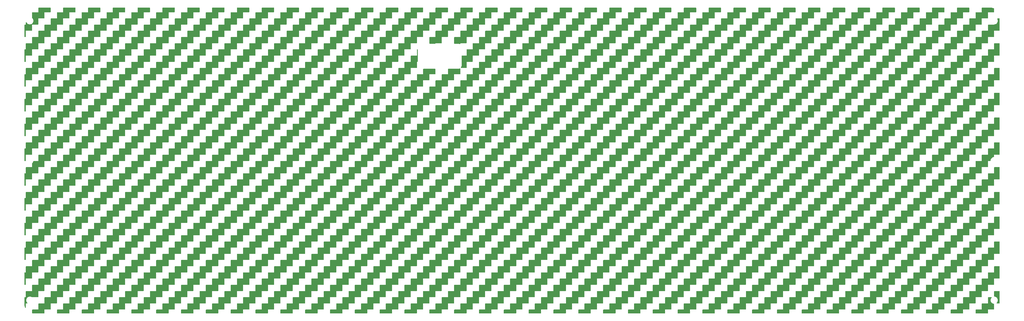
<source format=gbr>
G04 #@! TF.GenerationSoftware,KiCad,Pcbnew,7.0.9*
G04 #@! TF.CreationDate,2024-02-06T22:04:58+09:00*
G04 #@! TF.ProjectId,bottom_plate,626f7474-6f6d-45f7-906c-6174652e6b69,rev?*
G04 #@! TF.SameCoordinates,Original*
G04 #@! TF.FileFunction,Copper,L2,Bot*
G04 #@! TF.FilePolarity,Positive*
%FSLAX46Y46*%
G04 Gerber Fmt 4.6, Leading zero omitted, Abs format (unit mm)*
G04 Created by KiCad (PCBNEW 7.0.9) date 2024-02-06 22:04:58*
%MOMM*%
%LPD*%
G01*
G04 APERTURE LIST*
G04 APERTURE END LIST*
G04 #@! TA.AperFunction,NonConductor*
G36*
X22743512Y-17320502D02*
G01*
X22790005Y-17374158D01*
X22801391Y-17426500D01*
X22801391Y-18656495D01*
X22781389Y-18724616D01*
X22727733Y-18771109D01*
X22675391Y-18782495D01*
X20801391Y-18782495D01*
X20801391Y-20656495D01*
X20781389Y-20724616D01*
X20727733Y-20771109D01*
X20675391Y-20782495D01*
X18801391Y-20782495D01*
X18801391Y-22656495D01*
X18781389Y-22724616D01*
X18727733Y-22771109D01*
X18675391Y-22782495D01*
X16801391Y-22782495D01*
X16801391Y-24656495D01*
X16781389Y-24724616D01*
X16727733Y-24771109D01*
X16675391Y-24782495D01*
X14801391Y-24782495D01*
X14801391Y-26656495D01*
X14781389Y-26724616D01*
X14727733Y-26771109D01*
X14675391Y-26782495D01*
X14451500Y-26782495D01*
X14383379Y-26762493D01*
X14336886Y-26708837D01*
X14325500Y-26656495D01*
X14325500Y-22908495D01*
X14345502Y-22840374D01*
X14399158Y-22793881D01*
X14451500Y-22782495D01*
X14801391Y-22782495D01*
X14801391Y-22109077D01*
X14821393Y-22040956D01*
X14875049Y-21994463D01*
X14945323Y-21984359D01*
X15009903Y-22013853D01*
X15040180Y-22052913D01*
X15092634Y-22158255D01*
X15193717Y-22292109D01*
X15221129Y-22328408D01*
X15378699Y-22472053D01*
X15378701Y-22472054D01*
X15559974Y-22584294D01*
X15559975Y-22584294D01*
X15559981Y-22584298D01*
X15758802Y-22661321D01*
X15968390Y-22700500D01*
X15968393Y-22700500D01*
X16181607Y-22700500D01*
X16181610Y-22700500D01*
X16391198Y-22661321D01*
X16590019Y-22584298D01*
X16771302Y-22472052D01*
X16928872Y-22328407D01*
X17057366Y-22158255D01*
X17152405Y-21967389D01*
X17210756Y-21762310D01*
X17230429Y-21550000D01*
X17210756Y-21337690D01*
X17152405Y-21132611D01*
X17057366Y-20941745D01*
X16928872Y-20771593D01*
X16842504Y-20692857D01*
X16805639Y-20632183D01*
X16801391Y-20599743D01*
X16801391Y-18908495D01*
X16821393Y-18840374D01*
X16875049Y-18793881D01*
X16927391Y-18782495D01*
X18801391Y-18782495D01*
X18801391Y-17426500D01*
X18821393Y-17358379D01*
X18875049Y-17311886D01*
X18927391Y-17300500D01*
X22675391Y-17300500D01*
X22743512Y-17320502D01*
G37*
G04 #@! TD.AperFunction*
G04 #@! TA.AperFunction,NonConductor*
G36*
X158743512Y-17320502D02*
G01*
X158790005Y-17374158D01*
X158801391Y-17426500D01*
X158801391Y-18656495D01*
X158781389Y-18724616D01*
X158727733Y-18771109D01*
X158675391Y-18782495D01*
X156801391Y-18782495D01*
X156801391Y-20656495D01*
X156781389Y-20724616D01*
X156727733Y-20771109D01*
X156675391Y-20782495D01*
X154801391Y-20782495D01*
X154801391Y-22656495D01*
X154781389Y-22724616D01*
X154727733Y-22771109D01*
X154675391Y-22782495D01*
X152801391Y-22782495D01*
X152801391Y-24656495D01*
X152781389Y-24724616D01*
X152727733Y-24771109D01*
X152675391Y-24782495D01*
X150801391Y-24782495D01*
X150801391Y-26656495D01*
X150781389Y-26724616D01*
X150727733Y-26771109D01*
X150675391Y-26782495D01*
X148801391Y-26782495D01*
X148801391Y-28656495D01*
X148781389Y-28724616D01*
X148727733Y-28771109D01*
X148675391Y-28782495D01*
X146801391Y-28782495D01*
X146801391Y-28823500D01*
X146781389Y-28891621D01*
X146727733Y-28938114D01*
X146675391Y-28949500D01*
X144927391Y-28949500D01*
X144859270Y-28929498D01*
X144812777Y-28875842D01*
X144801391Y-28823500D01*
X144801391Y-26908495D01*
X144821393Y-26840374D01*
X144875049Y-26793881D01*
X144927391Y-26782495D01*
X146801391Y-26782495D01*
X146801391Y-24908495D01*
X146821393Y-24840374D01*
X146875049Y-24793881D01*
X146927391Y-24782495D01*
X148801391Y-24782495D01*
X148801391Y-22908495D01*
X148821393Y-22840374D01*
X148875049Y-22793881D01*
X148927391Y-22782495D01*
X150801391Y-22782495D01*
X150801391Y-20908495D01*
X150821393Y-20840374D01*
X150875049Y-20793881D01*
X150927391Y-20782495D01*
X152801391Y-20782495D01*
X152801391Y-18908495D01*
X152821393Y-18840374D01*
X152875049Y-18793881D01*
X152927391Y-18782495D01*
X154801391Y-18782495D01*
X154801391Y-17426500D01*
X154821393Y-17358379D01*
X154875049Y-17311886D01*
X154927391Y-17300500D01*
X158675391Y-17300500D01*
X158743512Y-17320502D01*
G37*
G04 #@! TD.AperFunction*
G04 #@! TA.AperFunction,NonConductor*
G36*
X166743512Y-17320502D02*
G01*
X166790005Y-17374158D01*
X166801391Y-17426500D01*
X166801391Y-18656495D01*
X166781389Y-18724616D01*
X166727733Y-18771109D01*
X166675391Y-18782495D01*
X164801391Y-18782495D01*
X164801391Y-20656495D01*
X164781389Y-20724616D01*
X164727733Y-20771109D01*
X164675391Y-20782495D01*
X162801391Y-20782495D01*
X162801391Y-22656495D01*
X162781389Y-22724616D01*
X162727733Y-22771109D01*
X162675391Y-22782495D01*
X160801391Y-22782495D01*
X160801391Y-24656495D01*
X160781389Y-24724616D01*
X160727733Y-24771109D01*
X160675391Y-24782495D01*
X158801391Y-24782495D01*
X158801391Y-26656495D01*
X158781389Y-26724616D01*
X158727733Y-26771109D01*
X158675391Y-26782495D01*
X156801391Y-26782495D01*
X156801391Y-28656495D01*
X156781389Y-28724616D01*
X156727733Y-28771109D01*
X156675391Y-28782495D01*
X154801391Y-28782495D01*
X154801391Y-28948578D01*
X154781389Y-29016699D01*
X154727733Y-29063192D01*
X154657459Y-29073296D01*
X154612388Y-29057696D01*
X154589196Y-29044305D01*
X154589194Y-29044304D01*
X154416482Y-28981433D01*
X154416481Y-28981432D01*
X154416479Y-28981432D01*
X154271760Y-28955906D01*
X154235461Y-28949504D01*
X154153606Y-28949500D01*
X154153605Y-28949500D01*
X154143563Y-28949500D01*
X154143556Y-28949499D01*
X154102105Y-28949497D01*
X154102091Y-28949500D01*
X152927391Y-28949500D01*
X152859270Y-28929498D01*
X152812777Y-28875842D01*
X152801391Y-28823500D01*
X152801391Y-26908495D01*
X152821393Y-26840374D01*
X152875049Y-26793881D01*
X152927391Y-26782495D01*
X154801391Y-26782495D01*
X154801391Y-24908495D01*
X154821393Y-24840374D01*
X154875049Y-24793881D01*
X154927391Y-24782495D01*
X156801391Y-24782495D01*
X156801391Y-22908495D01*
X156821393Y-22840374D01*
X156875049Y-22793881D01*
X156927391Y-22782495D01*
X158801391Y-22782495D01*
X158801391Y-20908495D01*
X158821393Y-20840374D01*
X158875049Y-20793881D01*
X158927391Y-20782495D01*
X160801391Y-20782495D01*
X160801391Y-18908495D01*
X160821393Y-18840374D01*
X160875049Y-18793881D01*
X160927391Y-18782495D01*
X162801391Y-18782495D01*
X162801391Y-17426500D01*
X162821393Y-17358379D01*
X162875049Y-17311886D01*
X162927391Y-17300500D01*
X166675391Y-17300500D01*
X166743512Y-17320502D01*
G37*
G04 #@! TD.AperFunction*
G04 #@! TA.AperFunction,NonConductor*
G36*
X30743512Y-17320502D02*
G01*
X30790005Y-17374158D01*
X30801391Y-17426500D01*
X30801391Y-18656495D01*
X30781389Y-18724616D01*
X30727733Y-18771109D01*
X30675391Y-18782495D01*
X28801391Y-18782495D01*
X28801391Y-20656495D01*
X28781389Y-20724616D01*
X28727733Y-20771109D01*
X28675391Y-20782495D01*
X26801391Y-20782495D01*
X26801391Y-22656495D01*
X26781389Y-22724616D01*
X26727733Y-22771109D01*
X26675391Y-22782495D01*
X24801391Y-22782495D01*
X24801391Y-24656495D01*
X24781389Y-24724616D01*
X24727733Y-24771109D01*
X24675391Y-24782495D01*
X22801391Y-24782495D01*
X22801391Y-26656495D01*
X22781389Y-26724616D01*
X22727733Y-26771109D01*
X22675391Y-26782495D01*
X20801391Y-26782495D01*
X20801391Y-28656495D01*
X20781389Y-28724616D01*
X20727733Y-28771109D01*
X20675391Y-28782495D01*
X18801391Y-28782495D01*
X18801391Y-30656495D01*
X18781389Y-30724616D01*
X18727733Y-30771109D01*
X18675391Y-30782495D01*
X16801391Y-30782495D01*
X16801391Y-32656495D01*
X16781389Y-32724616D01*
X16727733Y-32771109D01*
X16675391Y-32782495D01*
X14801391Y-32782495D01*
X14801391Y-34656495D01*
X14781389Y-34724616D01*
X14727733Y-34771109D01*
X14675391Y-34782495D01*
X14451500Y-34782495D01*
X14383379Y-34762493D01*
X14336886Y-34708837D01*
X14325500Y-34656495D01*
X14325500Y-30908495D01*
X14345502Y-30840374D01*
X14399158Y-30793881D01*
X14451500Y-30782495D01*
X14801391Y-30782495D01*
X14801391Y-28908495D01*
X14821393Y-28840374D01*
X14875049Y-28793881D01*
X14927391Y-28782495D01*
X16801391Y-28782495D01*
X16801391Y-26908495D01*
X16821393Y-26840374D01*
X16875049Y-26793881D01*
X16927391Y-26782495D01*
X18801391Y-26782495D01*
X18801391Y-24908495D01*
X18821393Y-24840374D01*
X18875049Y-24793881D01*
X18927391Y-24782495D01*
X20801391Y-24782495D01*
X20801391Y-22908495D01*
X20821393Y-22840374D01*
X20875049Y-22793881D01*
X20927391Y-22782495D01*
X22801391Y-22782495D01*
X22801391Y-20908495D01*
X22821393Y-20840374D01*
X22875049Y-20793881D01*
X22927391Y-20782495D01*
X24801391Y-20782495D01*
X24801391Y-18908495D01*
X24821393Y-18840374D01*
X24875049Y-18793881D01*
X24927391Y-18782495D01*
X26801391Y-18782495D01*
X26801391Y-17426500D01*
X26821393Y-17358379D01*
X26875049Y-17311886D01*
X26927391Y-17300500D01*
X30675391Y-17300500D01*
X30743512Y-17320502D01*
G37*
G04 #@! TD.AperFunction*
G04 #@! TA.AperFunction,NonConductor*
G36*
X174743512Y-17320502D02*
G01*
X174790005Y-17374158D01*
X174801391Y-17426500D01*
X174801391Y-18656495D01*
X174781389Y-18724616D01*
X174727733Y-18771109D01*
X174675391Y-18782495D01*
X172801391Y-18782495D01*
X172801391Y-20656495D01*
X172781389Y-20724616D01*
X172727733Y-20771109D01*
X172675391Y-20782495D01*
X170801391Y-20782495D01*
X170801391Y-22656495D01*
X170781389Y-22724616D01*
X170727733Y-22771109D01*
X170675391Y-22782495D01*
X168801391Y-22782495D01*
X168801391Y-24656495D01*
X168781389Y-24724616D01*
X168727733Y-24771109D01*
X168675391Y-24782495D01*
X166801391Y-24782495D01*
X166801391Y-26656495D01*
X166781389Y-26724616D01*
X166727733Y-26771109D01*
X166675391Y-26782495D01*
X164801391Y-26782495D01*
X164801391Y-28656495D01*
X164781389Y-28724616D01*
X164727733Y-28771109D01*
X164675391Y-28782495D01*
X162801391Y-28782495D01*
X162801391Y-30656495D01*
X162781389Y-30724616D01*
X162727733Y-30771109D01*
X162675391Y-30782495D01*
X160801391Y-30782495D01*
X160801391Y-32656495D01*
X160781389Y-32724616D01*
X160727733Y-32771109D01*
X160675391Y-32782495D01*
X158801391Y-32782495D01*
X158801391Y-34656495D01*
X158781389Y-34724616D01*
X158727733Y-34771109D01*
X158675391Y-34782495D01*
X156801391Y-34782495D01*
X156801391Y-36656495D01*
X156781389Y-36724616D01*
X156727733Y-36771109D01*
X156675391Y-36782495D01*
X155123030Y-36782495D01*
X155054909Y-36762493D01*
X155008416Y-36708837D01*
X154998312Y-36638563D01*
X155013912Y-36593494D01*
X155099267Y-36445658D01*
X155099272Y-36445650D01*
X155162141Y-36272924D01*
X155194060Y-36091906D01*
X155194060Y-36000000D01*
X155194060Y-35983592D01*
X155194060Y-32908495D01*
X155214062Y-32840374D01*
X155267718Y-32793881D01*
X155320060Y-32782495D01*
X156801391Y-32782495D01*
X156801391Y-30908495D01*
X156821393Y-30840374D01*
X156875049Y-30793881D01*
X156927391Y-30782495D01*
X158801391Y-30782495D01*
X158801391Y-28908495D01*
X158821393Y-28840374D01*
X158875049Y-28793881D01*
X158927391Y-28782495D01*
X160801391Y-28782495D01*
X160801391Y-26908495D01*
X160821393Y-26840374D01*
X160875049Y-26793881D01*
X160927391Y-26782495D01*
X162801391Y-26782495D01*
X162801391Y-24908495D01*
X162821393Y-24840374D01*
X162875049Y-24793881D01*
X162927391Y-24782495D01*
X164801391Y-24782495D01*
X164801391Y-22908495D01*
X164821393Y-22840374D01*
X164875049Y-22793881D01*
X164927391Y-22782495D01*
X166801391Y-22782495D01*
X166801391Y-20908495D01*
X166821393Y-20840374D01*
X166875049Y-20793881D01*
X166927391Y-20782495D01*
X168801391Y-20782495D01*
X168801391Y-18908495D01*
X168821393Y-18840374D01*
X168875049Y-18793881D01*
X168927391Y-18782495D01*
X170801391Y-18782495D01*
X170801391Y-17426500D01*
X170821393Y-17358379D01*
X170875049Y-17311886D01*
X170927391Y-17300500D01*
X174675391Y-17300500D01*
X174743512Y-17320502D01*
G37*
G04 #@! TD.AperFunction*
G04 #@! TA.AperFunction,NonConductor*
G36*
X38743512Y-17320502D02*
G01*
X38790005Y-17374158D01*
X38801391Y-17426500D01*
X38801391Y-18656495D01*
X38781389Y-18724616D01*
X38727733Y-18771109D01*
X38675391Y-18782495D01*
X36801391Y-18782495D01*
X36801391Y-20656495D01*
X36781389Y-20724616D01*
X36727733Y-20771109D01*
X36675391Y-20782495D01*
X34801391Y-20782495D01*
X34801391Y-22656495D01*
X34781389Y-22724616D01*
X34727733Y-22771109D01*
X34675391Y-22782495D01*
X32801391Y-22782495D01*
X32801391Y-24656495D01*
X32781389Y-24724616D01*
X32727733Y-24771109D01*
X32675391Y-24782495D01*
X30801391Y-24782495D01*
X30801391Y-26656495D01*
X30781389Y-26724616D01*
X30727733Y-26771109D01*
X30675391Y-26782495D01*
X28801391Y-26782495D01*
X28801391Y-28656495D01*
X28781389Y-28724616D01*
X28727733Y-28771109D01*
X28675391Y-28782495D01*
X26801391Y-28782495D01*
X26801391Y-30656495D01*
X26781389Y-30724616D01*
X26727733Y-30771109D01*
X26675391Y-30782495D01*
X24801391Y-30782495D01*
X24801391Y-32656495D01*
X24781389Y-32724616D01*
X24727733Y-32771109D01*
X24675391Y-32782495D01*
X22801391Y-32782495D01*
X22801391Y-34656495D01*
X22781389Y-34724616D01*
X22727733Y-34771109D01*
X22675391Y-34782495D01*
X20801391Y-34782495D01*
X20801391Y-36656495D01*
X20781389Y-36724616D01*
X20727733Y-36771109D01*
X20675391Y-36782495D01*
X18801391Y-36782495D01*
X18801391Y-38656495D01*
X18781389Y-38724616D01*
X18727733Y-38771109D01*
X18675391Y-38782495D01*
X16801391Y-38782495D01*
X16801391Y-40656495D01*
X16781389Y-40724616D01*
X16727733Y-40771109D01*
X16675391Y-40782495D01*
X14801391Y-40782495D01*
X14801391Y-42656495D01*
X14781389Y-42724616D01*
X14727733Y-42771109D01*
X14675391Y-42782495D01*
X14451500Y-42782495D01*
X14383379Y-42762493D01*
X14336886Y-42708837D01*
X14325500Y-42656495D01*
X14325500Y-38908495D01*
X14345502Y-38840374D01*
X14399158Y-38793881D01*
X14451500Y-38782495D01*
X14801391Y-38782495D01*
X14801391Y-36908495D01*
X14821393Y-36840374D01*
X14875049Y-36793881D01*
X14927391Y-36782495D01*
X16801391Y-36782495D01*
X16801391Y-34908495D01*
X16821393Y-34840374D01*
X16875049Y-34793881D01*
X16927391Y-34782495D01*
X18801391Y-34782495D01*
X18801391Y-32908495D01*
X18821393Y-32840374D01*
X18875049Y-32793881D01*
X18927391Y-32782495D01*
X20801391Y-32782495D01*
X20801391Y-30908495D01*
X20821393Y-30840374D01*
X20875049Y-30793881D01*
X20927391Y-30782495D01*
X22801391Y-30782495D01*
X22801391Y-28908495D01*
X22821393Y-28840374D01*
X22875049Y-28793881D01*
X22927391Y-28782495D01*
X24801391Y-28782495D01*
X24801391Y-26908495D01*
X24821393Y-26840374D01*
X24875049Y-26793881D01*
X24927391Y-26782495D01*
X26801391Y-26782495D01*
X26801391Y-24908495D01*
X26821393Y-24840374D01*
X26875049Y-24793881D01*
X26927391Y-24782495D01*
X28801391Y-24782495D01*
X28801391Y-22908495D01*
X28821393Y-22840374D01*
X28875049Y-22793881D01*
X28927391Y-22782495D01*
X30801391Y-22782495D01*
X30801391Y-20908495D01*
X30821393Y-20840374D01*
X30875049Y-20793881D01*
X30927391Y-20782495D01*
X32801391Y-20782495D01*
X32801391Y-18908495D01*
X32821393Y-18840374D01*
X32875049Y-18793881D01*
X32927391Y-18782495D01*
X34801391Y-18782495D01*
X34801391Y-17426500D01*
X34821393Y-17358379D01*
X34875049Y-17311886D01*
X34927391Y-17300500D01*
X38675391Y-17300500D01*
X38743512Y-17320502D01*
G37*
G04 #@! TD.AperFunction*
G04 #@! TA.AperFunction,NonConductor*
G36*
X46743512Y-17320502D02*
G01*
X46790005Y-17374158D01*
X46801391Y-17426500D01*
X46801391Y-18656495D01*
X46781389Y-18724616D01*
X46727733Y-18771109D01*
X46675391Y-18782495D01*
X44801391Y-18782495D01*
X44801391Y-20656495D01*
X44781389Y-20724616D01*
X44727733Y-20771109D01*
X44675391Y-20782495D01*
X42801391Y-20782495D01*
X42801391Y-22656495D01*
X42781389Y-22724616D01*
X42727733Y-22771109D01*
X42675391Y-22782495D01*
X40801391Y-22782495D01*
X40801391Y-24656495D01*
X40781389Y-24724616D01*
X40727733Y-24771109D01*
X40675391Y-24782495D01*
X38801391Y-24782495D01*
X38801391Y-26656495D01*
X38781389Y-26724616D01*
X38727733Y-26771109D01*
X38675391Y-26782495D01*
X36801391Y-26782495D01*
X36801391Y-28656495D01*
X36781389Y-28724616D01*
X36727733Y-28771109D01*
X36675391Y-28782495D01*
X34801391Y-28782495D01*
X34801391Y-30656495D01*
X34781389Y-30724616D01*
X34727733Y-30771109D01*
X34675391Y-30782495D01*
X32801391Y-30782495D01*
X32801391Y-32656495D01*
X32781389Y-32724616D01*
X32727733Y-32771109D01*
X32675391Y-32782495D01*
X30801391Y-32782495D01*
X30801391Y-34656495D01*
X30781389Y-34724616D01*
X30727733Y-34771109D01*
X30675391Y-34782495D01*
X28801391Y-34782495D01*
X28801391Y-36656495D01*
X28781389Y-36724616D01*
X28727733Y-36771109D01*
X28675391Y-36782495D01*
X26801391Y-36782495D01*
X26801391Y-38656495D01*
X26781389Y-38724616D01*
X26727733Y-38771109D01*
X26675391Y-38782495D01*
X24801391Y-38782495D01*
X24801391Y-40656495D01*
X24781389Y-40724616D01*
X24727733Y-40771109D01*
X24675391Y-40782495D01*
X22801391Y-40782495D01*
X22801391Y-42656495D01*
X22781389Y-42724616D01*
X22727733Y-42771109D01*
X22675391Y-42782495D01*
X20801391Y-42782495D01*
X20801391Y-44656495D01*
X20781389Y-44724616D01*
X20727733Y-44771109D01*
X20675391Y-44782495D01*
X18801391Y-44782495D01*
X18801391Y-46656495D01*
X18781389Y-46724616D01*
X18727733Y-46771109D01*
X18675391Y-46782495D01*
X16801391Y-46782495D01*
X16801391Y-48656495D01*
X16781389Y-48724616D01*
X16727733Y-48771109D01*
X16675391Y-48782495D01*
X14801391Y-48782495D01*
X14801391Y-50656495D01*
X14781389Y-50724616D01*
X14727733Y-50771109D01*
X14675391Y-50782495D01*
X14451500Y-50782495D01*
X14383379Y-50762493D01*
X14336886Y-50708837D01*
X14325500Y-50656495D01*
X14325500Y-46908495D01*
X14345502Y-46840374D01*
X14399158Y-46793881D01*
X14451500Y-46782495D01*
X14801391Y-46782495D01*
X14801391Y-44908495D01*
X14821393Y-44840374D01*
X14875049Y-44793881D01*
X14927391Y-44782495D01*
X16801391Y-44782495D01*
X16801391Y-42908495D01*
X16821393Y-42840374D01*
X16875049Y-42793881D01*
X16927391Y-42782495D01*
X18801391Y-42782495D01*
X18801391Y-40908495D01*
X18821393Y-40840374D01*
X18875049Y-40793881D01*
X18927391Y-40782495D01*
X20801391Y-40782495D01*
X20801391Y-38908495D01*
X20821393Y-38840374D01*
X20875049Y-38793881D01*
X20927391Y-38782495D01*
X22801391Y-38782495D01*
X22801391Y-36908495D01*
X22821393Y-36840374D01*
X22875049Y-36793881D01*
X22927391Y-36782495D01*
X24801391Y-36782495D01*
X24801391Y-34908495D01*
X24821393Y-34840374D01*
X24875049Y-34793881D01*
X24927391Y-34782495D01*
X26801391Y-34782495D01*
X26801391Y-32908495D01*
X26821393Y-32840374D01*
X26875049Y-32793881D01*
X26927391Y-32782495D01*
X28801391Y-32782495D01*
X28801391Y-30908495D01*
X28821393Y-30840374D01*
X28875049Y-30793881D01*
X28927391Y-30782495D01*
X30801391Y-30782495D01*
X30801391Y-28908495D01*
X30821393Y-28840374D01*
X30875049Y-28793881D01*
X30927391Y-28782495D01*
X32801391Y-28782495D01*
X32801391Y-26908495D01*
X32821393Y-26840374D01*
X32875049Y-26793881D01*
X32927391Y-26782495D01*
X34801391Y-26782495D01*
X34801391Y-24908495D01*
X34821393Y-24840374D01*
X34875049Y-24793881D01*
X34927391Y-24782495D01*
X36801391Y-24782495D01*
X36801391Y-22908495D01*
X36821393Y-22840374D01*
X36875049Y-22793881D01*
X36927391Y-22782495D01*
X38801391Y-22782495D01*
X38801391Y-20908495D01*
X38821393Y-20840374D01*
X38875049Y-20793881D01*
X38927391Y-20782495D01*
X40801391Y-20782495D01*
X40801391Y-18908495D01*
X40821393Y-18840374D01*
X40875049Y-18793881D01*
X40927391Y-18782495D01*
X42801391Y-18782495D01*
X42801391Y-17426500D01*
X42821393Y-17358379D01*
X42875049Y-17311886D01*
X42927391Y-17300500D01*
X46675391Y-17300500D01*
X46743512Y-17320502D01*
G37*
G04 #@! TD.AperFunction*
G04 #@! TA.AperFunction,NonConductor*
G36*
X54743512Y-17320502D02*
G01*
X54790005Y-17374158D01*
X54801391Y-17426500D01*
X54801391Y-18656495D01*
X54781389Y-18724616D01*
X54727733Y-18771109D01*
X54675391Y-18782495D01*
X52801391Y-18782495D01*
X52801391Y-20656495D01*
X52781389Y-20724616D01*
X52727733Y-20771109D01*
X52675391Y-20782495D01*
X50801391Y-20782495D01*
X50801391Y-22656495D01*
X50781389Y-22724616D01*
X50727733Y-22771109D01*
X50675391Y-22782495D01*
X48801391Y-22782495D01*
X48801391Y-24656495D01*
X48781389Y-24724616D01*
X48727733Y-24771109D01*
X48675391Y-24782495D01*
X46801391Y-24782495D01*
X46801391Y-26656495D01*
X46781389Y-26724616D01*
X46727733Y-26771109D01*
X46675391Y-26782495D01*
X44801391Y-26782495D01*
X44801391Y-28656495D01*
X44781389Y-28724616D01*
X44727733Y-28771109D01*
X44675391Y-28782495D01*
X42801391Y-28782495D01*
X42801391Y-30656495D01*
X42781389Y-30724616D01*
X42727733Y-30771109D01*
X42675391Y-30782495D01*
X40801391Y-30782495D01*
X40801391Y-32656495D01*
X40781389Y-32724616D01*
X40727733Y-32771109D01*
X40675391Y-32782495D01*
X38801391Y-32782495D01*
X38801391Y-34656495D01*
X38781389Y-34724616D01*
X38727733Y-34771109D01*
X38675391Y-34782495D01*
X36801391Y-34782495D01*
X36801391Y-36656495D01*
X36781389Y-36724616D01*
X36727733Y-36771109D01*
X36675391Y-36782495D01*
X34801391Y-36782495D01*
X34801391Y-38656495D01*
X34781389Y-38724616D01*
X34727733Y-38771109D01*
X34675391Y-38782495D01*
X32801391Y-38782495D01*
X32801391Y-40656495D01*
X32781389Y-40724616D01*
X32727733Y-40771109D01*
X32675391Y-40782495D01*
X30801391Y-40782495D01*
X30801391Y-42656495D01*
X30781389Y-42724616D01*
X30727733Y-42771109D01*
X30675391Y-42782495D01*
X28801391Y-42782495D01*
X28801391Y-44656495D01*
X28781389Y-44724616D01*
X28727733Y-44771109D01*
X28675391Y-44782495D01*
X26801391Y-44782495D01*
X26801391Y-46656495D01*
X26781389Y-46724616D01*
X26727733Y-46771109D01*
X26675391Y-46782495D01*
X24801391Y-46782495D01*
X24801391Y-48656495D01*
X24781389Y-48724616D01*
X24727733Y-48771109D01*
X24675391Y-48782495D01*
X22801391Y-48782495D01*
X22801391Y-50656495D01*
X22781389Y-50724616D01*
X22727733Y-50771109D01*
X22675391Y-50782495D01*
X20801391Y-50782495D01*
X20801391Y-52656495D01*
X20781389Y-52724616D01*
X20727733Y-52771109D01*
X20675391Y-52782495D01*
X18801391Y-52782495D01*
X18801391Y-54656495D01*
X18781389Y-54724616D01*
X18727733Y-54771109D01*
X18675391Y-54782495D01*
X16801391Y-54782495D01*
X16801391Y-56656495D01*
X16781389Y-56724616D01*
X16727733Y-56771109D01*
X16675391Y-56782495D01*
X14801391Y-56782495D01*
X14801391Y-58656495D01*
X14781389Y-58724616D01*
X14727733Y-58771109D01*
X14675391Y-58782495D01*
X14451500Y-58782495D01*
X14383379Y-58762493D01*
X14336886Y-58708837D01*
X14325500Y-58656495D01*
X14325500Y-54908495D01*
X14345502Y-54840374D01*
X14399158Y-54793881D01*
X14451500Y-54782495D01*
X14801391Y-54782495D01*
X14801391Y-52908495D01*
X14821393Y-52840374D01*
X14875049Y-52793881D01*
X14927391Y-52782495D01*
X16801391Y-52782495D01*
X16801391Y-50908495D01*
X16821393Y-50840374D01*
X16875049Y-50793881D01*
X16927391Y-50782495D01*
X18801391Y-50782495D01*
X18801391Y-48908495D01*
X18821393Y-48840374D01*
X18875049Y-48793881D01*
X18927391Y-48782495D01*
X20801391Y-48782495D01*
X20801391Y-46908495D01*
X20821393Y-46840374D01*
X20875049Y-46793881D01*
X20927391Y-46782495D01*
X22801391Y-46782495D01*
X22801391Y-44908495D01*
X22821393Y-44840374D01*
X22875049Y-44793881D01*
X22927391Y-44782495D01*
X24801391Y-44782495D01*
X24801391Y-42908495D01*
X24821393Y-42840374D01*
X24875049Y-42793881D01*
X24927391Y-42782495D01*
X26801391Y-42782495D01*
X26801391Y-40908495D01*
X26821393Y-40840374D01*
X26875049Y-40793881D01*
X26927391Y-40782495D01*
X28801391Y-40782495D01*
X28801391Y-38908495D01*
X28821393Y-38840374D01*
X28875049Y-38793881D01*
X28927391Y-38782495D01*
X30801391Y-38782495D01*
X30801391Y-36908495D01*
X30821393Y-36840374D01*
X30875049Y-36793881D01*
X30927391Y-36782495D01*
X32801391Y-36782495D01*
X32801391Y-34908495D01*
X32821393Y-34840374D01*
X32875049Y-34793881D01*
X32927391Y-34782495D01*
X34801391Y-34782495D01*
X34801391Y-32908495D01*
X34821393Y-32840374D01*
X34875049Y-32793881D01*
X34927391Y-32782495D01*
X36801391Y-32782495D01*
X36801391Y-30908495D01*
X36821393Y-30840374D01*
X36875049Y-30793881D01*
X36927391Y-30782495D01*
X38801391Y-30782495D01*
X38801391Y-28908495D01*
X38821393Y-28840374D01*
X38875049Y-28793881D01*
X38927391Y-28782495D01*
X40801391Y-28782495D01*
X40801391Y-26908495D01*
X40821393Y-26840374D01*
X40875049Y-26793881D01*
X40927391Y-26782495D01*
X42801391Y-26782495D01*
X42801391Y-24908495D01*
X42821393Y-24840374D01*
X42875049Y-24793881D01*
X42927391Y-24782495D01*
X44801391Y-24782495D01*
X44801391Y-22908495D01*
X44821393Y-22840374D01*
X44875049Y-22793881D01*
X44927391Y-22782495D01*
X46801391Y-22782495D01*
X46801391Y-20908495D01*
X46821393Y-20840374D01*
X46875049Y-20793881D01*
X46927391Y-20782495D01*
X48801391Y-20782495D01*
X48801391Y-18908495D01*
X48821393Y-18840374D01*
X48875049Y-18793881D01*
X48927391Y-18782495D01*
X50801391Y-18782495D01*
X50801391Y-17426500D01*
X50821393Y-17358379D01*
X50875049Y-17311886D01*
X50927391Y-17300500D01*
X54675391Y-17300500D01*
X54743512Y-17320502D01*
G37*
G04 #@! TD.AperFunction*
G04 #@! TA.AperFunction,NonConductor*
G36*
X62743512Y-17320502D02*
G01*
X62790005Y-17374158D01*
X62801391Y-17426500D01*
X62801391Y-18656495D01*
X62781389Y-18724616D01*
X62727733Y-18771109D01*
X62675391Y-18782495D01*
X60801391Y-18782495D01*
X60801391Y-20656495D01*
X60781389Y-20724616D01*
X60727733Y-20771109D01*
X60675391Y-20782495D01*
X58801391Y-20782495D01*
X58801391Y-22656495D01*
X58781389Y-22724616D01*
X58727733Y-22771109D01*
X58675391Y-22782495D01*
X56801391Y-22782495D01*
X56801391Y-24656495D01*
X56781389Y-24724616D01*
X56727733Y-24771109D01*
X56675391Y-24782495D01*
X54801391Y-24782495D01*
X54801391Y-26656495D01*
X54781389Y-26724616D01*
X54727733Y-26771109D01*
X54675391Y-26782495D01*
X52801391Y-26782495D01*
X52801391Y-28656495D01*
X52781389Y-28724616D01*
X52727733Y-28771109D01*
X52675391Y-28782495D01*
X50801391Y-28782495D01*
X50801391Y-30656495D01*
X50781389Y-30724616D01*
X50727733Y-30771109D01*
X50675391Y-30782495D01*
X48801391Y-30782495D01*
X48801391Y-32656495D01*
X48781389Y-32724616D01*
X48727733Y-32771109D01*
X48675391Y-32782495D01*
X46801391Y-32782495D01*
X46801391Y-34656495D01*
X46781389Y-34724616D01*
X46727733Y-34771109D01*
X46675391Y-34782495D01*
X44801391Y-34782495D01*
X44801391Y-36656495D01*
X44781389Y-36724616D01*
X44727733Y-36771109D01*
X44675391Y-36782495D01*
X42801391Y-36782495D01*
X42801391Y-38656495D01*
X42781389Y-38724616D01*
X42727733Y-38771109D01*
X42675391Y-38782495D01*
X40801391Y-38782495D01*
X40801391Y-40656495D01*
X40781389Y-40724616D01*
X40727733Y-40771109D01*
X40675391Y-40782495D01*
X38801391Y-40782495D01*
X38801391Y-42656495D01*
X38781389Y-42724616D01*
X38727733Y-42771109D01*
X38675391Y-42782495D01*
X36801391Y-42782495D01*
X36801391Y-44656495D01*
X36781389Y-44724616D01*
X36727733Y-44771109D01*
X36675391Y-44782495D01*
X34801391Y-44782495D01*
X34801391Y-46656495D01*
X34781389Y-46724616D01*
X34727733Y-46771109D01*
X34675391Y-46782495D01*
X32801391Y-46782495D01*
X32801391Y-48656495D01*
X32781389Y-48724616D01*
X32727733Y-48771109D01*
X32675391Y-48782495D01*
X30801391Y-48782495D01*
X30801391Y-50656495D01*
X30781389Y-50724616D01*
X30727733Y-50771109D01*
X30675391Y-50782495D01*
X28801391Y-50782495D01*
X28801391Y-52656495D01*
X28781389Y-52724616D01*
X28727733Y-52771109D01*
X28675391Y-52782495D01*
X26801391Y-52782495D01*
X26801391Y-54656495D01*
X26781389Y-54724616D01*
X26727733Y-54771109D01*
X26675391Y-54782495D01*
X24801391Y-54782495D01*
X24801391Y-56656495D01*
X24781389Y-56724616D01*
X24727733Y-56771109D01*
X24675391Y-56782495D01*
X22801391Y-56782495D01*
X22801391Y-58656495D01*
X22781389Y-58724616D01*
X22727733Y-58771109D01*
X22675391Y-58782495D01*
X20801391Y-58782495D01*
X20801391Y-60656495D01*
X20781389Y-60724616D01*
X20727733Y-60771109D01*
X20675391Y-60782495D01*
X18801391Y-60782495D01*
X18801391Y-62656495D01*
X18781389Y-62724616D01*
X18727733Y-62771109D01*
X18675391Y-62782495D01*
X16801391Y-62782495D01*
X16801391Y-64656495D01*
X16781389Y-64724616D01*
X16727733Y-64771109D01*
X16675391Y-64782495D01*
X14801391Y-64782495D01*
X14801391Y-66656495D01*
X14781389Y-66724616D01*
X14727733Y-66771109D01*
X14675391Y-66782495D01*
X14451500Y-66782495D01*
X14383379Y-66762493D01*
X14336886Y-66708837D01*
X14325500Y-66656495D01*
X14325500Y-62908495D01*
X14345502Y-62840374D01*
X14399158Y-62793881D01*
X14451500Y-62782495D01*
X14801391Y-62782495D01*
X14801391Y-60908495D01*
X14821393Y-60840374D01*
X14875049Y-60793881D01*
X14927391Y-60782495D01*
X16801391Y-60782495D01*
X16801391Y-58908495D01*
X16821393Y-58840374D01*
X16875049Y-58793881D01*
X16927391Y-58782495D01*
X18801391Y-58782495D01*
X18801391Y-56908495D01*
X18821393Y-56840374D01*
X18875049Y-56793881D01*
X18927391Y-56782495D01*
X20801391Y-56782495D01*
X20801391Y-54908495D01*
X20821393Y-54840374D01*
X20875049Y-54793881D01*
X20927391Y-54782495D01*
X22801391Y-54782495D01*
X22801391Y-52908495D01*
X22821393Y-52840374D01*
X22875049Y-52793881D01*
X22927391Y-52782495D01*
X24801391Y-52782495D01*
X24801391Y-50908495D01*
X24821393Y-50840374D01*
X24875049Y-50793881D01*
X24927391Y-50782495D01*
X26801391Y-50782495D01*
X26801391Y-48908495D01*
X26821393Y-48840374D01*
X26875049Y-48793881D01*
X26927391Y-48782495D01*
X28801391Y-48782495D01*
X28801391Y-46908495D01*
X28821393Y-46840374D01*
X28875049Y-46793881D01*
X28927391Y-46782495D01*
X30801391Y-46782495D01*
X30801391Y-44908495D01*
X30821393Y-44840374D01*
X30875049Y-44793881D01*
X30927391Y-44782495D01*
X32801391Y-44782495D01*
X32801391Y-42908495D01*
X32821393Y-42840374D01*
X32875049Y-42793881D01*
X32927391Y-42782495D01*
X34801391Y-42782495D01*
X34801391Y-40908495D01*
X34821393Y-40840374D01*
X34875049Y-40793881D01*
X34927391Y-40782495D01*
X36801391Y-40782495D01*
X36801391Y-38908495D01*
X36821393Y-38840374D01*
X36875049Y-38793881D01*
X36927391Y-38782495D01*
X38801391Y-38782495D01*
X38801391Y-36908495D01*
X38821393Y-36840374D01*
X38875049Y-36793881D01*
X38927391Y-36782495D01*
X40801391Y-36782495D01*
X40801391Y-34908495D01*
X40821393Y-34840374D01*
X40875049Y-34793881D01*
X40927391Y-34782495D01*
X42801391Y-34782495D01*
X42801391Y-32908495D01*
X42821393Y-32840374D01*
X42875049Y-32793881D01*
X42927391Y-32782495D01*
X44801391Y-32782495D01*
X44801391Y-30908495D01*
X44821393Y-30840374D01*
X44875049Y-30793881D01*
X44927391Y-30782495D01*
X46801391Y-30782495D01*
X46801391Y-28908495D01*
X46821393Y-28840374D01*
X46875049Y-28793881D01*
X46927391Y-28782495D01*
X48801391Y-28782495D01*
X48801391Y-26908495D01*
X48821393Y-26840374D01*
X48875049Y-26793881D01*
X48927391Y-26782495D01*
X50801391Y-26782495D01*
X50801391Y-24908495D01*
X50821393Y-24840374D01*
X50875049Y-24793881D01*
X50927391Y-24782495D01*
X52801391Y-24782495D01*
X52801391Y-22908495D01*
X52821393Y-22840374D01*
X52875049Y-22793881D01*
X52927391Y-22782495D01*
X54801391Y-22782495D01*
X54801391Y-20908495D01*
X54821393Y-20840374D01*
X54875049Y-20793881D01*
X54927391Y-20782495D01*
X56801391Y-20782495D01*
X56801391Y-18908495D01*
X56821393Y-18840374D01*
X56875049Y-18793881D01*
X56927391Y-18782495D01*
X58801391Y-18782495D01*
X58801391Y-17426500D01*
X58821393Y-17358379D01*
X58875049Y-17311886D01*
X58927391Y-17300500D01*
X62675391Y-17300500D01*
X62743512Y-17320502D01*
G37*
G04 #@! TD.AperFunction*
G04 #@! TA.AperFunction,NonConductor*
G36*
X70743512Y-17320502D02*
G01*
X70790005Y-17374158D01*
X70801391Y-17426500D01*
X70801391Y-18656495D01*
X70781389Y-18724616D01*
X70727733Y-18771109D01*
X70675391Y-18782495D01*
X68801391Y-18782495D01*
X68801391Y-20656495D01*
X68781389Y-20724616D01*
X68727733Y-20771109D01*
X68675391Y-20782495D01*
X66801391Y-20782495D01*
X66801391Y-22656495D01*
X66781389Y-22724616D01*
X66727733Y-22771109D01*
X66675391Y-22782495D01*
X64801391Y-22782495D01*
X64801391Y-24656495D01*
X64781389Y-24724616D01*
X64727733Y-24771109D01*
X64675391Y-24782495D01*
X62801391Y-24782495D01*
X62801391Y-26656495D01*
X62781389Y-26724616D01*
X62727733Y-26771109D01*
X62675391Y-26782495D01*
X60801391Y-26782495D01*
X60801391Y-28656495D01*
X60781389Y-28724616D01*
X60727733Y-28771109D01*
X60675391Y-28782495D01*
X58801391Y-28782495D01*
X58801391Y-30656495D01*
X58781389Y-30724616D01*
X58727733Y-30771109D01*
X58675391Y-30782495D01*
X56801391Y-30782495D01*
X56801391Y-32656495D01*
X56781389Y-32724616D01*
X56727733Y-32771109D01*
X56675391Y-32782495D01*
X54801391Y-32782495D01*
X54801391Y-34656495D01*
X54781389Y-34724616D01*
X54727733Y-34771109D01*
X54675391Y-34782495D01*
X52801391Y-34782495D01*
X52801391Y-36656495D01*
X52781389Y-36724616D01*
X52727733Y-36771109D01*
X52675391Y-36782495D01*
X50801391Y-36782495D01*
X50801391Y-38656495D01*
X50781389Y-38724616D01*
X50727733Y-38771109D01*
X50675391Y-38782495D01*
X48801391Y-38782495D01*
X48801391Y-40656495D01*
X48781389Y-40724616D01*
X48727733Y-40771109D01*
X48675391Y-40782495D01*
X46801391Y-40782495D01*
X46801391Y-42656495D01*
X46781389Y-42724616D01*
X46727733Y-42771109D01*
X46675391Y-42782495D01*
X44801391Y-42782495D01*
X44801391Y-44656495D01*
X44781389Y-44724616D01*
X44727733Y-44771109D01*
X44675391Y-44782495D01*
X42801391Y-44782495D01*
X42801391Y-46656495D01*
X42781389Y-46724616D01*
X42727733Y-46771109D01*
X42675391Y-46782495D01*
X40801391Y-46782495D01*
X40801391Y-48656495D01*
X40781389Y-48724616D01*
X40727733Y-48771109D01*
X40675391Y-48782495D01*
X38801391Y-48782495D01*
X38801391Y-50656495D01*
X38781389Y-50724616D01*
X38727733Y-50771109D01*
X38675391Y-50782495D01*
X36801391Y-50782495D01*
X36801391Y-52656495D01*
X36781389Y-52724616D01*
X36727733Y-52771109D01*
X36675391Y-52782495D01*
X34801391Y-52782495D01*
X34801391Y-54656495D01*
X34781389Y-54724616D01*
X34727733Y-54771109D01*
X34675391Y-54782495D01*
X32801391Y-54782495D01*
X32801391Y-56656495D01*
X32781389Y-56724616D01*
X32727733Y-56771109D01*
X32675391Y-56782495D01*
X30801391Y-56782495D01*
X30801391Y-58656495D01*
X30781389Y-58724616D01*
X30727733Y-58771109D01*
X30675391Y-58782495D01*
X28801391Y-58782495D01*
X28801391Y-60656495D01*
X28781389Y-60724616D01*
X28727733Y-60771109D01*
X28675391Y-60782495D01*
X26801391Y-60782495D01*
X26801391Y-62656495D01*
X26781389Y-62724616D01*
X26727733Y-62771109D01*
X26675391Y-62782495D01*
X24801391Y-62782495D01*
X24801391Y-64656495D01*
X24781389Y-64724616D01*
X24727733Y-64771109D01*
X24675391Y-64782495D01*
X22801391Y-64782495D01*
X22801391Y-66656495D01*
X22781389Y-66724616D01*
X22727733Y-66771109D01*
X22675391Y-66782495D01*
X20801391Y-66782495D01*
X20801391Y-68656495D01*
X20781389Y-68724616D01*
X20727733Y-68771109D01*
X20675391Y-68782495D01*
X18801391Y-68782495D01*
X18801391Y-70656495D01*
X18781389Y-70724616D01*
X18727733Y-70771109D01*
X18675391Y-70782495D01*
X16801391Y-70782495D01*
X16801391Y-72656495D01*
X16781389Y-72724616D01*
X16727733Y-72771109D01*
X16675391Y-72782495D01*
X14801391Y-72782495D01*
X14801391Y-74656495D01*
X14781389Y-74724616D01*
X14727733Y-74771109D01*
X14675391Y-74782495D01*
X14451500Y-74782495D01*
X14383379Y-74762493D01*
X14336886Y-74708837D01*
X14325500Y-74656495D01*
X14325500Y-70908495D01*
X14345502Y-70840374D01*
X14399158Y-70793881D01*
X14451500Y-70782495D01*
X14801391Y-70782495D01*
X14801391Y-68908495D01*
X14821393Y-68840374D01*
X14875049Y-68793881D01*
X14927391Y-68782495D01*
X16801391Y-68782495D01*
X16801391Y-67600256D01*
X16821393Y-67532135D01*
X16842506Y-67507141D01*
X16928865Y-67428414D01*
X16928866Y-67428412D01*
X16928872Y-67428407D01*
X17057366Y-67258255D01*
X17152405Y-67067389D01*
X17207426Y-66874012D01*
X17245307Y-66813967D01*
X17309638Y-66783932D01*
X17328616Y-66782495D01*
X18801391Y-66782495D01*
X18801391Y-64908495D01*
X18821393Y-64840374D01*
X18875049Y-64793881D01*
X18927391Y-64782495D01*
X20801391Y-64782495D01*
X20801391Y-62908495D01*
X20821393Y-62840374D01*
X20875049Y-62793881D01*
X20927391Y-62782495D01*
X22801391Y-62782495D01*
X22801391Y-60908495D01*
X22821393Y-60840374D01*
X22875049Y-60793881D01*
X22927391Y-60782495D01*
X24801391Y-60782495D01*
X24801391Y-58908495D01*
X24821393Y-58840374D01*
X24875049Y-58793881D01*
X24927391Y-58782495D01*
X26801391Y-58782495D01*
X26801391Y-56908495D01*
X26821393Y-56840374D01*
X26875049Y-56793881D01*
X26927391Y-56782495D01*
X28801391Y-56782495D01*
X28801391Y-54908495D01*
X28821393Y-54840374D01*
X28875049Y-54793881D01*
X28927391Y-54782495D01*
X30801391Y-54782495D01*
X30801391Y-52908495D01*
X30821393Y-52840374D01*
X30875049Y-52793881D01*
X30927391Y-52782495D01*
X32801391Y-52782495D01*
X32801391Y-50908495D01*
X32821393Y-50840374D01*
X32875049Y-50793881D01*
X32927391Y-50782495D01*
X34801391Y-50782495D01*
X34801391Y-48908495D01*
X34821393Y-48840374D01*
X34875049Y-48793881D01*
X34927391Y-48782495D01*
X36801391Y-48782495D01*
X36801391Y-46908495D01*
X36821393Y-46840374D01*
X36875049Y-46793881D01*
X36927391Y-46782495D01*
X38801391Y-46782495D01*
X38801391Y-44908495D01*
X38821393Y-44840374D01*
X38875049Y-44793881D01*
X38927391Y-44782495D01*
X40801391Y-44782495D01*
X40801391Y-42908495D01*
X40821393Y-42840374D01*
X40875049Y-42793881D01*
X40927391Y-42782495D01*
X42801391Y-42782495D01*
X42801391Y-40908495D01*
X42821393Y-40840374D01*
X42875049Y-40793881D01*
X42927391Y-40782495D01*
X44801391Y-40782495D01*
X44801391Y-38908495D01*
X44821393Y-38840374D01*
X44875049Y-38793881D01*
X44927391Y-38782495D01*
X46801391Y-38782495D01*
X46801391Y-36908495D01*
X46821393Y-36840374D01*
X46875049Y-36793881D01*
X46927391Y-36782495D01*
X48801391Y-36782495D01*
X48801391Y-34908495D01*
X48821393Y-34840374D01*
X48875049Y-34793881D01*
X48927391Y-34782495D01*
X50801391Y-34782495D01*
X50801391Y-32908495D01*
X50821393Y-32840374D01*
X50875049Y-32793881D01*
X50927391Y-32782495D01*
X52801391Y-32782495D01*
X52801391Y-30908495D01*
X52821393Y-30840374D01*
X52875049Y-30793881D01*
X52927391Y-30782495D01*
X54801391Y-30782495D01*
X54801391Y-28908495D01*
X54821393Y-28840374D01*
X54875049Y-28793881D01*
X54927391Y-28782495D01*
X56801391Y-28782495D01*
X56801391Y-26908495D01*
X56821393Y-26840374D01*
X56875049Y-26793881D01*
X56927391Y-26782495D01*
X58801391Y-26782495D01*
X58801391Y-24908495D01*
X58821393Y-24840374D01*
X58875049Y-24793881D01*
X58927391Y-24782495D01*
X60801391Y-24782495D01*
X60801391Y-22908495D01*
X60821393Y-22840374D01*
X60875049Y-22793881D01*
X60927391Y-22782495D01*
X62801391Y-22782495D01*
X62801391Y-20908495D01*
X62821393Y-20840374D01*
X62875049Y-20793881D01*
X62927391Y-20782495D01*
X64801391Y-20782495D01*
X64801391Y-18908495D01*
X64821393Y-18840374D01*
X64875049Y-18793881D01*
X64927391Y-18782495D01*
X66801391Y-18782495D01*
X66801391Y-17426500D01*
X66821393Y-17358379D01*
X66875049Y-17311886D01*
X66927391Y-17300500D01*
X70675391Y-17300500D01*
X70743512Y-17320502D01*
G37*
G04 #@! TD.AperFunction*
G04 #@! TA.AperFunction,NonConductor*
G36*
X78743512Y-17320502D02*
G01*
X78790005Y-17374158D01*
X78801391Y-17426500D01*
X78801391Y-18656495D01*
X78781389Y-18724616D01*
X78727733Y-18771109D01*
X78675391Y-18782495D01*
X76801391Y-18782495D01*
X76801391Y-20656495D01*
X76781389Y-20724616D01*
X76727733Y-20771109D01*
X76675391Y-20782495D01*
X74801391Y-20782495D01*
X74801391Y-22656495D01*
X74781389Y-22724616D01*
X74727733Y-22771109D01*
X74675391Y-22782495D01*
X72801391Y-22782495D01*
X72801391Y-24656495D01*
X72781389Y-24724616D01*
X72727733Y-24771109D01*
X72675391Y-24782495D01*
X70801391Y-24782495D01*
X70801391Y-26656495D01*
X70781389Y-26724616D01*
X70727733Y-26771109D01*
X70675391Y-26782495D01*
X68801391Y-26782495D01*
X68801391Y-28656495D01*
X68781389Y-28724616D01*
X68727733Y-28771109D01*
X68675391Y-28782495D01*
X66801391Y-28782495D01*
X66801391Y-30656495D01*
X66781389Y-30724616D01*
X66727733Y-30771109D01*
X66675391Y-30782495D01*
X64801391Y-30782495D01*
X64801391Y-32656495D01*
X64781389Y-32724616D01*
X64727733Y-32771109D01*
X64675391Y-32782495D01*
X62801391Y-32782495D01*
X62801391Y-34656495D01*
X62781389Y-34724616D01*
X62727733Y-34771109D01*
X62675391Y-34782495D01*
X60801391Y-34782495D01*
X60801391Y-36656495D01*
X60781389Y-36724616D01*
X60727733Y-36771109D01*
X60675391Y-36782495D01*
X58801391Y-36782495D01*
X58801391Y-38656495D01*
X58781389Y-38724616D01*
X58727733Y-38771109D01*
X58675391Y-38782495D01*
X56801391Y-38782495D01*
X56801391Y-40656495D01*
X56781389Y-40724616D01*
X56727733Y-40771109D01*
X56675391Y-40782495D01*
X54801391Y-40782495D01*
X54801391Y-42656495D01*
X54781389Y-42724616D01*
X54727733Y-42771109D01*
X54675391Y-42782495D01*
X52801391Y-42782495D01*
X52801391Y-44656495D01*
X52781389Y-44724616D01*
X52727733Y-44771109D01*
X52675391Y-44782495D01*
X50801391Y-44782495D01*
X50801391Y-46656495D01*
X50781389Y-46724616D01*
X50727733Y-46771109D01*
X50675391Y-46782495D01*
X48801391Y-46782495D01*
X48801391Y-48656495D01*
X48781389Y-48724616D01*
X48727733Y-48771109D01*
X48675391Y-48782495D01*
X46801391Y-48782495D01*
X46801391Y-50656495D01*
X46781389Y-50724616D01*
X46727733Y-50771109D01*
X46675391Y-50782495D01*
X44801391Y-50782495D01*
X44801391Y-52656495D01*
X44781389Y-52724616D01*
X44727733Y-52771109D01*
X44675391Y-52782495D01*
X42801391Y-52782495D01*
X42801391Y-54656495D01*
X42781389Y-54724616D01*
X42727733Y-54771109D01*
X42675391Y-54782495D01*
X40801391Y-54782495D01*
X40801391Y-56656495D01*
X40781389Y-56724616D01*
X40727733Y-56771109D01*
X40675391Y-56782495D01*
X38801391Y-56782495D01*
X38801391Y-58656495D01*
X38781389Y-58724616D01*
X38727733Y-58771109D01*
X38675391Y-58782495D01*
X36801391Y-58782495D01*
X36801391Y-60656495D01*
X36781389Y-60724616D01*
X36727733Y-60771109D01*
X36675391Y-60782495D01*
X34801391Y-60782495D01*
X34801391Y-62656495D01*
X34781389Y-62724616D01*
X34727733Y-62771109D01*
X34675391Y-62782495D01*
X32801391Y-62782495D01*
X32801391Y-64656495D01*
X32781389Y-64724616D01*
X32727733Y-64771109D01*
X32675391Y-64782495D01*
X30801391Y-64782495D01*
X30801391Y-66656495D01*
X30781389Y-66724616D01*
X30727733Y-66771109D01*
X30675391Y-66782495D01*
X28801391Y-66782495D01*
X28801391Y-68656495D01*
X28781389Y-68724616D01*
X28727733Y-68771109D01*
X28675391Y-68782495D01*
X26801391Y-68782495D01*
X26801391Y-70656495D01*
X26781389Y-70724616D01*
X26727733Y-70771109D01*
X26675391Y-70782495D01*
X24801391Y-70782495D01*
X24801391Y-72656495D01*
X24781389Y-72724616D01*
X24727733Y-72771109D01*
X24675391Y-72782495D01*
X22801391Y-72782495D01*
X22801391Y-74656495D01*
X22781389Y-74724616D01*
X22727733Y-74771109D01*
X22675391Y-74782495D01*
X20801391Y-74782495D01*
X20801391Y-76656495D01*
X20781389Y-76724616D01*
X20727733Y-76771109D01*
X20675391Y-76782495D01*
X18801391Y-76782495D01*
X18801391Y-78656495D01*
X18781389Y-78724616D01*
X18727733Y-78771109D01*
X18675391Y-78782495D01*
X16801391Y-78782495D01*
X16801391Y-80656495D01*
X16781389Y-80724616D01*
X16727733Y-80771109D01*
X16675391Y-80782495D01*
X14801391Y-80782495D01*
X14801391Y-82656495D01*
X14781389Y-82724616D01*
X14727733Y-82771109D01*
X14675391Y-82782495D01*
X14451500Y-82782495D01*
X14383379Y-82762493D01*
X14336886Y-82708837D01*
X14325500Y-82656495D01*
X14325500Y-78908495D01*
X14345502Y-78840374D01*
X14399158Y-78793881D01*
X14451500Y-78782495D01*
X14801391Y-78782495D01*
X14801391Y-76908495D01*
X14821393Y-76840374D01*
X14875049Y-76793881D01*
X14927391Y-76782495D01*
X16801391Y-76782495D01*
X16801391Y-74908495D01*
X16821393Y-74840374D01*
X16875049Y-74793881D01*
X16927391Y-74782495D01*
X18801391Y-74782495D01*
X18801391Y-72908495D01*
X18821393Y-72840374D01*
X18875049Y-72793881D01*
X18927391Y-72782495D01*
X20801391Y-72782495D01*
X20801391Y-70908495D01*
X20821393Y-70840374D01*
X20875049Y-70793881D01*
X20927391Y-70782495D01*
X22801391Y-70782495D01*
X22801391Y-68908495D01*
X22821393Y-68840374D01*
X22875049Y-68793881D01*
X22927391Y-68782495D01*
X24801391Y-68782495D01*
X24801391Y-66908495D01*
X24821393Y-66840374D01*
X24875049Y-66793881D01*
X24927391Y-66782495D01*
X26801391Y-66782495D01*
X26801391Y-64908495D01*
X26821393Y-64840374D01*
X26875049Y-64793881D01*
X26927391Y-64782495D01*
X28801391Y-64782495D01*
X28801391Y-62908495D01*
X28821393Y-62840374D01*
X28875049Y-62793881D01*
X28927391Y-62782495D01*
X30801391Y-62782495D01*
X30801391Y-60908495D01*
X30821393Y-60840374D01*
X30875049Y-60793881D01*
X30927391Y-60782495D01*
X32801391Y-60782495D01*
X32801391Y-58908495D01*
X32821393Y-58840374D01*
X32875049Y-58793881D01*
X32927391Y-58782495D01*
X34801391Y-58782495D01*
X34801391Y-56908495D01*
X34821393Y-56840374D01*
X34875049Y-56793881D01*
X34927391Y-56782495D01*
X36801391Y-56782495D01*
X36801391Y-54908495D01*
X36821393Y-54840374D01*
X36875049Y-54793881D01*
X36927391Y-54782495D01*
X38801391Y-54782495D01*
X38801391Y-52908495D01*
X38821393Y-52840374D01*
X38875049Y-52793881D01*
X38927391Y-52782495D01*
X40801391Y-52782495D01*
X40801391Y-50908495D01*
X40821393Y-50840374D01*
X40875049Y-50793881D01*
X40927391Y-50782495D01*
X42801391Y-50782495D01*
X42801391Y-48908495D01*
X42821393Y-48840374D01*
X42875049Y-48793881D01*
X42927391Y-48782495D01*
X44801391Y-48782495D01*
X44801391Y-46908495D01*
X44821393Y-46840374D01*
X44875049Y-46793881D01*
X44927391Y-46782495D01*
X46801391Y-46782495D01*
X46801391Y-44908495D01*
X46821393Y-44840374D01*
X46875049Y-44793881D01*
X46927391Y-44782495D01*
X48801391Y-44782495D01*
X48801391Y-42908495D01*
X48821393Y-42840374D01*
X48875049Y-42793881D01*
X48927391Y-42782495D01*
X50801391Y-42782495D01*
X50801391Y-40908495D01*
X50821393Y-40840374D01*
X50875049Y-40793881D01*
X50927391Y-40782495D01*
X52801391Y-40782495D01*
X52801391Y-38908495D01*
X52821393Y-38840374D01*
X52875049Y-38793881D01*
X52927391Y-38782495D01*
X54801391Y-38782495D01*
X54801391Y-36908495D01*
X54821393Y-36840374D01*
X54875049Y-36793881D01*
X54927391Y-36782495D01*
X56801391Y-36782495D01*
X56801391Y-34908495D01*
X56821393Y-34840374D01*
X56875049Y-34793881D01*
X56927391Y-34782495D01*
X58801391Y-34782495D01*
X58801391Y-32908495D01*
X58821393Y-32840374D01*
X58875049Y-32793881D01*
X58927391Y-32782495D01*
X60801391Y-32782495D01*
X60801391Y-30908495D01*
X60821393Y-30840374D01*
X60875049Y-30793881D01*
X60927391Y-30782495D01*
X62801391Y-30782495D01*
X62801391Y-28908495D01*
X62821393Y-28840374D01*
X62875049Y-28793881D01*
X62927391Y-28782495D01*
X64801391Y-28782495D01*
X64801391Y-26908495D01*
X64821393Y-26840374D01*
X64875049Y-26793881D01*
X64927391Y-26782495D01*
X66801391Y-26782495D01*
X66801391Y-24908495D01*
X66821393Y-24840374D01*
X66875049Y-24793881D01*
X66927391Y-24782495D01*
X68801391Y-24782495D01*
X68801391Y-22908495D01*
X68821393Y-22840374D01*
X68875049Y-22793881D01*
X68927391Y-22782495D01*
X70801391Y-22782495D01*
X70801391Y-20908495D01*
X70821393Y-20840374D01*
X70875049Y-20793881D01*
X70927391Y-20782495D01*
X72801391Y-20782495D01*
X72801391Y-18908495D01*
X72821393Y-18840374D01*
X72875049Y-18793881D01*
X72927391Y-18782495D01*
X74801391Y-18782495D01*
X74801391Y-17426500D01*
X74821393Y-17358379D01*
X74875049Y-17311886D01*
X74927391Y-17300500D01*
X78675391Y-17300500D01*
X78743512Y-17320502D01*
G37*
G04 #@! TD.AperFunction*
G04 #@! TA.AperFunction,NonConductor*
G36*
X86743512Y-17320502D02*
G01*
X86790005Y-17374158D01*
X86801391Y-17426500D01*
X86801391Y-18656495D01*
X86781389Y-18724616D01*
X86727733Y-18771109D01*
X86675391Y-18782495D01*
X84801391Y-18782495D01*
X84801391Y-20656495D01*
X84781389Y-20724616D01*
X84727733Y-20771109D01*
X84675391Y-20782495D01*
X82801391Y-20782495D01*
X82801391Y-22656495D01*
X82781389Y-22724616D01*
X82727733Y-22771109D01*
X82675391Y-22782495D01*
X80801391Y-22782495D01*
X80801391Y-24656495D01*
X80781389Y-24724616D01*
X80727733Y-24771109D01*
X80675391Y-24782495D01*
X78801391Y-24782495D01*
X78801391Y-26656495D01*
X78781389Y-26724616D01*
X78727733Y-26771109D01*
X78675391Y-26782495D01*
X76801391Y-26782495D01*
X76801391Y-28656495D01*
X76781389Y-28724616D01*
X76727733Y-28771109D01*
X76675391Y-28782495D01*
X74801391Y-28782495D01*
X74801391Y-30656495D01*
X74781389Y-30724616D01*
X74727733Y-30771109D01*
X74675391Y-30782495D01*
X72801391Y-30782495D01*
X72801391Y-32656495D01*
X72781389Y-32724616D01*
X72727733Y-32771109D01*
X72675391Y-32782495D01*
X70801391Y-32782495D01*
X70801391Y-34656495D01*
X70781389Y-34724616D01*
X70727733Y-34771109D01*
X70675391Y-34782495D01*
X68801391Y-34782495D01*
X68801391Y-36656495D01*
X68781389Y-36724616D01*
X68727733Y-36771109D01*
X68675391Y-36782495D01*
X66801391Y-36782495D01*
X66801391Y-38656495D01*
X66781389Y-38724616D01*
X66727733Y-38771109D01*
X66675391Y-38782495D01*
X64801391Y-38782495D01*
X64801391Y-40656495D01*
X64781389Y-40724616D01*
X64727733Y-40771109D01*
X64675391Y-40782495D01*
X62801391Y-40782495D01*
X62801391Y-42656495D01*
X62781389Y-42724616D01*
X62727733Y-42771109D01*
X62675391Y-42782495D01*
X60801391Y-42782495D01*
X60801391Y-44656495D01*
X60781389Y-44724616D01*
X60727733Y-44771109D01*
X60675391Y-44782495D01*
X58801391Y-44782495D01*
X58801391Y-46656495D01*
X58781389Y-46724616D01*
X58727733Y-46771109D01*
X58675391Y-46782495D01*
X56801391Y-46782495D01*
X56801391Y-48656495D01*
X56781389Y-48724616D01*
X56727733Y-48771109D01*
X56675391Y-48782495D01*
X54801391Y-48782495D01*
X54801391Y-50656495D01*
X54781389Y-50724616D01*
X54727733Y-50771109D01*
X54675391Y-50782495D01*
X52801391Y-50782495D01*
X52801391Y-52656495D01*
X52781389Y-52724616D01*
X52727733Y-52771109D01*
X52675391Y-52782495D01*
X50801391Y-52782495D01*
X50801391Y-54656495D01*
X50781389Y-54724616D01*
X50727733Y-54771109D01*
X50675391Y-54782495D01*
X48801391Y-54782495D01*
X48801391Y-56656495D01*
X48781389Y-56724616D01*
X48727733Y-56771109D01*
X48675391Y-56782495D01*
X46801391Y-56782495D01*
X46801391Y-58656495D01*
X46781389Y-58724616D01*
X46727733Y-58771109D01*
X46675391Y-58782495D01*
X44801391Y-58782495D01*
X44801391Y-60656495D01*
X44781389Y-60724616D01*
X44727733Y-60771109D01*
X44675391Y-60782495D01*
X42801391Y-60782495D01*
X42801391Y-62656495D01*
X42781389Y-62724616D01*
X42727733Y-62771109D01*
X42675391Y-62782495D01*
X40801391Y-62782495D01*
X40801391Y-64656495D01*
X40781389Y-64724616D01*
X40727733Y-64771109D01*
X40675391Y-64782495D01*
X38801391Y-64782495D01*
X38801391Y-66656495D01*
X38781389Y-66724616D01*
X38727733Y-66771109D01*
X38675391Y-66782495D01*
X36801391Y-66782495D01*
X36801391Y-68656495D01*
X36781389Y-68724616D01*
X36727733Y-68771109D01*
X36675391Y-68782495D01*
X34801391Y-68782495D01*
X34801391Y-70656495D01*
X34781389Y-70724616D01*
X34727733Y-70771109D01*
X34675391Y-70782495D01*
X32801391Y-70782495D01*
X32801391Y-72656495D01*
X32781389Y-72724616D01*
X32727733Y-72771109D01*
X32675391Y-72782495D01*
X30801391Y-72782495D01*
X30801391Y-74656495D01*
X30781389Y-74724616D01*
X30727733Y-74771109D01*
X30675391Y-74782495D01*
X28801391Y-74782495D01*
X28801391Y-76656495D01*
X28781389Y-76724616D01*
X28727733Y-76771109D01*
X28675391Y-76782495D01*
X26801391Y-76782495D01*
X26801391Y-78656495D01*
X26781389Y-78724616D01*
X26727733Y-78771109D01*
X26675391Y-78782495D01*
X24801391Y-78782495D01*
X24801391Y-80656495D01*
X24781389Y-80724616D01*
X24727733Y-80771109D01*
X24675391Y-80782495D01*
X22801391Y-80782495D01*
X22801391Y-82656495D01*
X22781389Y-82724616D01*
X22727733Y-82771109D01*
X22675391Y-82782495D01*
X20801391Y-82782495D01*
X20801391Y-84656495D01*
X20781389Y-84724616D01*
X20727733Y-84771109D01*
X20675391Y-84782495D01*
X18801391Y-84782495D01*
X18801391Y-86656495D01*
X18781389Y-86724616D01*
X18727733Y-86771109D01*
X18675391Y-86782495D01*
X16801391Y-86782495D01*
X16801391Y-88656495D01*
X16781389Y-88724616D01*
X16727733Y-88771109D01*
X16675391Y-88782495D01*
X14801391Y-88782495D01*
X14801391Y-90656495D01*
X14781389Y-90724616D01*
X14727733Y-90771109D01*
X14675391Y-90782495D01*
X14451500Y-90782495D01*
X14383379Y-90762493D01*
X14336886Y-90708837D01*
X14325500Y-90656495D01*
X14325500Y-86908495D01*
X14345502Y-86840374D01*
X14399158Y-86793881D01*
X14451500Y-86782495D01*
X14801391Y-86782495D01*
X14801391Y-84908495D01*
X14821393Y-84840374D01*
X14875049Y-84793881D01*
X14927391Y-84782495D01*
X16801391Y-84782495D01*
X16801391Y-82908495D01*
X16821393Y-82840374D01*
X16875049Y-82793881D01*
X16927391Y-82782495D01*
X18801391Y-82782495D01*
X18801391Y-80908495D01*
X18821393Y-80840374D01*
X18875049Y-80793881D01*
X18927391Y-80782495D01*
X20801391Y-80782495D01*
X20801391Y-78908495D01*
X20821393Y-78840374D01*
X20875049Y-78793881D01*
X20927391Y-78782495D01*
X22801391Y-78782495D01*
X22801391Y-76908495D01*
X22821393Y-76840374D01*
X22875049Y-76793881D01*
X22927391Y-76782495D01*
X24801391Y-76782495D01*
X24801391Y-74908495D01*
X24821393Y-74840374D01*
X24875049Y-74793881D01*
X24927391Y-74782495D01*
X26801391Y-74782495D01*
X26801391Y-72908495D01*
X26821393Y-72840374D01*
X26875049Y-72793881D01*
X26927391Y-72782495D01*
X28801391Y-72782495D01*
X28801391Y-70908495D01*
X28821393Y-70840374D01*
X28875049Y-70793881D01*
X28927391Y-70782495D01*
X30801391Y-70782495D01*
X30801391Y-68908495D01*
X30821393Y-68840374D01*
X30875049Y-68793881D01*
X30927391Y-68782495D01*
X32801391Y-68782495D01*
X32801391Y-66908495D01*
X32821393Y-66840374D01*
X32875049Y-66793881D01*
X32927391Y-66782495D01*
X34801391Y-66782495D01*
X34801391Y-64908495D01*
X34821393Y-64840374D01*
X34875049Y-64793881D01*
X34927391Y-64782495D01*
X36801391Y-64782495D01*
X36801391Y-62908495D01*
X36821393Y-62840374D01*
X36875049Y-62793881D01*
X36927391Y-62782495D01*
X38801391Y-62782495D01*
X38801391Y-60908495D01*
X38821393Y-60840374D01*
X38875049Y-60793881D01*
X38927391Y-60782495D01*
X40801391Y-60782495D01*
X40801391Y-58908495D01*
X40821393Y-58840374D01*
X40875049Y-58793881D01*
X40927391Y-58782495D01*
X42801391Y-58782495D01*
X42801391Y-56908495D01*
X42821393Y-56840374D01*
X42875049Y-56793881D01*
X42927391Y-56782495D01*
X44801391Y-56782495D01*
X44801391Y-54908495D01*
X44821393Y-54840374D01*
X44875049Y-54793881D01*
X44927391Y-54782495D01*
X46801391Y-54782495D01*
X46801391Y-52908495D01*
X46821393Y-52840374D01*
X46875049Y-52793881D01*
X46927391Y-52782495D01*
X48801391Y-52782495D01*
X48801391Y-50908495D01*
X48821393Y-50840374D01*
X48875049Y-50793881D01*
X48927391Y-50782495D01*
X50801391Y-50782495D01*
X50801391Y-48908495D01*
X50821393Y-48840374D01*
X50875049Y-48793881D01*
X50927391Y-48782495D01*
X52801391Y-48782495D01*
X52801391Y-46908495D01*
X52821393Y-46840374D01*
X52875049Y-46793881D01*
X52927391Y-46782495D01*
X54801391Y-46782495D01*
X54801391Y-44908495D01*
X54821393Y-44840374D01*
X54875049Y-44793881D01*
X54927391Y-44782495D01*
X56801391Y-44782495D01*
X56801391Y-42908495D01*
X56821393Y-42840374D01*
X56875049Y-42793881D01*
X56927391Y-42782495D01*
X58801391Y-42782495D01*
X58801391Y-40908495D01*
X58821393Y-40840374D01*
X58875049Y-40793881D01*
X58927391Y-40782495D01*
X60801391Y-40782495D01*
X60801391Y-38908495D01*
X60821393Y-38840374D01*
X60875049Y-38793881D01*
X60927391Y-38782495D01*
X62801391Y-38782495D01*
X62801391Y-36908495D01*
X62821393Y-36840374D01*
X62875049Y-36793881D01*
X62927391Y-36782495D01*
X64801391Y-36782495D01*
X64801391Y-34908495D01*
X64821393Y-34840374D01*
X64875049Y-34793881D01*
X64927391Y-34782495D01*
X66801391Y-34782495D01*
X66801391Y-32908495D01*
X66821393Y-32840374D01*
X66875049Y-32793881D01*
X66927391Y-32782495D01*
X68801391Y-32782495D01*
X68801391Y-30908495D01*
X68821393Y-30840374D01*
X68875049Y-30793881D01*
X68927391Y-30782495D01*
X70801391Y-30782495D01*
X70801391Y-28908495D01*
X70821393Y-28840374D01*
X70875049Y-28793881D01*
X70927391Y-28782495D01*
X72801391Y-28782495D01*
X72801391Y-26908495D01*
X72821393Y-26840374D01*
X72875049Y-26793881D01*
X72927391Y-26782495D01*
X74801391Y-26782495D01*
X74801391Y-24908495D01*
X74821393Y-24840374D01*
X74875049Y-24793881D01*
X74927391Y-24782495D01*
X76801391Y-24782495D01*
X76801391Y-22908495D01*
X76821393Y-22840374D01*
X76875049Y-22793881D01*
X76927391Y-22782495D01*
X78801391Y-22782495D01*
X78801391Y-20908495D01*
X78821393Y-20840374D01*
X78875049Y-20793881D01*
X78927391Y-20782495D01*
X80801391Y-20782495D01*
X80801391Y-18908495D01*
X80821393Y-18840374D01*
X80875049Y-18793881D01*
X80927391Y-18782495D01*
X82801391Y-18782495D01*
X82801391Y-17426500D01*
X82821393Y-17358379D01*
X82875049Y-17311886D01*
X82927391Y-17300500D01*
X86675391Y-17300500D01*
X86743512Y-17320502D01*
G37*
G04 #@! TD.AperFunction*
G04 #@! TA.AperFunction,NonConductor*
G36*
X94743512Y-17320502D02*
G01*
X94790005Y-17374158D01*
X94801391Y-17426500D01*
X94801391Y-18656495D01*
X94781389Y-18724616D01*
X94727733Y-18771109D01*
X94675391Y-18782495D01*
X92801391Y-18782495D01*
X92801391Y-20656495D01*
X92781389Y-20724616D01*
X92727733Y-20771109D01*
X92675391Y-20782495D01*
X90801391Y-20782495D01*
X90801391Y-22656495D01*
X90781389Y-22724616D01*
X90727733Y-22771109D01*
X90675391Y-22782495D01*
X88801391Y-22782495D01*
X88801391Y-24656495D01*
X88781389Y-24724616D01*
X88727733Y-24771109D01*
X88675391Y-24782495D01*
X86801391Y-24782495D01*
X86801391Y-26656495D01*
X86781389Y-26724616D01*
X86727733Y-26771109D01*
X86675391Y-26782495D01*
X84801391Y-26782495D01*
X84801391Y-28656495D01*
X84781389Y-28724616D01*
X84727733Y-28771109D01*
X84675391Y-28782495D01*
X82801391Y-28782495D01*
X82801391Y-30656495D01*
X82781389Y-30724616D01*
X82727733Y-30771109D01*
X82675391Y-30782495D01*
X80801391Y-30782495D01*
X80801391Y-32656495D01*
X80781389Y-32724616D01*
X80727733Y-32771109D01*
X80675391Y-32782495D01*
X78801391Y-32782495D01*
X78801391Y-34656495D01*
X78781389Y-34724616D01*
X78727733Y-34771109D01*
X78675391Y-34782495D01*
X76801391Y-34782495D01*
X76801391Y-36656495D01*
X76781389Y-36724616D01*
X76727733Y-36771109D01*
X76675391Y-36782495D01*
X74801391Y-36782495D01*
X74801391Y-38656495D01*
X74781389Y-38724616D01*
X74727733Y-38771109D01*
X74675391Y-38782495D01*
X72801391Y-38782495D01*
X72801391Y-40656495D01*
X72781389Y-40724616D01*
X72727733Y-40771109D01*
X72675391Y-40782495D01*
X70801391Y-40782495D01*
X70801391Y-42656495D01*
X70781389Y-42724616D01*
X70727733Y-42771109D01*
X70675391Y-42782495D01*
X68801391Y-42782495D01*
X68801391Y-44656495D01*
X68781389Y-44724616D01*
X68727733Y-44771109D01*
X68675391Y-44782495D01*
X66801391Y-44782495D01*
X66801391Y-46656495D01*
X66781389Y-46724616D01*
X66727733Y-46771109D01*
X66675391Y-46782495D01*
X64801391Y-46782495D01*
X64801391Y-48656495D01*
X64781389Y-48724616D01*
X64727733Y-48771109D01*
X64675391Y-48782495D01*
X62801391Y-48782495D01*
X62801391Y-50656495D01*
X62781389Y-50724616D01*
X62727733Y-50771109D01*
X62675391Y-50782495D01*
X60801391Y-50782495D01*
X60801391Y-52656495D01*
X60781389Y-52724616D01*
X60727733Y-52771109D01*
X60675391Y-52782495D01*
X58801391Y-52782495D01*
X58801391Y-54656495D01*
X58781389Y-54724616D01*
X58727733Y-54771109D01*
X58675391Y-54782495D01*
X56801391Y-54782495D01*
X56801391Y-56656495D01*
X56781389Y-56724616D01*
X56727733Y-56771109D01*
X56675391Y-56782495D01*
X54801391Y-56782495D01*
X54801391Y-58656495D01*
X54781389Y-58724616D01*
X54727733Y-58771109D01*
X54675391Y-58782495D01*
X52801391Y-58782495D01*
X52801391Y-60656495D01*
X52781389Y-60724616D01*
X52727733Y-60771109D01*
X52675391Y-60782495D01*
X50801391Y-60782495D01*
X50801391Y-62656495D01*
X50781389Y-62724616D01*
X50727733Y-62771109D01*
X50675391Y-62782495D01*
X48801391Y-62782495D01*
X48801391Y-64656495D01*
X48781389Y-64724616D01*
X48727733Y-64771109D01*
X48675391Y-64782495D01*
X46801391Y-64782495D01*
X46801391Y-66656495D01*
X46781389Y-66724616D01*
X46727733Y-66771109D01*
X46675391Y-66782495D01*
X44801391Y-66782495D01*
X44801391Y-68656495D01*
X44781389Y-68724616D01*
X44727733Y-68771109D01*
X44675391Y-68782495D01*
X42801391Y-68782495D01*
X42801391Y-70656495D01*
X42781389Y-70724616D01*
X42727733Y-70771109D01*
X42675391Y-70782495D01*
X40801391Y-70782495D01*
X40801391Y-72656495D01*
X40781389Y-72724616D01*
X40727733Y-72771109D01*
X40675391Y-72782495D01*
X38801391Y-72782495D01*
X38801391Y-74656495D01*
X38781389Y-74724616D01*
X38727733Y-74771109D01*
X38675391Y-74782495D01*
X36801391Y-74782495D01*
X36801391Y-76656495D01*
X36781389Y-76724616D01*
X36727733Y-76771109D01*
X36675391Y-76782495D01*
X34801391Y-76782495D01*
X34801391Y-78656495D01*
X34781389Y-78724616D01*
X34727733Y-78771109D01*
X34675391Y-78782495D01*
X32801391Y-78782495D01*
X32801391Y-80656495D01*
X32781389Y-80724616D01*
X32727733Y-80771109D01*
X32675391Y-80782495D01*
X30801391Y-80782495D01*
X30801391Y-82656495D01*
X30781389Y-82724616D01*
X30727733Y-82771109D01*
X30675391Y-82782495D01*
X28801391Y-82782495D01*
X28801391Y-84656495D01*
X28781389Y-84724616D01*
X28727733Y-84771109D01*
X28675391Y-84782495D01*
X26801391Y-84782495D01*
X26801391Y-86656495D01*
X26781389Y-86724616D01*
X26727733Y-86771109D01*
X26675391Y-86782495D01*
X24801391Y-86782495D01*
X24801391Y-88656495D01*
X24781389Y-88724616D01*
X24727733Y-88771109D01*
X24675391Y-88782495D01*
X22801391Y-88782495D01*
X22801391Y-90656495D01*
X22781389Y-90724616D01*
X22727733Y-90771109D01*
X22675391Y-90782495D01*
X20801391Y-90782495D01*
X20801391Y-92656495D01*
X20781389Y-92724616D01*
X20727733Y-92771109D01*
X20675391Y-92782495D01*
X18801391Y-92782495D01*
X18801391Y-94656495D01*
X18781389Y-94724616D01*
X18727733Y-94771109D01*
X18675391Y-94782495D01*
X16801391Y-94782495D01*
X16801391Y-96656495D01*
X16781389Y-96724616D01*
X16727733Y-96771109D01*
X16675391Y-96782495D01*
X14801391Y-96782495D01*
X14801391Y-98656495D01*
X14781389Y-98724616D01*
X14727733Y-98771109D01*
X14675391Y-98782495D01*
X14451500Y-98782495D01*
X14383379Y-98762493D01*
X14336886Y-98708837D01*
X14325500Y-98656495D01*
X14325500Y-94908495D01*
X14345502Y-94840374D01*
X14399158Y-94793881D01*
X14451500Y-94782495D01*
X14801391Y-94782495D01*
X14801391Y-92908495D01*
X14821393Y-92840374D01*
X14875049Y-92793881D01*
X14927391Y-92782495D01*
X16801391Y-92782495D01*
X16801391Y-90908495D01*
X16821393Y-90840374D01*
X16875049Y-90793881D01*
X16927391Y-90782495D01*
X18801391Y-90782495D01*
X18801391Y-88908495D01*
X18821393Y-88840374D01*
X18875049Y-88793881D01*
X18927391Y-88782495D01*
X20801391Y-88782495D01*
X20801391Y-86908495D01*
X20821393Y-86840374D01*
X20875049Y-86793881D01*
X20927391Y-86782495D01*
X22801391Y-86782495D01*
X22801391Y-84908495D01*
X22821393Y-84840374D01*
X22875049Y-84793881D01*
X22927391Y-84782495D01*
X24801391Y-84782495D01*
X24801391Y-82908495D01*
X24821393Y-82840374D01*
X24875049Y-82793881D01*
X24927391Y-82782495D01*
X26801391Y-82782495D01*
X26801391Y-80908495D01*
X26821393Y-80840374D01*
X26875049Y-80793881D01*
X26927391Y-80782495D01*
X28801391Y-80782495D01*
X28801391Y-78908495D01*
X28821393Y-78840374D01*
X28875049Y-78793881D01*
X28927391Y-78782495D01*
X30801391Y-78782495D01*
X30801391Y-76908495D01*
X30821393Y-76840374D01*
X30875049Y-76793881D01*
X30927391Y-76782495D01*
X32801391Y-76782495D01*
X32801391Y-74908495D01*
X32821393Y-74840374D01*
X32875049Y-74793881D01*
X32927391Y-74782495D01*
X34801391Y-74782495D01*
X34801391Y-72908495D01*
X34821393Y-72840374D01*
X34875049Y-72793881D01*
X34927391Y-72782495D01*
X36801391Y-72782495D01*
X36801391Y-70908495D01*
X36821393Y-70840374D01*
X36875049Y-70793881D01*
X36927391Y-70782495D01*
X38801391Y-70782495D01*
X38801391Y-68908495D01*
X38821393Y-68840374D01*
X38875049Y-68793881D01*
X38927391Y-68782495D01*
X40801391Y-68782495D01*
X40801391Y-66908495D01*
X40821393Y-66840374D01*
X40875049Y-66793881D01*
X40927391Y-66782495D01*
X42801391Y-66782495D01*
X42801391Y-64908495D01*
X42821393Y-64840374D01*
X42875049Y-64793881D01*
X42927391Y-64782495D01*
X44801391Y-64782495D01*
X44801391Y-62908495D01*
X44821393Y-62840374D01*
X44875049Y-62793881D01*
X44927391Y-62782495D01*
X46801391Y-62782495D01*
X46801391Y-60908495D01*
X46821393Y-60840374D01*
X46875049Y-60793881D01*
X46927391Y-60782495D01*
X48801391Y-60782495D01*
X48801391Y-58908495D01*
X48821393Y-58840374D01*
X48875049Y-58793881D01*
X48927391Y-58782495D01*
X50801391Y-58782495D01*
X50801391Y-56908495D01*
X50821393Y-56840374D01*
X50875049Y-56793881D01*
X50927391Y-56782495D01*
X52801391Y-56782495D01*
X52801391Y-54908495D01*
X52821393Y-54840374D01*
X52875049Y-54793881D01*
X52927391Y-54782495D01*
X54801391Y-54782495D01*
X54801391Y-52908495D01*
X54821393Y-52840374D01*
X54875049Y-52793881D01*
X54927391Y-52782495D01*
X56801391Y-52782495D01*
X56801391Y-50908495D01*
X56821393Y-50840374D01*
X56875049Y-50793881D01*
X56927391Y-50782495D01*
X58801391Y-50782495D01*
X58801391Y-48908495D01*
X58821393Y-48840374D01*
X58875049Y-48793881D01*
X58927391Y-48782495D01*
X60801391Y-48782495D01*
X60801391Y-46908495D01*
X60821393Y-46840374D01*
X60875049Y-46793881D01*
X60927391Y-46782495D01*
X62801391Y-46782495D01*
X62801391Y-44908495D01*
X62821393Y-44840374D01*
X62875049Y-44793881D01*
X62927391Y-44782495D01*
X64801391Y-44782495D01*
X64801391Y-42908495D01*
X64821393Y-42840374D01*
X64875049Y-42793881D01*
X64927391Y-42782495D01*
X66801391Y-42782495D01*
X66801391Y-40908495D01*
X66821393Y-40840374D01*
X66875049Y-40793881D01*
X66927391Y-40782495D01*
X68801391Y-40782495D01*
X68801391Y-38908495D01*
X68821393Y-38840374D01*
X68875049Y-38793881D01*
X68927391Y-38782495D01*
X70801391Y-38782495D01*
X70801391Y-36908495D01*
X70821393Y-36840374D01*
X70875049Y-36793881D01*
X70927391Y-36782495D01*
X72801391Y-36782495D01*
X72801391Y-34908495D01*
X72821393Y-34840374D01*
X72875049Y-34793881D01*
X72927391Y-34782495D01*
X74801391Y-34782495D01*
X74801391Y-32908495D01*
X74821393Y-32840374D01*
X74875049Y-32793881D01*
X74927391Y-32782495D01*
X76801391Y-32782495D01*
X76801391Y-30908495D01*
X76821393Y-30840374D01*
X76875049Y-30793881D01*
X76927391Y-30782495D01*
X78801391Y-30782495D01*
X78801391Y-28908495D01*
X78821393Y-28840374D01*
X78875049Y-28793881D01*
X78927391Y-28782495D01*
X80801391Y-28782495D01*
X80801391Y-26908495D01*
X80821393Y-26840374D01*
X80875049Y-26793881D01*
X80927391Y-26782495D01*
X82801391Y-26782495D01*
X82801391Y-24908495D01*
X82821393Y-24840374D01*
X82875049Y-24793881D01*
X82927391Y-24782495D01*
X84801391Y-24782495D01*
X84801391Y-22908495D01*
X84821393Y-22840374D01*
X84875049Y-22793881D01*
X84927391Y-22782495D01*
X86801391Y-22782495D01*
X86801391Y-20908495D01*
X86821393Y-20840374D01*
X86875049Y-20793881D01*
X86927391Y-20782495D01*
X88801391Y-20782495D01*
X88801391Y-18908495D01*
X88821393Y-18840374D01*
X88875049Y-18793881D01*
X88927391Y-18782495D01*
X90801391Y-18782495D01*
X90801391Y-17426500D01*
X90821393Y-17358379D01*
X90875049Y-17311886D01*
X90927391Y-17300500D01*
X94675391Y-17300500D01*
X94743512Y-17320502D01*
G37*
G04 #@! TD.AperFunction*
G04 #@! TA.AperFunction,NonConductor*
G36*
X102743512Y-17320502D02*
G01*
X102790005Y-17374158D01*
X102801391Y-17426500D01*
X102801391Y-18656495D01*
X102781389Y-18724616D01*
X102727733Y-18771109D01*
X102675391Y-18782495D01*
X100801391Y-18782495D01*
X100801391Y-20656495D01*
X100781389Y-20724616D01*
X100727733Y-20771109D01*
X100675391Y-20782495D01*
X98801391Y-20782495D01*
X98801391Y-22656495D01*
X98781389Y-22724616D01*
X98727733Y-22771109D01*
X98675391Y-22782495D01*
X96801391Y-22782495D01*
X96801391Y-24656495D01*
X96781389Y-24724616D01*
X96727733Y-24771109D01*
X96675391Y-24782495D01*
X94801391Y-24782495D01*
X94801391Y-26656495D01*
X94781389Y-26724616D01*
X94727733Y-26771109D01*
X94675391Y-26782495D01*
X92801391Y-26782495D01*
X92801391Y-28656495D01*
X92781389Y-28724616D01*
X92727733Y-28771109D01*
X92675391Y-28782495D01*
X90801391Y-28782495D01*
X90801391Y-30656495D01*
X90781389Y-30724616D01*
X90727733Y-30771109D01*
X90675391Y-30782495D01*
X88801391Y-30782495D01*
X88801391Y-32656495D01*
X88781389Y-32724616D01*
X88727733Y-32771109D01*
X88675391Y-32782495D01*
X86801391Y-32782495D01*
X86801391Y-34656495D01*
X86781389Y-34724616D01*
X86727733Y-34771109D01*
X86675391Y-34782495D01*
X84801391Y-34782495D01*
X84801391Y-36656495D01*
X84781389Y-36724616D01*
X84727733Y-36771109D01*
X84675391Y-36782495D01*
X82801391Y-36782495D01*
X82801391Y-38656495D01*
X82781389Y-38724616D01*
X82727733Y-38771109D01*
X82675391Y-38782495D01*
X80801391Y-38782495D01*
X80801391Y-40656495D01*
X80781389Y-40724616D01*
X80727733Y-40771109D01*
X80675391Y-40782495D01*
X78801391Y-40782495D01*
X78801391Y-42656495D01*
X78781389Y-42724616D01*
X78727733Y-42771109D01*
X78675391Y-42782495D01*
X76801391Y-42782495D01*
X76801391Y-44656495D01*
X76781389Y-44724616D01*
X76727733Y-44771109D01*
X76675391Y-44782495D01*
X74801391Y-44782495D01*
X74801391Y-46656495D01*
X74781389Y-46724616D01*
X74727733Y-46771109D01*
X74675391Y-46782495D01*
X72801391Y-46782495D01*
X72801391Y-48656495D01*
X72781389Y-48724616D01*
X72727733Y-48771109D01*
X72675391Y-48782495D01*
X70801391Y-48782495D01*
X70801391Y-50656495D01*
X70781389Y-50724616D01*
X70727733Y-50771109D01*
X70675391Y-50782495D01*
X68801391Y-50782495D01*
X68801391Y-52656495D01*
X68781389Y-52724616D01*
X68727733Y-52771109D01*
X68675391Y-52782495D01*
X66801391Y-52782495D01*
X66801391Y-54656495D01*
X66781389Y-54724616D01*
X66727733Y-54771109D01*
X66675391Y-54782495D01*
X64801391Y-54782495D01*
X64801391Y-56656495D01*
X64781389Y-56724616D01*
X64727733Y-56771109D01*
X64675391Y-56782495D01*
X62801391Y-56782495D01*
X62801391Y-58656495D01*
X62781389Y-58724616D01*
X62727733Y-58771109D01*
X62675391Y-58782495D01*
X60801391Y-58782495D01*
X60801391Y-60656495D01*
X60781389Y-60724616D01*
X60727733Y-60771109D01*
X60675391Y-60782495D01*
X58801391Y-60782495D01*
X58801391Y-62656495D01*
X58781389Y-62724616D01*
X58727733Y-62771109D01*
X58675391Y-62782495D01*
X56801391Y-62782495D01*
X56801391Y-64656495D01*
X56781389Y-64724616D01*
X56727733Y-64771109D01*
X56675391Y-64782495D01*
X54801391Y-64782495D01*
X54801391Y-66656495D01*
X54781389Y-66724616D01*
X54727733Y-66771109D01*
X54675391Y-66782495D01*
X52801391Y-66782495D01*
X52801391Y-68656495D01*
X52781389Y-68724616D01*
X52727733Y-68771109D01*
X52675391Y-68782495D01*
X50801391Y-68782495D01*
X50801391Y-70656495D01*
X50781389Y-70724616D01*
X50727733Y-70771109D01*
X50675391Y-70782495D01*
X48801391Y-70782495D01*
X48801391Y-72656495D01*
X48781389Y-72724616D01*
X48727733Y-72771109D01*
X48675391Y-72782495D01*
X46801391Y-72782495D01*
X46801391Y-74656495D01*
X46781389Y-74724616D01*
X46727733Y-74771109D01*
X46675391Y-74782495D01*
X44801391Y-74782495D01*
X44801391Y-76656495D01*
X44781389Y-76724616D01*
X44727733Y-76771109D01*
X44675391Y-76782495D01*
X42801391Y-76782495D01*
X42801391Y-78656495D01*
X42781389Y-78724616D01*
X42727733Y-78771109D01*
X42675391Y-78782495D01*
X40801391Y-78782495D01*
X40801391Y-80656495D01*
X40781389Y-80724616D01*
X40727733Y-80771109D01*
X40675391Y-80782495D01*
X38801391Y-80782495D01*
X38801391Y-82656495D01*
X38781389Y-82724616D01*
X38727733Y-82771109D01*
X38675391Y-82782495D01*
X36801391Y-82782495D01*
X36801391Y-84656495D01*
X36781389Y-84724616D01*
X36727733Y-84771109D01*
X36675391Y-84782495D01*
X34801391Y-84782495D01*
X34801391Y-86656495D01*
X34781389Y-86724616D01*
X34727733Y-86771109D01*
X34675391Y-86782495D01*
X32801391Y-86782495D01*
X32801391Y-88656495D01*
X32781389Y-88724616D01*
X32727733Y-88771109D01*
X32675391Y-88782495D01*
X30801391Y-88782495D01*
X30801391Y-90656495D01*
X30781389Y-90724616D01*
X30727733Y-90771109D01*
X30675391Y-90782495D01*
X28801391Y-90782495D01*
X28801391Y-92656495D01*
X28781389Y-92724616D01*
X28727733Y-92771109D01*
X28675391Y-92782495D01*
X26801391Y-92782495D01*
X26801391Y-94656495D01*
X26781389Y-94724616D01*
X26727733Y-94771109D01*
X26675391Y-94782495D01*
X24801391Y-94782495D01*
X24801391Y-96656495D01*
X24781389Y-96724616D01*
X24727733Y-96771109D01*
X24675391Y-96782495D01*
X22801391Y-96782495D01*
X22801391Y-98656495D01*
X22781389Y-98724616D01*
X22727733Y-98771109D01*
X22675391Y-98782495D01*
X20801391Y-98782495D01*
X20801391Y-100656495D01*
X20781389Y-100724616D01*
X20727733Y-100771109D01*
X20675391Y-100782495D01*
X18801391Y-100782495D01*
X18801391Y-102656495D01*
X18781389Y-102724616D01*
X18727733Y-102771109D01*
X18675391Y-102782495D01*
X16801391Y-102782495D01*
X16801391Y-104656495D01*
X16781389Y-104724616D01*
X16727733Y-104771109D01*
X16675391Y-104782495D01*
X14801391Y-104782495D01*
X14801391Y-106656495D01*
X14781389Y-106724616D01*
X14727733Y-106771109D01*
X14675391Y-106782495D01*
X14451500Y-106782495D01*
X14383379Y-106762493D01*
X14336886Y-106708837D01*
X14325500Y-106656495D01*
X14325500Y-102908495D01*
X14345502Y-102840374D01*
X14399158Y-102793881D01*
X14451500Y-102782495D01*
X14801391Y-102782495D01*
X14801391Y-100908495D01*
X14821393Y-100840374D01*
X14875049Y-100793881D01*
X14927391Y-100782495D01*
X16801391Y-100782495D01*
X16801391Y-98908495D01*
X16821393Y-98840374D01*
X16875049Y-98793881D01*
X16927391Y-98782495D01*
X18801391Y-98782495D01*
X18801391Y-96908495D01*
X18821393Y-96840374D01*
X18875049Y-96793881D01*
X18927391Y-96782495D01*
X20801391Y-96782495D01*
X20801391Y-94908495D01*
X20821393Y-94840374D01*
X20875049Y-94793881D01*
X20927391Y-94782495D01*
X22801391Y-94782495D01*
X22801391Y-92908495D01*
X22821393Y-92840374D01*
X22875049Y-92793881D01*
X22927391Y-92782495D01*
X24801391Y-92782495D01*
X24801391Y-90908495D01*
X24821393Y-90840374D01*
X24875049Y-90793881D01*
X24927391Y-90782495D01*
X26801391Y-90782495D01*
X26801391Y-88908495D01*
X26821393Y-88840374D01*
X26875049Y-88793881D01*
X26927391Y-88782495D01*
X28801391Y-88782495D01*
X28801391Y-86908495D01*
X28821393Y-86840374D01*
X28875049Y-86793881D01*
X28927391Y-86782495D01*
X30801391Y-86782495D01*
X30801391Y-84908495D01*
X30821393Y-84840374D01*
X30875049Y-84793881D01*
X30927391Y-84782495D01*
X32801391Y-84782495D01*
X32801391Y-82908495D01*
X32821393Y-82840374D01*
X32875049Y-82793881D01*
X32927391Y-82782495D01*
X34801391Y-82782495D01*
X34801391Y-80908495D01*
X34821393Y-80840374D01*
X34875049Y-80793881D01*
X34927391Y-80782495D01*
X36801391Y-80782495D01*
X36801391Y-78908495D01*
X36821393Y-78840374D01*
X36875049Y-78793881D01*
X36927391Y-78782495D01*
X38801391Y-78782495D01*
X38801391Y-76908495D01*
X38821393Y-76840374D01*
X38875049Y-76793881D01*
X38927391Y-76782495D01*
X40801391Y-76782495D01*
X40801391Y-74908495D01*
X40821393Y-74840374D01*
X40875049Y-74793881D01*
X40927391Y-74782495D01*
X42801391Y-74782495D01*
X42801391Y-72908495D01*
X42821393Y-72840374D01*
X42875049Y-72793881D01*
X42927391Y-72782495D01*
X44801391Y-72782495D01*
X44801391Y-70908495D01*
X44821393Y-70840374D01*
X44875049Y-70793881D01*
X44927391Y-70782495D01*
X46801391Y-70782495D01*
X46801391Y-68908495D01*
X46821393Y-68840374D01*
X46875049Y-68793881D01*
X46927391Y-68782495D01*
X48801391Y-68782495D01*
X48801391Y-66908495D01*
X48821393Y-66840374D01*
X48875049Y-66793881D01*
X48927391Y-66782495D01*
X50801391Y-66782495D01*
X50801391Y-64908495D01*
X50821393Y-64840374D01*
X50875049Y-64793881D01*
X50927391Y-64782495D01*
X52801391Y-64782495D01*
X52801391Y-62908495D01*
X52821393Y-62840374D01*
X52875049Y-62793881D01*
X52927391Y-62782495D01*
X54801391Y-62782495D01*
X54801391Y-60908495D01*
X54821393Y-60840374D01*
X54875049Y-60793881D01*
X54927391Y-60782495D01*
X56801391Y-60782495D01*
X56801391Y-58908495D01*
X56821393Y-58840374D01*
X56875049Y-58793881D01*
X56927391Y-58782495D01*
X58801391Y-58782495D01*
X58801391Y-56908495D01*
X58821393Y-56840374D01*
X58875049Y-56793881D01*
X58927391Y-56782495D01*
X60801391Y-56782495D01*
X60801391Y-54908495D01*
X60821393Y-54840374D01*
X60875049Y-54793881D01*
X60927391Y-54782495D01*
X62801391Y-54782495D01*
X62801391Y-52908495D01*
X62821393Y-52840374D01*
X62875049Y-52793881D01*
X62927391Y-52782495D01*
X64801391Y-52782495D01*
X64801391Y-50908495D01*
X64821393Y-50840374D01*
X64875049Y-50793881D01*
X64927391Y-50782495D01*
X66801391Y-50782495D01*
X66801391Y-48908495D01*
X66821393Y-48840374D01*
X66875049Y-48793881D01*
X66927391Y-48782495D01*
X68801391Y-48782495D01*
X68801391Y-46908495D01*
X68821393Y-46840374D01*
X68875049Y-46793881D01*
X68927391Y-46782495D01*
X70801391Y-46782495D01*
X70801391Y-44908495D01*
X70821393Y-44840374D01*
X70875049Y-44793881D01*
X70927391Y-44782495D01*
X72801391Y-44782495D01*
X72801391Y-42908495D01*
X72821393Y-42840374D01*
X72875049Y-42793881D01*
X72927391Y-42782495D01*
X74801391Y-42782495D01*
X74801391Y-40908495D01*
X74821393Y-40840374D01*
X74875049Y-40793881D01*
X74927391Y-40782495D01*
X76801391Y-40782495D01*
X76801391Y-38908495D01*
X76821393Y-38840374D01*
X76875049Y-38793881D01*
X76927391Y-38782495D01*
X78801391Y-38782495D01*
X78801391Y-36908495D01*
X78821393Y-36840374D01*
X78875049Y-36793881D01*
X78927391Y-36782495D01*
X80801391Y-36782495D01*
X80801391Y-34908495D01*
X80821393Y-34840374D01*
X80875049Y-34793881D01*
X80927391Y-34782495D01*
X82801391Y-34782495D01*
X82801391Y-32908495D01*
X82821393Y-32840374D01*
X82875049Y-32793881D01*
X82927391Y-32782495D01*
X84801391Y-32782495D01*
X84801391Y-30908495D01*
X84821393Y-30840374D01*
X84875049Y-30793881D01*
X84927391Y-30782495D01*
X86801391Y-30782495D01*
X86801391Y-28908495D01*
X86821393Y-28840374D01*
X86875049Y-28793881D01*
X86927391Y-28782495D01*
X88801391Y-28782495D01*
X88801391Y-26908495D01*
X88821393Y-26840374D01*
X88875049Y-26793881D01*
X88927391Y-26782495D01*
X90801391Y-26782495D01*
X90801391Y-24908495D01*
X90821393Y-24840374D01*
X90875049Y-24793881D01*
X90927391Y-24782495D01*
X92801391Y-24782495D01*
X92801391Y-22908495D01*
X92821393Y-22840374D01*
X92875049Y-22793881D01*
X92927391Y-22782495D01*
X94801391Y-22782495D01*
X94801391Y-20908495D01*
X94821393Y-20840374D01*
X94875049Y-20793881D01*
X94927391Y-20782495D01*
X96801391Y-20782495D01*
X96801391Y-18908495D01*
X96821393Y-18840374D01*
X96875049Y-18793881D01*
X96927391Y-18782495D01*
X98801391Y-18782495D01*
X98801391Y-17426500D01*
X98821393Y-17358379D01*
X98875049Y-17311886D01*
X98927391Y-17300500D01*
X102675391Y-17300500D01*
X102743512Y-17320502D01*
G37*
G04 #@! TD.AperFunction*
G04 #@! TA.AperFunction,NonConductor*
G36*
X328516621Y-108802497D02*
G01*
X328563114Y-108856153D01*
X328574500Y-108908495D01*
X328574500Y-112656495D01*
X328554498Y-112724616D01*
X328500842Y-112771109D01*
X328448500Y-112782495D01*
X327725394Y-112782495D01*
X327657273Y-112762493D01*
X327610780Y-112708837D01*
X327600676Y-112638563D01*
X327630170Y-112573983D01*
X327640502Y-112563385D01*
X327678872Y-112528407D01*
X327807366Y-112358255D01*
X327902405Y-112167389D01*
X327960756Y-111962310D01*
X327980429Y-111750000D01*
X327960756Y-111537690D01*
X327902405Y-111332611D01*
X327807366Y-111141745D01*
X327678872Y-110971593D01*
X327521302Y-110827948D01*
X327521300Y-110827946D01*
X327521298Y-110827945D01*
X327340025Y-110715705D01*
X327340021Y-110715703D01*
X327340019Y-110715702D01*
X327187187Y-110656495D01*
X327141199Y-110638679D01*
X327088801Y-110628884D01*
X326931610Y-110599500D01*
X326931607Y-110599500D01*
X326927391Y-110599500D01*
X326859270Y-110579498D01*
X326812777Y-110525842D01*
X326801391Y-110473500D01*
X326801391Y-108908495D01*
X326821393Y-108840374D01*
X326875049Y-108793881D01*
X326927391Y-108782495D01*
X328448500Y-108782495D01*
X328516621Y-108802497D01*
G37*
G04 #@! TD.AperFunction*
G04 #@! TA.AperFunction,NonConductor*
G36*
X110743512Y-17320502D02*
G01*
X110790005Y-17374158D01*
X110801391Y-17426500D01*
X110801391Y-18656495D01*
X110781389Y-18724616D01*
X110727733Y-18771109D01*
X110675391Y-18782495D01*
X108801391Y-18782495D01*
X108801391Y-20656495D01*
X108781389Y-20724616D01*
X108727733Y-20771109D01*
X108675391Y-20782495D01*
X106801391Y-20782495D01*
X106801391Y-22656495D01*
X106781389Y-22724616D01*
X106727733Y-22771109D01*
X106675391Y-22782495D01*
X104801391Y-22782495D01*
X104801391Y-24656495D01*
X104781389Y-24724616D01*
X104727733Y-24771109D01*
X104675391Y-24782495D01*
X102801391Y-24782495D01*
X102801391Y-26656495D01*
X102781389Y-26724616D01*
X102727733Y-26771109D01*
X102675391Y-26782495D01*
X100801391Y-26782495D01*
X100801391Y-28656495D01*
X100781389Y-28724616D01*
X100727733Y-28771109D01*
X100675391Y-28782495D01*
X98801391Y-28782495D01*
X98801391Y-30656495D01*
X98781389Y-30724616D01*
X98727733Y-30771109D01*
X98675391Y-30782495D01*
X96801391Y-30782495D01*
X96801391Y-32656495D01*
X96781389Y-32724616D01*
X96727733Y-32771109D01*
X96675391Y-32782495D01*
X94801391Y-32782495D01*
X94801391Y-34656495D01*
X94781389Y-34724616D01*
X94727733Y-34771109D01*
X94675391Y-34782495D01*
X92801391Y-34782495D01*
X92801391Y-36656495D01*
X92781389Y-36724616D01*
X92727733Y-36771109D01*
X92675391Y-36782495D01*
X90801391Y-36782495D01*
X90801391Y-38656495D01*
X90781389Y-38724616D01*
X90727733Y-38771109D01*
X90675391Y-38782495D01*
X88801391Y-38782495D01*
X88801391Y-40656495D01*
X88781389Y-40724616D01*
X88727733Y-40771109D01*
X88675391Y-40782495D01*
X86801391Y-40782495D01*
X86801391Y-42656495D01*
X86781389Y-42724616D01*
X86727733Y-42771109D01*
X86675391Y-42782495D01*
X84801391Y-42782495D01*
X84801391Y-44656495D01*
X84781389Y-44724616D01*
X84727733Y-44771109D01*
X84675391Y-44782495D01*
X82801391Y-44782495D01*
X82801391Y-46656495D01*
X82781389Y-46724616D01*
X82727733Y-46771109D01*
X82675391Y-46782495D01*
X80801391Y-46782495D01*
X80801391Y-48656495D01*
X80781389Y-48724616D01*
X80727733Y-48771109D01*
X80675391Y-48782495D01*
X78801391Y-48782495D01*
X78801391Y-50656495D01*
X78781389Y-50724616D01*
X78727733Y-50771109D01*
X78675391Y-50782495D01*
X76801391Y-50782495D01*
X76801391Y-52656495D01*
X76781389Y-52724616D01*
X76727733Y-52771109D01*
X76675391Y-52782495D01*
X74801391Y-52782495D01*
X74801391Y-54656495D01*
X74781389Y-54724616D01*
X74727733Y-54771109D01*
X74675391Y-54782495D01*
X72801391Y-54782495D01*
X72801391Y-56656495D01*
X72781389Y-56724616D01*
X72727733Y-56771109D01*
X72675391Y-56782495D01*
X70801391Y-56782495D01*
X70801391Y-58656495D01*
X70781389Y-58724616D01*
X70727733Y-58771109D01*
X70675391Y-58782495D01*
X68801391Y-58782495D01*
X68801391Y-60656495D01*
X68781389Y-60724616D01*
X68727733Y-60771109D01*
X68675391Y-60782495D01*
X66801391Y-60782495D01*
X66801391Y-62656495D01*
X66781389Y-62724616D01*
X66727733Y-62771109D01*
X66675391Y-62782495D01*
X64801391Y-62782495D01*
X64801391Y-64656495D01*
X64781389Y-64724616D01*
X64727733Y-64771109D01*
X64675391Y-64782495D01*
X62801391Y-64782495D01*
X62801391Y-66656495D01*
X62781389Y-66724616D01*
X62727733Y-66771109D01*
X62675391Y-66782495D01*
X60801391Y-66782495D01*
X60801391Y-68656495D01*
X60781389Y-68724616D01*
X60727733Y-68771109D01*
X60675391Y-68782495D01*
X58801391Y-68782495D01*
X58801391Y-70656495D01*
X58781389Y-70724616D01*
X58727733Y-70771109D01*
X58675391Y-70782495D01*
X56801391Y-70782495D01*
X56801391Y-72656495D01*
X56781389Y-72724616D01*
X56727733Y-72771109D01*
X56675391Y-72782495D01*
X54801391Y-72782495D01*
X54801391Y-74656495D01*
X54781389Y-74724616D01*
X54727733Y-74771109D01*
X54675391Y-74782495D01*
X52801391Y-74782495D01*
X52801391Y-76656495D01*
X52781389Y-76724616D01*
X52727733Y-76771109D01*
X52675391Y-76782495D01*
X50801391Y-76782495D01*
X50801391Y-78656495D01*
X50781389Y-78724616D01*
X50727733Y-78771109D01*
X50675391Y-78782495D01*
X48801391Y-78782495D01*
X48801391Y-80656495D01*
X48781389Y-80724616D01*
X48727733Y-80771109D01*
X48675391Y-80782495D01*
X46801391Y-80782495D01*
X46801391Y-82656495D01*
X46781389Y-82724616D01*
X46727733Y-82771109D01*
X46675391Y-82782495D01*
X44801391Y-82782495D01*
X44801391Y-84656495D01*
X44781389Y-84724616D01*
X44727733Y-84771109D01*
X44675391Y-84782495D01*
X42801391Y-84782495D01*
X42801391Y-86656495D01*
X42781389Y-86724616D01*
X42727733Y-86771109D01*
X42675391Y-86782495D01*
X40801391Y-86782495D01*
X40801391Y-88656495D01*
X40781389Y-88724616D01*
X40727733Y-88771109D01*
X40675391Y-88782495D01*
X38801391Y-88782495D01*
X38801391Y-90656495D01*
X38781389Y-90724616D01*
X38727733Y-90771109D01*
X38675391Y-90782495D01*
X36801391Y-90782495D01*
X36801391Y-92656495D01*
X36781389Y-92724616D01*
X36727733Y-92771109D01*
X36675391Y-92782495D01*
X34801391Y-92782495D01*
X34801391Y-94656495D01*
X34781389Y-94724616D01*
X34727733Y-94771109D01*
X34675391Y-94782495D01*
X32801391Y-94782495D01*
X32801391Y-96656495D01*
X32781389Y-96724616D01*
X32727733Y-96771109D01*
X32675391Y-96782495D01*
X30801391Y-96782495D01*
X30801391Y-98656495D01*
X30781389Y-98724616D01*
X30727733Y-98771109D01*
X30675391Y-98782495D01*
X28801391Y-98782495D01*
X28801391Y-100656495D01*
X28781389Y-100724616D01*
X28727733Y-100771109D01*
X28675391Y-100782495D01*
X26801391Y-100782495D01*
X26801391Y-102656495D01*
X26781389Y-102724616D01*
X26727733Y-102771109D01*
X26675391Y-102782495D01*
X24801391Y-102782495D01*
X24801391Y-104656495D01*
X24781389Y-104724616D01*
X24727733Y-104771109D01*
X24675391Y-104782495D01*
X22801391Y-104782495D01*
X22801391Y-106656495D01*
X22781389Y-106724616D01*
X22727733Y-106771109D01*
X22675391Y-106782495D01*
X20801391Y-106782495D01*
X20801391Y-108656495D01*
X20781389Y-108724616D01*
X20727733Y-108771109D01*
X20675391Y-108782495D01*
X18801391Y-108782495D01*
X18801391Y-110656495D01*
X18781389Y-110724616D01*
X18727733Y-110771109D01*
X18675391Y-110782495D01*
X16775618Y-110782495D01*
X16770062Y-110785528D01*
X16699247Y-110780457D01*
X16676959Y-110769532D01*
X16590030Y-110715708D01*
X16590023Y-110715704D01*
X16590019Y-110715702D01*
X16437187Y-110656495D01*
X16391199Y-110638679D01*
X16338801Y-110628884D01*
X16181610Y-110599500D01*
X15968390Y-110599500D01*
X15842637Y-110623007D01*
X15758800Y-110638679D01*
X15604754Y-110698356D01*
X15559981Y-110715702D01*
X15559980Y-110715702D01*
X15559979Y-110715703D01*
X15559974Y-110715705D01*
X15378701Y-110827945D01*
X15378699Y-110827946D01*
X15221129Y-110971591D01*
X15134293Y-111086580D01*
X15092634Y-111141745D01*
X15080094Y-111166929D01*
X14997593Y-111332615D01*
X14939244Y-111537688D01*
X14919571Y-111750000D01*
X14939244Y-111962311D01*
X14997593Y-112167384D01*
X14997594Y-112167386D01*
X14997595Y-112167389D01*
X15092634Y-112358255D01*
X15221128Y-112528407D01*
X15259492Y-112563381D01*
X15296358Y-112624054D01*
X15294569Y-112695028D01*
X15254693Y-112753768D01*
X15189389Y-112781625D01*
X15174606Y-112782495D01*
X14801391Y-112782495D01*
X14801391Y-114140024D01*
X14781389Y-114208145D01*
X14727733Y-114254638D01*
X14657459Y-114264742D01*
X14592879Y-114235248D01*
X14558982Y-114188242D01*
X14492371Y-114027430D01*
X14490036Y-114020756D01*
X14400430Y-113709726D01*
X14398858Y-113702844D01*
X14344639Y-113383728D01*
X14343847Y-113376702D01*
X14325599Y-113051760D01*
X14325500Y-113048227D01*
X14325500Y-110908495D01*
X14345502Y-110840374D01*
X14399158Y-110793881D01*
X14451500Y-110782495D01*
X14801391Y-110782495D01*
X14801391Y-108908495D01*
X14821393Y-108840374D01*
X14875049Y-108793881D01*
X14927391Y-108782495D01*
X16801391Y-108782495D01*
X16801391Y-106908495D01*
X16821393Y-106840374D01*
X16875049Y-106793881D01*
X16927391Y-106782495D01*
X18801391Y-106782495D01*
X18801391Y-104908495D01*
X18821393Y-104840374D01*
X18875049Y-104793881D01*
X18927391Y-104782495D01*
X20801391Y-104782495D01*
X20801391Y-102908495D01*
X20821393Y-102840374D01*
X20875049Y-102793881D01*
X20927391Y-102782495D01*
X22801391Y-102782495D01*
X22801391Y-100908495D01*
X22821393Y-100840374D01*
X22875049Y-100793881D01*
X22927391Y-100782495D01*
X24801391Y-100782495D01*
X24801391Y-98908495D01*
X24821393Y-98840374D01*
X24875049Y-98793881D01*
X24927391Y-98782495D01*
X26801391Y-98782495D01*
X26801391Y-96908495D01*
X26821393Y-96840374D01*
X26875049Y-96793881D01*
X26927391Y-96782495D01*
X28801391Y-96782495D01*
X28801391Y-94908495D01*
X28821393Y-94840374D01*
X28875049Y-94793881D01*
X28927391Y-94782495D01*
X30801391Y-94782495D01*
X30801391Y-92908495D01*
X30821393Y-92840374D01*
X30875049Y-92793881D01*
X30927391Y-92782495D01*
X32801391Y-92782495D01*
X32801391Y-90908495D01*
X32821393Y-90840374D01*
X32875049Y-90793881D01*
X32927391Y-90782495D01*
X34801391Y-90782495D01*
X34801391Y-88908495D01*
X34821393Y-88840374D01*
X34875049Y-88793881D01*
X34927391Y-88782495D01*
X36801391Y-88782495D01*
X36801391Y-86908495D01*
X36821393Y-86840374D01*
X36875049Y-86793881D01*
X36927391Y-86782495D01*
X38801391Y-86782495D01*
X38801391Y-84908495D01*
X38821393Y-84840374D01*
X38875049Y-84793881D01*
X38927391Y-84782495D01*
X40801391Y-84782495D01*
X40801391Y-82908495D01*
X40821393Y-82840374D01*
X40875049Y-82793881D01*
X40927391Y-82782495D01*
X42801391Y-82782495D01*
X42801391Y-80908495D01*
X42821393Y-80840374D01*
X42875049Y-80793881D01*
X42927391Y-80782495D01*
X44801391Y-80782495D01*
X44801391Y-78908495D01*
X44821393Y-78840374D01*
X44875049Y-78793881D01*
X44927391Y-78782495D01*
X46801391Y-78782495D01*
X46801391Y-76908495D01*
X46821393Y-76840374D01*
X46875049Y-76793881D01*
X46927391Y-76782495D01*
X48801391Y-76782495D01*
X48801391Y-74908495D01*
X48821393Y-74840374D01*
X48875049Y-74793881D01*
X48927391Y-74782495D01*
X50801391Y-74782495D01*
X50801391Y-72908495D01*
X50821393Y-72840374D01*
X50875049Y-72793881D01*
X50927391Y-72782495D01*
X52801391Y-72782495D01*
X52801391Y-70908495D01*
X52821393Y-70840374D01*
X52875049Y-70793881D01*
X52927391Y-70782495D01*
X54801391Y-70782495D01*
X54801391Y-68908495D01*
X54821393Y-68840374D01*
X54875049Y-68793881D01*
X54927391Y-68782495D01*
X56801391Y-68782495D01*
X56801391Y-66908495D01*
X56821393Y-66840374D01*
X56875049Y-66793881D01*
X56927391Y-66782495D01*
X58801391Y-66782495D01*
X58801391Y-64908495D01*
X58821393Y-64840374D01*
X58875049Y-64793881D01*
X58927391Y-64782495D01*
X60801391Y-64782495D01*
X60801391Y-62908495D01*
X60821393Y-62840374D01*
X60875049Y-62793881D01*
X60927391Y-62782495D01*
X62801391Y-62782495D01*
X62801391Y-60908495D01*
X62821393Y-60840374D01*
X62875049Y-60793881D01*
X62927391Y-60782495D01*
X64801391Y-60782495D01*
X64801391Y-58908495D01*
X64821393Y-58840374D01*
X64875049Y-58793881D01*
X64927391Y-58782495D01*
X66801391Y-58782495D01*
X66801391Y-56908495D01*
X66821393Y-56840374D01*
X66875049Y-56793881D01*
X66927391Y-56782495D01*
X68801391Y-56782495D01*
X68801391Y-54908495D01*
X68821393Y-54840374D01*
X68875049Y-54793881D01*
X68927391Y-54782495D01*
X70801391Y-54782495D01*
X70801391Y-52908495D01*
X70821393Y-52840374D01*
X70875049Y-52793881D01*
X70927391Y-52782495D01*
X72801391Y-52782495D01*
X72801391Y-50908495D01*
X72821393Y-50840374D01*
X72875049Y-50793881D01*
X72927391Y-50782495D01*
X74801391Y-50782495D01*
X74801391Y-48908495D01*
X74821393Y-48840374D01*
X74875049Y-48793881D01*
X74927391Y-48782495D01*
X76801391Y-48782495D01*
X76801391Y-46908495D01*
X76821393Y-46840374D01*
X76875049Y-46793881D01*
X76927391Y-46782495D01*
X78801391Y-46782495D01*
X78801391Y-44908495D01*
X78821393Y-44840374D01*
X78875049Y-44793881D01*
X78927391Y-44782495D01*
X80801391Y-44782495D01*
X80801391Y-42908495D01*
X80821393Y-42840374D01*
X80875049Y-42793881D01*
X80927391Y-42782495D01*
X82801391Y-42782495D01*
X82801391Y-40908495D01*
X82821393Y-40840374D01*
X82875049Y-40793881D01*
X82927391Y-40782495D01*
X84801391Y-40782495D01*
X84801391Y-38908495D01*
X84821393Y-38840374D01*
X84875049Y-38793881D01*
X84927391Y-38782495D01*
X86801391Y-38782495D01*
X86801391Y-36908495D01*
X86821393Y-36840374D01*
X86875049Y-36793881D01*
X86927391Y-36782495D01*
X88801391Y-36782495D01*
X88801391Y-34908495D01*
X88821393Y-34840374D01*
X88875049Y-34793881D01*
X88927391Y-34782495D01*
X90801391Y-34782495D01*
X90801391Y-32908495D01*
X90821393Y-32840374D01*
X90875049Y-32793881D01*
X90927391Y-32782495D01*
X92801391Y-32782495D01*
X92801391Y-30908495D01*
X92821393Y-30840374D01*
X92875049Y-30793881D01*
X92927391Y-30782495D01*
X94801391Y-30782495D01*
X94801391Y-28908495D01*
X94821393Y-28840374D01*
X94875049Y-28793881D01*
X94927391Y-28782495D01*
X96801391Y-28782495D01*
X96801391Y-26908495D01*
X96821393Y-26840374D01*
X96875049Y-26793881D01*
X96927391Y-26782495D01*
X98801391Y-26782495D01*
X98801391Y-24908495D01*
X98821393Y-24840374D01*
X98875049Y-24793881D01*
X98927391Y-24782495D01*
X100801391Y-24782495D01*
X100801391Y-22908495D01*
X100821393Y-22840374D01*
X100875049Y-22793881D01*
X100927391Y-22782495D01*
X102801391Y-22782495D01*
X102801391Y-20908495D01*
X102821393Y-20840374D01*
X102875049Y-20793881D01*
X102927391Y-20782495D01*
X104801391Y-20782495D01*
X104801391Y-18908495D01*
X104821393Y-18840374D01*
X104875049Y-18793881D01*
X104927391Y-18782495D01*
X106801391Y-18782495D01*
X106801391Y-17426500D01*
X106821393Y-17358379D01*
X106875049Y-17311886D01*
X106927391Y-17300500D01*
X110675391Y-17300500D01*
X110743512Y-17320502D01*
G37*
G04 #@! TD.AperFunction*
G04 #@! TA.AperFunction,NonConductor*
G36*
X325929007Y-110802497D02*
G01*
X325975500Y-110856153D01*
X325985604Y-110926427D01*
X325961436Y-110984427D01*
X325842636Y-111141741D01*
X325747593Y-111332615D01*
X325689244Y-111537688D01*
X325669571Y-111750000D01*
X325689244Y-111962311D01*
X325747593Y-112167384D01*
X325747594Y-112167386D01*
X325747595Y-112167389D01*
X325842634Y-112358255D01*
X325943717Y-112492109D01*
X325971129Y-112528408D01*
X326128699Y-112672053D01*
X326128701Y-112672054D01*
X326309974Y-112784294D01*
X326309975Y-112784294D01*
X326309981Y-112784298D01*
X326508802Y-112861321D01*
X326698545Y-112896790D01*
X326761829Y-112928968D01*
X326797671Y-112990253D01*
X326801391Y-113020644D01*
X326801391Y-114656495D01*
X326781389Y-114724616D01*
X326727733Y-114771109D01*
X326675391Y-114782495D01*
X324801391Y-114782495D01*
X324801391Y-115873500D01*
X324781389Y-115941621D01*
X324727733Y-115988114D01*
X324675391Y-115999500D01*
X320927391Y-115999500D01*
X320859270Y-115979498D01*
X320812777Y-115925842D01*
X320801391Y-115873500D01*
X320801391Y-114908495D01*
X320821393Y-114840374D01*
X320875049Y-114793881D01*
X320927391Y-114782495D01*
X322801391Y-114782495D01*
X322801391Y-112908495D01*
X322821393Y-112840374D01*
X322875049Y-112793881D01*
X322927391Y-112782495D01*
X324801391Y-112782495D01*
X324801391Y-110908495D01*
X324821393Y-110840374D01*
X324875049Y-110793881D01*
X324927391Y-110782495D01*
X325860886Y-110782495D01*
X325929007Y-110802497D01*
G37*
G04 #@! TD.AperFunction*
G04 #@! TA.AperFunction,NonConductor*
G36*
X328516621Y-100802497D02*
G01*
X328563114Y-100856153D01*
X328574500Y-100908495D01*
X328574500Y-104656495D01*
X328554498Y-104724616D01*
X328500842Y-104771109D01*
X328448500Y-104782495D01*
X326801391Y-104782495D01*
X326801391Y-106656495D01*
X326781389Y-106724616D01*
X326727733Y-106771109D01*
X326675391Y-106782495D01*
X324801391Y-106782495D01*
X324801391Y-108656495D01*
X324781389Y-108724616D01*
X324727733Y-108771109D01*
X324675391Y-108782495D01*
X322801391Y-108782495D01*
X322801391Y-110656495D01*
X322781389Y-110724616D01*
X322727733Y-110771109D01*
X322675391Y-110782495D01*
X320801391Y-110782495D01*
X320801391Y-112656495D01*
X320781389Y-112724616D01*
X320727733Y-112771109D01*
X320675391Y-112782495D01*
X318801391Y-112782495D01*
X318801391Y-114656495D01*
X318781389Y-114724616D01*
X318727733Y-114771109D01*
X318675391Y-114782495D01*
X316801391Y-114782495D01*
X316801391Y-115873500D01*
X316781389Y-115941621D01*
X316727733Y-115988114D01*
X316675391Y-115999500D01*
X312927391Y-115999500D01*
X312859270Y-115979498D01*
X312812777Y-115925842D01*
X312801391Y-115873500D01*
X312801391Y-114908495D01*
X312821393Y-114840374D01*
X312875049Y-114793881D01*
X312927391Y-114782495D01*
X314801391Y-114782495D01*
X314801391Y-112908495D01*
X314821393Y-112840374D01*
X314875049Y-112793881D01*
X314927391Y-112782495D01*
X316801391Y-112782495D01*
X316801391Y-110908495D01*
X316821393Y-110840374D01*
X316875049Y-110793881D01*
X316927391Y-110782495D01*
X318801391Y-110782495D01*
X318801391Y-108908495D01*
X318821393Y-108840374D01*
X318875049Y-108793881D01*
X318927391Y-108782495D01*
X320801391Y-108782495D01*
X320801391Y-106908495D01*
X320821393Y-106840374D01*
X320875049Y-106793881D01*
X320927391Y-106782495D01*
X322801391Y-106782495D01*
X322801391Y-104908495D01*
X322821393Y-104840374D01*
X322875049Y-104793881D01*
X322927391Y-104782495D01*
X324801391Y-104782495D01*
X324801391Y-102908495D01*
X324821393Y-102840374D01*
X324875049Y-102793881D01*
X324927391Y-102782495D01*
X326801391Y-102782495D01*
X326801391Y-100908495D01*
X326821393Y-100840374D01*
X326875049Y-100793881D01*
X326927391Y-100782495D01*
X328448500Y-100782495D01*
X328516621Y-100802497D01*
G37*
G04 #@! TD.AperFunction*
G04 #@! TA.AperFunction,NonConductor*
G36*
X328516621Y-92802497D02*
G01*
X328563114Y-92856153D01*
X328574500Y-92908495D01*
X328574500Y-96656495D01*
X328554498Y-96724616D01*
X328500842Y-96771109D01*
X328448500Y-96782495D01*
X326801391Y-96782495D01*
X326801391Y-98656495D01*
X326781389Y-98724616D01*
X326727733Y-98771109D01*
X326675391Y-98782495D01*
X324801391Y-98782495D01*
X324801391Y-100656495D01*
X324781389Y-100724616D01*
X324727733Y-100771109D01*
X324675391Y-100782495D01*
X322801391Y-100782495D01*
X322801391Y-102656495D01*
X322781389Y-102724616D01*
X322727733Y-102771109D01*
X322675391Y-102782495D01*
X320801391Y-102782495D01*
X320801391Y-104656495D01*
X320781389Y-104724616D01*
X320727733Y-104771109D01*
X320675391Y-104782495D01*
X318801391Y-104782495D01*
X318801391Y-106656495D01*
X318781389Y-106724616D01*
X318727733Y-106771109D01*
X318675391Y-106782495D01*
X316801391Y-106782495D01*
X316801391Y-108656495D01*
X316781389Y-108724616D01*
X316727733Y-108771109D01*
X316675391Y-108782495D01*
X314801391Y-108782495D01*
X314801391Y-110656495D01*
X314781389Y-110724616D01*
X314727733Y-110771109D01*
X314675391Y-110782495D01*
X312801391Y-110782495D01*
X312801391Y-112656495D01*
X312781389Y-112724616D01*
X312727733Y-112771109D01*
X312675391Y-112782495D01*
X310801391Y-112782495D01*
X310801391Y-114656495D01*
X310781389Y-114724616D01*
X310727733Y-114771109D01*
X310675391Y-114782495D01*
X308801391Y-114782495D01*
X308801391Y-115873500D01*
X308781389Y-115941621D01*
X308727733Y-115988114D01*
X308675391Y-115999500D01*
X304927391Y-115999500D01*
X304859270Y-115979498D01*
X304812777Y-115925842D01*
X304801391Y-115873500D01*
X304801391Y-114908495D01*
X304821393Y-114840374D01*
X304875049Y-114793881D01*
X304927391Y-114782495D01*
X306801391Y-114782495D01*
X306801391Y-112908495D01*
X306821393Y-112840374D01*
X306875049Y-112793881D01*
X306927391Y-112782495D01*
X308801391Y-112782495D01*
X308801391Y-110908495D01*
X308821393Y-110840374D01*
X308875049Y-110793881D01*
X308927391Y-110782495D01*
X310801391Y-110782495D01*
X310801391Y-108908495D01*
X310821393Y-108840374D01*
X310875049Y-108793881D01*
X310927391Y-108782495D01*
X312801391Y-108782495D01*
X312801391Y-106908495D01*
X312821393Y-106840374D01*
X312875049Y-106793881D01*
X312927391Y-106782495D01*
X314801391Y-106782495D01*
X314801391Y-104908495D01*
X314821393Y-104840374D01*
X314875049Y-104793881D01*
X314927391Y-104782495D01*
X316801391Y-104782495D01*
X316801391Y-102908495D01*
X316821393Y-102840374D01*
X316875049Y-102793881D01*
X316927391Y-102782495D01*
X318801391Y-102782495D01*
X318801391Y-100908495D01*
X318821393Y-100840374D01*
X318875049Y-100793881D01*
X318927391Y-100782495D01*
X320801391Y-100782495D01*
X320801391Y-98908495D01*
X320821393Y-98840374D01*
X320875049Y-98793881D01*
X320927391Y-98782495D01*
X322801391Y-98782495D01*
X322801391Y-96908495D01*
X322821393Y-96840374D01*
X322875049Y-96793881D01*
X322927391Y-96782495D01*
X324801391Y-96782495D01*
X324801391Y-94908495D01*
X324821393Y-94840374D01*
X324875049Y-94793881D01*
X324927391Y-94782495D01*
X326801391Y-94782495D01*
X326801391Y-92908495D01*
X326821393Y-92840374D01*
X326875049Y-92793881D01*
X326927391Y-92782495D01*
X328448500Y-92782495D01*
X328516621Y-92802497D01*
G37*
G04 #@! TD.AperFunction*
G04 #@! TA.AperFunction,NonConductor*
G36*
X328516621Y-84802497D02*
G01*
X328563114Y-84856153D01*
X328574500Y-84908495D01*
X328574500Y-88656495D01*
X328554498Y-88724616D01*
X328500842Y-88771109D01*
X328448500Y-88782495D01*
X326801391Y-88782495D01*
X326801391Y-90656495D01*
X326781389Y-90724616D01*
X326727733Y-90771109D01*
X326675391Y-90782495D01*
X324801391Y-90782495D01*
X324801391Y-92656495D01*
X324781389Y-92724616D01*
X324727733Y-92771109D01*
X324675391Y-92782495D01*
X322801391Y-92782495D01*
X322801391Y-94656495D01*
X322781389Y-94724616D01*
X322727733Y-94771109D01*
X322675391Y-94782495D01*
X320801391Y-94782495D01*
X320801391Y-96656495D01*
X320781389Y-96724616D01*
X320727733Y-96771109D01*
X320675391Y-96782495D01*
X318801391Y-96782495D01*
X318801391Y-98656495D01*
X318781389Y-98724616D01*
X318727733Y-98771109D01*
X318675391Y-98782495D01*
X316801391Y-98782495D01*
X316801391Y-100656495D01*
X316781389Y-100724616D01*
X316727733Y-100771109D01*
X316675391Y-100782495D01*
X314801391Y-100782495D01*
X314801391Y-102656495D01*
X314781389Y-102724616D01*
X314727733Y-102771109D01*
X314675391Y-102782495D01*
X312801391Y-102782495D01*
X312801391Y-104656495D01*
X312781389Y-104724616D01*
X312727733Y-104771109D01*
X312675391Y-104782495D01*
X310801391Y-104782495D01*
X310801391Y-106656495D01*
X310781389Y-106724616D01*
X310727733Y-106771109D01*
X310675391Y-106782495D01*
X308801391Y-106782495D01*
X308801391Y-108656495D01*
X308781389Y-108724616D01*
X308727733Y-108771109D01*
X308675391Y-108782495D01*
X306801391Y-108782495D01*
X306801391Y-110656495D01*
X306781389Y-110724616D01*
X306727733Y-110771109D01*
X306675391Y-110782495D01*
X304801391Y-110782495D01*
X304801391Y-112656495D01*
X304781389Y-112724616D01*
X304727733Y-112771109D01*
X304675391Y-112782495D01*
X302801391Y-112782495D01*
X302801391Y-114656495D01*
X302781389Y-114724616D01*
X302727733Y-114771109D01*
X302675391Y-114782495D01*
X300801391Y-114782495D01*
X300801391Y-115873500D01*
X300781389Y-115941621D01*
X300727733Y-115988114D01*
X300675391Y-115999500D01*
X296927391Y-115999500D01*
X296859270Y-115979498D01*
X296812777Y-115925842D01*
X296801391Y-115873500D01*
X296801391Y-114908495D01*
X296821393Y-114840374D01*
X296875049Y-114793881D01*
X296927391Y-114782495D01*
X298801391Y-114782495D01*
X298801391Y-112908495D01*
X298821393Y-112840374D01*
X298875049Y-112793881D01*
X298927391Y-112782495D01*
X300801391Y-112782495D01*
X300801391Y-110908495D01*
X300821393Y-110840374D01*
X300875049Y-110793881D01*
X300927391Y-110782495D01*
X302801391Y-110782495D01*
X302801391Y-108908495D01*
X302821393Y-108840374D01*
X302875049Y-108793881D01*
X302927391Y-108782495D01*
X304801391Y-108782495D01*
X304801391Y-106908495D01*
X304821393Y-106840374D01*
X304875049Y-106793881D01*
X304927391Y-106782495D01*
X306801391Y-106782495D01*
X306801391Y-104908495D01*
X306821393Y-104840374D01*
X306875049Y-104793881D01*
X306927391Y-104782495D01*
X308801391Y-104782495D01*
X308801391Y-102908495D01*
X308821393Y-102840374D01*
X308875049Y-102793881D01*
X308927391Y-102782495D01*
X310801391Y-102782495D01*
X310801391Y-100908495D01*
X310821393Y-100840374D01*
X310875049Y-100793881D01*
X310927391Y-100782495D01*
X312801391Y-100782495D01*
X312801391Y-98908495D01*
X312821393Y-98840374D01*
X312875049Y-98793881D01*
X312927391Y-98782495D01*
X314801391Y-98782495D01*
X314801391Y-96908495D01*
X314821393Y-96840374D01*
X314875049Y-96793881D01*
X314927391Y-96782495D01*
X316801391Y-96782495D01*
X316801391Y-94908495D01*
X316821393Y-94840374D01*
X316875049Y-94793881D01*
X316927391Y-94782495D01*
X318801391Y-94782495D01*
X318801391Y-92908495D01*
X318821393Y-92840374D01*
X318875049Y-92793881D01*
X318927391Y-92782495D01*
X320801391Y-92782495D01*
X320801391Y-90908495D01*
X320821393Y-90840374D01*
X320875049Y-90793881D01*
X320927391Y-90782495D01*
X322801391Y-90782495D01*
X322801391Y-88908495D01*
X322821393Y-88840374D01*
X322875049Y-88793881D01*
X322927391Y-88782495D01*
X324801391Y-88782495D01*
X324801391Y-86908495D01*
X324821393Y-86840374D01*
X324875049Y-86793881D01*
X324927391Y-86782495D01*
X326801391Y-86782495D01*
X326801391Y-84908495D01*
X326821393Y-84840374D01*
X326875049Y-84793881D01*
X326927391Y-84782495D01*
X328448500Y-84782495D01*
X328516621Y-84802497D01*
G37*
G04 #@! TD.AperFunction*
G04 #@! TA.AperFunction,NonConductor*
G36*
X328516621Y-76802497D02*
G01*
X328563114Y-76856153D01*
X328574500Y-76908495D01*
X328574500Y-80656495D01*
X328554498Y-80724616D01*
X328500842Y-80771109D01*
X328448500Y-80782495D01*
X326801391Y-80782495D01*
X326801391Y-82656495D01*
X326781389Y-82724616D01*
X326727733Y-82771109D01*
X326675391Y-82782495D01*
X324801391Y-82782495D01*
X324801391Y-84656495D01*
X324781389Y-84724616D01*
X324727733Y-84771109D01*
X324675391Y-84782495D01*
X322801391Y-84782495D01*
X322801391Y-86656495D01*
X322781389Y-86724616D01*
X322727733Y-86771109D01*
X322675391Y-86782495D01*
X320801391Y-86782495D01*
X320801391Y-88656495D01*
X320781389Y-88724616D01*
X320727733Y-88771109D01*
X320675391Y-88782495D01*
X318801391Y-88782495D01*
X318801391Y-90656495D01*
X318781389Y-90724616D01*
X318727733Y-90771109D01*
X318675391Y-90782495D01*
X316801391Y-90782495D01*
X316801391Y-92656495D01*
X316781389Y-92724616D01*
X316727733Y-92771109D01*
X316675391Y-92782495D01*
X314801391Y-92782495D01*
X314801391Y-94656495D01*
X314781389Y-94724616D01*
X314727733Y-94771109D01*
X314675391Y-94782495D01*
X312801391Y-94782495D01*
X312801391Y-96656495D01*
X312781389Y-96724616D01*
X312727733Y-96771109D01*
X312675391Y-96782495D01*
X310801391Y-96782495D01*
X310801391Y-98656495D01*
X310781389Y-98724616D01*
X310727733Y-98771109D01*
X310675391Y-98782495D01*
X308801391Y-98782495D01*
X308801391Y-100656495D01*
X308781389Y-100724616D01*
X308727733Y-100771109D01*
X308675391Y-100782495D01*
X306801391Y-100782495D01*
X306801391Y-102656495D01*
X306781389Y-102724616D01*
X306727733Y-102771109D01*
X306675391Y-102782495D01*
X304801391Y-102782495D01*
X304801391Y-104656495D01*
X304781389Y-104724616D01*
X304727733Y-104771109D01*
X304675391Y-104782495D01*
X302801391Y-104782495D01*
X302801391Y-106656495D01*
X302781389Y-106724616D01*
X302727733Y-106771109D01*
X302675391Y-106782495D01*
X300801391Y-106782495D01*
X300801391Y-108656495D01*
X300781389Y-108724616D01*
X300727733Y-108771109D01*
X300675391Y-108782495D01*
X298801391Y-108782495D01*
X298801391Y-110656495D01*
X298781389Y-110724616D01*
X298727733Y-110771109D01*
X298675391Y-110782495D01*
X296801391Y-110782495D01*
X296801391Y-112656495D01*
X296781389Y-112724616D01*
X296727733Y-112771109D01*
X296675391Y-112782495D01*
X294801391Y-112782495D01*
X294801391Y-114656495D01*
X294781389Y-114724616D01*
X294727733Y-114771109D01*
X294675391Y-114782495D01*
X292801391Y-114782495D01*
X292801391Y-115873500D01*
X292781389Y-115941621D01*
X292727733Y-115988114D01*
X292675391Y-115999500D01*
X288927391Y-115999500D01*
X288859270Y-115979498D01*
X288812777Y-115925842D01*
X288801391Y-115873500D01*
X288801391Y-114908495D01*
X288821393Y-114840374D01*
X288875049Y-114793881D01*
X288927391Y-114782495D01*
X290801391Y-114782495D01*
X290801391Y-112908495D01*
X290821393Y-112840374D01*
X290875049Y-112793881D01*
X290927391Y-112782495D01*
X292801391Y-112782495D01*
X292801391Y-110908495D01*
X292821393Y-110840374D01*
X292875049Y-110793881D01*
X292927391Y-110782495D01*
X294801391Y-110782495D01*
X294801391Y-108908495D01*
X294821393Y-108840374D01*
X294875049Y-108793881D01*
X294927391Y-108782495D01*
X296801391Y-108782495D01*
X296801391Y-106908495D01*
X296821393Y-106840374D01*
X296875049Y-106793881D01*
X296927391Y-106782495D01*
X298801391Y-106782495D01*
X298801391Y-104908495D01*
X298821393Y-104840374D01*
X298875049Y-104793881D01*
X298927391Y-104782495D01*
X300801391Y-104782495D01*
X300801391Y-102908495D01*
X300821393Y-102840374D01*
X300875049Y-102793881D01*
X300927391Y-102782495D01*
X302801391Y-102782495D01*
X302801391Y-100908495D01*
X302821393Y-100840374D01*
X302875049Y-100793881D01*
X302927391Y-100782495D01*
X304801391Y-100782495D01*
X304801391Y-98908495D01*
X304821393Y-98840374D01*
X304875049Y-98793881D01*
X304927391Y-98782495D01*
X306801391Y-98782495D01*
X306801391Y-96908495D01*
X306821393Y-96840374D01*
X306875049Y-96793881D01*
X306927391Y-96782495D01*
X308801391Y-96782495D01*
X308801391Y-94908495D01*
X308821393Y-94840374D01*
X308875049Y-94793881D01*
X308927391Y-94782495D01*
X310801391Y-94782495D01*
X310801391Y-92908495D01*
X310821393Y-92840374D01*
X310875049Y-92793881D01*
X310927391Y-92782495D01*
X312801391Y-92782495D01*
X312801391Y-90908495D01*
X312821393Y-90840374D01*
X312875049Y-90793881D01*
X312927391Y-90782495D01*
X314801391Y-90782495D01*
X314801391Y-88908495D01*
X314821393Y-88840374D01*
X314875049Y-88793881D01*
X314927391Y-88782495D01*
X316801391Y-88782495D01*
X316801391Y-86908495D01*
X316821393Y-86840374D01*
X316875049Y-86793881D01*
X316927391Y-86782495D01*
X318801391Y-86782495D01*
X318801391Y-84908495D01*
X318821393Y-84840374D01*
X318875049Y-84793881D01*
X318927391Y-84782495D01*
X320801391Y-84782495D01*
X320801391Y-82908495D01*
X320821393Y-82840374D01*
X320875049Y-82793881D01*
X320927391Y-82782495D01*
X322801391Y-82782495D01*
X322801391Y-80908495D01*
X322821393Y-80840374D01*
X322875049Y-80793881D01*
X322927391Y-80782495D01*
X324801391Y-80782495D01*
X324801391Y-78908495D01*
X324821393Y-78840374D01*
X324875049Y-78793881D01*
X324927391Y-78782495D01*
X326801391Y-78782495D01*
X326801391Y-76908495D01*
X326821393Y-76840374D01*
X326875049Y-76793881D01*
X326927391Y-76782495D01*
X328448500Y-76782495D01*
X328516621Y-76802497D01*
G37*
G04 #@! TD.AperFunction*
G04 #@! TA.AperFunction,NonConductor*
G36*
X328516621Y-68802497D02*
G01*
X328563114Y-68856153D01*
X328574500Y-68908495D01*
X328574500Y-72656495D01*
X328554498Y-72724616D01*
X328500842Y-72771109D01*
X328448500Y-72782495D01*
X326801391Y-72782495D01*
X326801391Y-74656495D01*
X326781389Y-74724616D01*
X326727733Y-74771109D01*
X326675391Y-74782495D01*
X324801391Y-74782495D01*
X324801391Y-76656495D01*
X324781389Y-76724616D01*
X324727733Y-76771109D01*
X324675391Y-76782495D01*
X322801391Y-76782495D01*
X322801391Y-78656495D01*
X322781389Y-78724616D01*
X322727733Y-78771109D01*
X322675391Y-78782495D01*
X320801391Y-78782495D01*
X320801391Y-80656495D01*
X320781389Y-80724616D01*
X320727733Y-80771109D01*
X320675391Y-80782495D01*
X318801391Y-80782495D01*
X318801391Y-82656495D01*
X318781389Y-82724616D01*
X318727733Y-82771109D01*
X318675391Y-82782495D01*
X316801391Y-82782495D01*
X316801391Y-84656495D01*
X316781389Y-84724616D01*
X316727733Y-84771109D01*
X316675391Y-84782495D01*
X314801391Y-84782495D01*
X314801391Y-86656495D01*
X314781389Y-86724616D01*
X314727733Y-86771109D01*
X314675391Y-86782495D01*
X312801391Y-86782495D01*
X312801391Y-88656495D01*
X312781389Y-88724616D01*
X312727733Y-88771109D01*
X312675391Y-88782495D01*
X310801391Y-88782495D01*
X310801391Y-90656495D01*
X310781389Y-90724616D01*
X310727733Y-90771109D01*
X310675391Y-90782495D01*
X308801391Y-90782495D01*
X308801391Y-92656495D01*
X308781389Y-92724616D01*
X308727733Y-92771109D01*
X308675391Y-92782495D01*
X306801391Y-92782495D01*
X306801391Y-94656495D01*
X306781389Y-94724616D01*
X306727733Y-94771109D01*
X306675391Y-94782495D01*
X304801391Y-94782495D01*
X304801391Y-96656495D01*
X304781389Y-96724616D01*
X304727733Y-96771109D01*
X304675391Y-96782495D01*
X302801391Y-96782495D01*
X302801391Y-98656495D01*
X302781389Y-98724616D01*
X302727733Y-98771109D01*
X302675391Y-98782495D01*
X300801391Y-98782495D01*
X300801391Y-100656495D01*
X300781389Y-100724616D01*
X300727733Y-100771109D01*
X300675391Y-100782495D01*
X298801391Y-100782495D01*
X298801391Y-102656495D01*
X298781389Y-102724616D01*
X298727733Y-102771109D01*
X298675391Y-102782495D01*
X296801391Y-102782495D01*
X296801391Y-104656495D01*
X296781389Y-104724616D01*
X296727733Y-104771109D01*
X296675391Y-104782495D01*
X294801391Y-104782495D01*
X294801391Y-106656495D01*
X294781389Y-106724616D01*
X294727733Y-106771109D01*
X294675391Y-106782495D01*
X292801391Y-106782495D01*
X292801391Y-108656495D01*
X292781389Y-108724616D01*
X292727733Y-108771109D01*
X292675391Y-108782495D01*
X290801391Y-108782495D01*
X290801391Y-110656495D01*
X290781389Y-110724616D01*
X290727733Y-110771109D01*
X290675391Y-110782495D01*
X288801391Y-110782495D01*
X288801391Y-112656495D01*
X288781389Y-112724616D01*
X288727733Y-112771109D01*
X288675391Y-112782495D01*
X286801391Y-112782495D01*
X286801391Y-114656495D01*
X286781389Y-114724616D01*
X286727733Y-114771109D01*
X286675391Y-114782495D01*
X284801391Y-114782495D01*
X284801391Y-115873500D01*
X284781389Y-115941621D01*
X284727733Y-115988114D01*
X284675391Y-115999500D01*
X280927391Y-115999500D01*
X280859270Y-115979498D01*
X280812777Y-115925842D01*
X280801391Y-115873500D01*
X280801391Y-114908495D01*
X280821393Y-114840374D01*
X280875049Y-114793881D01*
X280927391Y-114782495D01*
X282801391Y-114782495D01*
X282801391Y-112908495D01*
X282821393Y-112840374D01*
X282875049Y-112793881D01*
X282927391Y-112782495D01*
X284801391Y-112782495D01*
X284801391Y-110908495D01*
X284821393Y-110840374D01*
X284875049Y-110793881D01*
X284927391Y-110782495D01*
X286801391Y-110782495D01*
X286801391Y-108908495D01*
X286821393Y-108840374D01*
X286875049Y-108793881D01*
X286927391Y-108782495D01*
X288801391Y-108782495D01*
X288801391Y-106908495D01*
X288821393Y-106840374D01*
X288875049Y-106793881D01*
X288927391Y-106782495D01*
X290801391Y-106782495D01*
X290801391Y-104908495D01*
X290821393Y-104840374D01*
X290875049Y-104793881D01*
X290927391Y-104782495D01*
X292801391Y-104782495D01*
X292801391Y-102908495D01*
X292821393Y-102840374D01*
X292875049Y-102793881D01*
X292927391Y-102782495D01*
X294801391Y-102782495D01*
X294801391Y-100908495D01*
X294821393Y-100840374D01*
X294875049Y-100793881D01*
X294927391Y-100782495D01*
X296801391Y-100782495D01*
X296801391Y-98908495D01*
X296821393Y-98840374D01*
X296875049Y-98793881D01*
X296927391Y-98782495D01*
X298801391Y-98782495D01*
X298801391Y-96908495D01*
X298821393Y-96840374D01*
X298875049Y-96793881D01*
X298927391Y-96782495D01*
X300801391Y-96782495D01*
X300801391Y-94908495D01*
X300821393Y-94840374D01*
X300875049Y-94793881D01*
X300927391Y-94782495D01*
X302801391Y-94782495D01*
X302801391Y-92908495D01*
X302821393Y-92840374D01*
X302875049Y-92793881D01*
X302927391Y-92782495D01*
X304801391Y-92782495D01*
X304801391Y-90908495D01*
X304821393Y-90840374D01*
X304875049Y-90793881D01*
X304927391Y-90782495D01*
X306801391Y-90782495D01*
X306801391Y-88908495D01*
X306821393Y-88840374D01*
X306875049Y-88793881D01*
X306927391Y-88782495D01*
X308801391Y-88782495D01*
X308801391Y-86908495D01*
X308821393Y-86840374D01*
X308875049Y-86793881D01*
X308927391Y-86782495D01*
X310801391Y-86782495D01*
X310801391Y-84908495D01*
X310821393Y-84840374D01*
X310875049Y-84793881D01*
X310927391Y-84782495D01*
X312801391Y-84782495D01*
X312801391Y-82908495D01*
X312821393Y-82840374D01*
X312875049Y-82793881D01*
X312927391Y-82782495D01*
X314801391Y-82782495D01*
X314801391Y-80908495D01*
X314821393Y-80840374D01*
X314875049Y-80793881D01*
X314927391Y-80782495D01*
X316801391Y-80782495D01*
X316801391Y-78908495D01*
X316821393Y-78840374D01*
X316875049Y-78793881D01*
X316927391Y-78782495D01*
X318801391Y-78782495D01*
X318801391Y-76908495D01*
X318821393Y-76840374D01*
X318875049Y-76793881D01*
X318927391Y-76782495D01*
X320801391Y-76782495D01*
X320801391Y-74908495D01*
X320821393Y-74840374D01*
X320875049Y-74793881D01*
X320927391Y-74782495D01*
X322801391Y-74782495D01*
X322801391Y-72908495D01*
X322821393Y-72840374D01*
X322875049Y-72793881D01*
X322927391Y-72782495D01*
X324801391Y-72782495D01*
X324801391Y-70908495D01*
X324821393Y-70840374D01*
X324875049Y-70793881D01*
X324927391Y-70782495D01*
X326801391Y-70782495D01*
X326801391Y-68908495D01*
X326821393Y-68840374D01*
X326875049Y-68793881D01*
X326927391Y-68782495D01*
X328448500Y-68782495D01*
X328516621Y-68802497D01*
G37*
G04 #@! TD.AperFunction*
G04 #@! TA.AperFunction,NonConductor*
G36*
X328516621Y-60802497D02*
G01*
X328563114Y-60856153D01*
X328574500Y-60908495D01*
X328574500Y-64656495D01*
X328554498Y-64724616D01*
X328500842Y-64771109D01*
X328448500Y-64782495D01*
X326801391Y-64782495D01*
X326801391Y-65379355D01*
X326781389Y-65447476D01*
X326727733Y-65493969D01*
X326698544Y-65503209D01*
X326652585Y-65511801D01*
X326508800Y-65538679D01*
X326354754Y-65598356D01*
X326309981Y-65615702D01*
X326309980Y-65615702D01*
X326309979Y-65615703D01*
X326309974Y-65615705D01*
X326128701Y-65727945D01*
X326128699Y-65727946D01*
X325971129Y-65871591D01*
X325884293Y-65986580D01*
X325842634Y-66041745D01*
X325830094Y-66066929D01*
X325747593Y-66232615D01*
X325689244Y-66437688D01*
X325669571Y-66650005D01*
X325669571Y-66655825D01*
X325666955Y-66655825D01*
X325655457Y-66714559D01*
X325606314Y-66765798D01*
X325543633Y-66782495D01*
X324801391Y-66782495D01*
X324801391Y-68656495D01*
X324781389Y-68724616D01*
X324727733Y-68771109D01*
X324675391Y-68782495D01*
X322801391Y-68782495D01*
X322801391Y-70656495D01*
X322781389Y-70724616D01*
X322727733Y-70771109D01*
X322675391Y-70782495D01*
X320801391Y-70782495D01*
X320801391Y-72656495D01*
X320781389Y-72724616D01*
X320727733Y-72771109D01*
X320675391Y-72782495D01*
X318801391Y-72782495D01*
X318801391Y-74656495D01*
X318781389Y-74724616D01*
X318727733Y-74771109D01*
X318675391Y-74782495D01*
X316801391Y-74782495D01*
X316801391Y-76656495D01*
X316781389Y-76724616D01*
X316727733Y-76771109D01*
X316675391Y-76782495D01*
X314801391Y-76782495D01*
X314801391Y-78656495D01*
X314781389Y-78724616D01*
X314727733Y-78771109D01*
X314675391Y-78782495D01*
X312801391Y-78782495D01*
X312801391Y-80656495D01*
X312781389Y-80724616D01*
X312727733Y-80771109D01*
X312675391Y-80782495D01*
X310801391Y-80782495D01*
X310801391Y-82656495D01*
X310781389Y-82724616D01*
X310727733Y-82771109D01*
X310675391Y-82782495D01*
X308801391Y-82782495D01*
X308801391Y-84656495D01*
X308781389Y-84724616D01*
X308727733Y-84771109D01*
X308675391Y-84782495D01*
X306801391Y-84782495D01*
X306801391Y-86656495D01*
X306781389Y-86724616D01*
X306727733Y-86771109D01*
X306675391Y-86782495D01*
X304801391Y-86782495D01*
X304801391Y-88656495D01*
X304781389Y-88724616D01*
X304727733Y-88771109D01*
X304675391Y-88782495D01*
X302801391Y-88782495D01*
X302801391Y-90656495D01*
X302781389Y-90724616D01*
X302727733Y-90771109D01*
X302675391Y-90782495D01*
X300801391Y-90782495D01*
X300801391Y-92656495D01*
X300781389Y-92724616D01*
X300727733Y-92771109D01*
X300675391Y-92782495D01*
X298801391Y-92782495D01*
X298801391Y-94656495D01*
X298781389Y-94724616D01*
X298727733Y-94771109D01*
X298675391Y-94782495D01*
X296801391Y-94782495D01*
X296801391Y-96656495D01*
X296781389Y-96724616D01*
X296727733Y-96771109D01*
X296675391Y-96782495D01*
X294801391Y-96782495D01*
X294801391Y-98656495D01*
X294781389Y-98724616D01*
X294727733Y-98771109D01*
X294675391Y-98782495D01*
X292801391Y-98782495D01*
X292801391Y-100656495D01*
X292781389Y-100724616D01*
X292727733Y-100771109D01*
X292675391Y-100782495D01*
X290801391Y-100782495D01*
X290801391Y-102656495D01*
X290781389Y-102724616D01*
X290727733Y-102771109D01*
X290675391Y-102782495D01*
X288801391Y-102782495D01*
X288801391Y-104656495D01*
X288781389Y-104724616D01*
X288727733Y-104771109D01*
X288675391Y-104782495D01*
X286801391Y-104782495D01*
X286801391Y-106656495D01*
X286781389Y-106724616D01*
X286727733Y-106771109D01*
X286675391Y-106782495D01*
X284801391Y-106782495D01*
X284801391Y-108656495D01*
X284781389Y-108724616D01*
X284727733Y-108771109D01*
X284675391Y-108782495D01*
X282801391Y-108782495D01*
X282801391Y-110656495D01*
X282781389Y-110724616D01*
X282727733Y-110771109D01*
X282675391Y-110782495D01*
X280801391Y-110782495D01*
X280801391Y-112656495D01*
X280781389Y-112724616D01*
X280727733Y-112771109D01*
X280675391Y-112782495D01*
X278801391Y-112782495D01*
X278801391Y-114656495D01*
X278781389Y-114724616D01*
X278727733Y-114771109D01*
X278675391Y-114782495D01*
X276801391Y-114782495D01*
X276801391Y-115873500D01*
X276781389Y-115941621D01*
X276727733Y-115988114D01*
X276675391Y-115999500D01*
X272927391Y-115999500D01*
X272859270Y-115979498D01*
X272812777Y-115925842D01*
X272801391Y-115873500D01*
X272801391Y-114908495D01*
X272821393Y-114840374D01*
X272875049Y-114793881D01*
X272927391Y-114782495D01*
X274801391Y-114782495D01*
X274801391Y-112908495D01*
X274821393Y-112840374D01*
X274875049Y-112793881D01*
X274927391Y-112782495D01*
X276801391Y-112782495D01*
X276801391Y-110908495D01*
X276821393Y-110840374D01*
X276875049Y-110793881D01*
X276927391Y-110782495D01*
X278801391Y-110782495D01*
X278801391Y-108908495D01*
X278821393Y-108840374D01*
X278875049Y-108793881D01*
X278927391Y-108782495D01*
X280801391Y-108782495D01*
X280801391Y-106908495D01*
X280821393Y-106840374D01*
X280875049Y-106793881D01*
X280927391Y-106782495D01*
X282801391Y-106782495D01*
X282801391Y-104908495D01*
X282821393Y-104840374D01*
X282875049Y-104793881D01*
X282927391Y-104782495D01*
X284801391Y-104782495D01*
X284801391Y-102908495D01*
X284821393Y-102840374D01*
X284875049Y-102793881D01*
X284927391Y-102782495D01*
X286801391Y-102782495D01*
X286801391Y-100908495D01*
X286821393Y-100840374D01*
X286875049Y-100793881D01*
X286927391Y-100782495D01*
X288801391Y-100782495D01*
X288801391Y-98908495D01*
X288821393Y-98840374D01*
X288875049Y-98793881D01*
X288927391Y-98782495D01*
X290801391Y-98782495D01*
X290801391Y-96908495D01*
X290821393Y-96840374D01*
X290875049Y-96793881D01*
X290927391Y-96782495D01*
X292801391Y-96782495D01*
X292801391Y-94908495D01*
X292821393Y-94840374D01*
X292875049Y-94793881D01*
X292927391Y-94782495D01*
X294801391Y-94782495D01*
X294801391Y-92908495D01*
X294821393Y-92840374D01*
X294875049Y-92793881D01*
X294927391Y-92782495D01*
X296801391Y-92782495D01*
X296801391Y-90908495D01*
X296821393Y-90840374D01*
X296875049Y-90793881D01*
X296927391Y-90782495D01*
X298801391Y-90782495D01*
X298801391Y-88908495D01*
X298821393Y-88840374D01*
X298875049Y-88793881D01*
X298927391Y-88782495D01*
X300801391Y-88782495D01*
X300801391Y-86908495D01*
X300821393Y-86840374D01*
X300875049Y-86793881D01*
X300927391Y-86782495D01*
X302801391Y-86782495D01*
X302801391Y-84908495D01*
X302821393Y-84840374D01*
X302875049Y-84793881D01*
X302927391Y-84782495D01*
X304801391Y-84782495D01*
X304801391Y-82908495D01*
X304821393Y-82840374D01*
X304875049Y-82793881D01*
X304927391Y-82782495D01*
X306801391Y-82782495D01*
X306801391Y-80908495D01*
X306821393Y-80840374D01*
X306875049Y-80793881D01*
X306927391Y-80782495D01*
X308801391Y-80782495D01*
X308801391Y-78908495D01*
X308821393Y-78840374D01*
X308875049Y-78793881D01*
X308927391Y-78782495D01*
X310801391Y-78782495D01*
X310801391Y-76908495D01*
X310821393Y-76840374D01*
X310875049Y-76793881D01*
X310927391Y-76782495D01*
X312801391Y-76782495D01*
X312801391Y-74908495D01*
X312821393Y-74840374D01*
X312875049Y-74793881D01*
X312927391Y-74782495D01*
X314801391Y-74782495D01*
X314801391Y-72908495D01*
X314821393Y-72840374D01*
X314875049Y-72793881D01*
X314927391Y-72782495D01*
X316801391Y-72782495D01*
X316801391Y-70908495D01*
X316821393Y-70840374D01*
X316875049Y-70793881D01*
X316927391Y-70782495D01*
X318801391Y-70782495D01*
X318801391Y-68908495D01*
X318821393Y-68840374D01*
X318875049Y-68793881D01*
X318927391Y-68782495D01*
X320801391Y-68782495D01*
X320801391Y-66908495D01*
X320821393Y-66840374D01*
X320875049Y-66793881D01*
X320927391Y-66782495D01*
X322801391Y-66782495D01*
X322801391Y-64908495D01*
X322821393Y-64840374D01*
X322875049Y-64793881D01*
X322927391Y-64782495D01*
X324801391Y-64782495D01*
X324801391Y-62908495D01*
X324821393Y-62840374D01*
X324875049Y-62793881D01*
X324927391Y-62782495D01*
X326801391Y-62782495D01*
X326801391Y-60908495D01*
X326821393Y-60840374D01*
X326875049Y-60793881D01*
X326927391Y-60782495D01*
X328448500Y-60782495D01*
X328516621Y-60802497D01*
G37*
G04 #@! TD.AperFunction*
G04 #@! TA.AperFunction,NonConductor*
G36*
X328516621Y-52802497D02*
G01*
X328563114Y-52856153D01*
X328574500Y-52908495D01*
X328574500Y-56656495D01*
X328554498Y-56724616D01*
X328500842Y-56771109D01*
X328448500Y-56782495D01*
X326801391Y-56782495D01*
X326801391Y-58656495D01*
X326781389Y-58724616D01*
X326727733Y-58771109D01*
X326675391Y-58782495D01*
X324801391Y-58782495D01*
X324801391Y-60656495D01*
X324781389Y-60724616D01*
X324727733Y-60771109D01*
X324675391Y-60782495D01*
X322801391Y-60782495D01*
X322801391Y-62656495D01*
X322781389Y-62724616D01*
X322727733Y-62771109D01*
X322675391Y-62782495D01*
X320801391Y-62782495D01*
X320801391Y-64656495D01*
X320781389Y-64724616D01*
X320727733Y-64771109D01*
X320675391Y-64782495D01*
X318801391Y-64782495D01*
X318801391Y-66656495D01*
X318781389Y-66724616D01*
X318727733Y-66771109D01*
X318675391Y-66782495D01*
X316801391Y-66782495D01*
X316801391Y-68656495D01*
X316781389Y-68724616D01*
X316727733Y-68771109D01*
X316675391Y-68782495D01*
X314801391Y-68782495D01*
X314801391Y-70656495D01*
X314781389Y-70724616D01*
X314727733Y-70771109D01*
X314675391Y-70782495D01*
X312801391Y-70782495D01*
X312801391Y-72656495D01*
X312781389Y-72724616D01*
X312727733Y-72771109D01*
X312675391Y-72782495D01*
X310801391Y-72782495D01*
X310801391Y-74656495D01*
X310781389Y-74724616D01*
X310727733Y-74771109D01*
X310675391Y-74782495D01*
X308801391Y-74782495D01*
X308801391Y-76656495D01*
X308781389Y-76724616D01*
X308727733Y-76771109D01*
X308675391Y-76782495D01*
X306801391Y-76782495D01*
X306801391Y-78656495D01*
X306781389Y-78724616D01*
X306727733Y-78771109D01*
X306675391Y-78782495D01*
X304801391Y-78782495D01*
X304801391Y-80656495D01*
X304781389Y-80724616D01*
X304727733Y-80771109D01*
X304675391Y-80782495D01*
X302801391Y-80782495D01*
X302801391Y-82656495D01*
X302781389Y-82724616D01*
X302727733Y-82771109D01*
X302675391Y-82782495D01*
X300801391Y-82782495D01*
X300801391Y-84656495D01*
X300781389Y-84724616D01*
X300727733Y-84771109D01*
X300675391Y-84782495D01*
X298801391Y-84782495D01*
X298801391Y-86656495D01*
X298781389Y-86724616D01*
X298727733Y-86771109D01*
X298675391Y-86782495D01*
X296801391Y-86782495D01*
X296801391Y-88656495D01*
X296781389Y-88724616D01*
X296727733Y-88771109D01*
X296675391Y-88782495D01*
X294801391Y-88782495D01*
X294801391Y-90656495D01*
X294781389Y-90724616D01*
X294727733Y-90771109D01*
X294675391Y-90782495D01*
X292801391Y-90782495D01*
X292801391Y-92656495D01*
X292781389Y-92724616D01*
X292727733Y-92771109D01*
X292675391Y-92782495D01*
X290801391Y-92782495D01*
X290801391Y-94656495D01*
X290781389Y-94724616D01*
X290727733Y-94771109D01*
X290675391Y-94782495D01*
X288801391Y-94782495D01*
X288801391Y-96656495D01*
X288781389Y-96724616D01*
X288727733Y-96771109D01*
X288675391Y-96782495D01*
X286801391Y-96782495D01*
X286801391Y-98656495D01*
X286781389Y-98724616D01*
X286727733Y-98771109D01*
X286675391Y-98782495D01*
X284801391Y-98782495D01*
X284801391Y-100656495D01*
X284781389Y-100724616D01*
X284727733Y-100771109D01*
X284675391Y-100782495D01*
X282801391Y-100782495D01*
X282801391Y-102656495D01*
X282781389Y-102724616D01*
X282727733Y-102771109D01*
X282675391Y-102782495D01*
X280801391Y-102782495D01*
X280801391Y-104656495D01*
X280781389Y-104724616D01*
X280727733Y-104771109D01*
X280675391Y-104782495D01*
X278801391Y-104782495D01*
X278801391Y-106656495D01*
X278781389Y-106724616D01*
X278727733Y-106771109D01*
X278675391Y-106782495D01*
X276801391Y-106782495D01*
X276801391Y-108656495D01*
X276781389Y-108724616D01*
X276727733Y-108771109D01*
X276675391Y-108782495D01*
X274801391Y-108782495D01*
X274801391Y-110656495D01*
X274781389Y-110724616D01*
X274727733Y-110771109D01*
X274675391Y-110782495D01*
X272801391Y-110782495D01*
X272801391Y-112656495D01*
X272781389Y-112724616D01*
X272727733Y-112771109D01*
X272675391Y-112782495D01*
X270801391Y-112782495D01*
X270801391Y-114656495D01*
X270781389Y-114724616D01*
X270727733Y-114771109D01*
X270675391Y-114782495D01*
X268801391Y-114782495D01*
X268801391Y-115873500D01*
X268781389Y-115941621D01*
X268727733Y-115988114D01*
X268675391Y-115999500D01*
X264927391Y-115999500D01*
X264859270Y-115979498D01*
X264812777Y-115925842D01*
X264801391Y-115873500D01*
X264801391Y-114908495D01*
X264821393Y-114840374D01*
X264875049Y-114793881D01*
X264927391Y-114782495D01*
X266801391Y-114782495D01*
X266801391Y-112908495D01*
X266821393Y-112840374D01*
X266875049Y-112793881D01*
X266927391Y-112782495D01*
X268801391Y-112782495D01*
X268801391Y-110908495D01*
X268821393Y-110840374D01*
X268875049Y-110793881D01*
X268927391Y-110782495D01*
X270801391Y-110782495D01*
X270801391Y-108908495D01*
X270821393Y-108840374D01*
X270875049Y-108793881D01*
X270927391Y-108782495D01*
X272801391Y-108782495D01*
X272801391Y-106908495D01*
X272821393Y-106840374D01*
X272875049Y-106793881D01*
X272927391Y-106782495D01*
X274801391Y-106782495D01*
X274801391Y-104908495D01*
X274821393Y-104840374D01*
X274875049Y-104793881D01*
X274927391Y-104782495D01*
X276801391Y-104782495D01*
X276801391Y-102908495D01*
X276821393Y-102840374D01*
X276875049Y-102793881D01*
X276927391Y-102782495D01*
X278801391Y-102782495D01*
X278801391Y-100908495D01*
X278821393Y-100840374D01*
X278875049Y-100793881D01*
X278927391Y-100782495D01*
X280801391Y-100782495D01*
X280801391Y-98908495D01*
X280821393Y-98840374D01*
X280875049Y-98793881D01*
X280927391Y-98782495D01*
X282801391Y-98782495D01*
X282801391Y-96908495D01*
X282821393Y-96840374D01*
X282875049Y-96793881D01*
X282927391Y-96782495D01*
X284801391Y-96782495D01*
X284801391Y-94908495D01*
X284821393Y-94840374D01*
X284875049Y-94793881D01*
X284927391Y-94782495D01*
X286801391Y-94782495D01*
X286801391Y-92908495D01*
X286821393Y-92840374D01*
X286875049Y-92793881D01*
X286927391Y-92782495D01*
X288801391Y-92782495D01*
X288801391Y-90908495D01*
X288821393Y-90840374D01*
X288875049Y-90793881D01*
X288927391Y-90782495D01*
X290801391Y-90782495D01*
X290801391Y-88908495D01*
X290821393Y-88840374D01*
X290875049Y-88793881D01*
X290927391Y-88782495D01*
X292801391Y-88782495D01*
X292801391Y-86908495D01*
X292821393Y-86840374D01*
X292875049Y-86793881D01*
X292927391Y-86782495D01*
X294801391Y-86782495D01*
X294801391Y-84908495D01*
X294821393Y-84840374D01*
X294875049Y-84793881D01*
X294927391Y-84782495D01*
X296801391Y-84782495D01*
X296801391Y-82908495D01*
X296821393Y-82840374D01*
X296875049Y-82793881D01*
X296927391Y-82782495D01*
X298801391Y-82782495D01*
X298801391Y-80908495D01*
X298821393Y-80840374D01*
X298875049Y-80793881D01*
X298927391Y-80782495D01*
X300801391Y-80782495D01*
X300801391Y-78908495D01*
X300821393Y-78840374D01*
X300875049Y-78793881D01*
X300927391Y-78782495D01*
X302801391Y-78782495D01*
X302801391Y-76908495D01*
X302821393Y-76840374D01*
X302875049Y-76793881D01*
X302927391Y-76782495D01*
X304801391Y-76782495D01*
X304801391Y-74908495D01*
X304821393Y-74840374D01*
X304875049Y-74793881D01*
X304927391Y-74782495D01*
X306801391Y-74782495D01*
X306801391Y-72908495D01*
X306821393Y-72840374D01*
X306875049Y-72793881D01*
X306927391Y-72782495D01*
X308801391Y-72782495D01*
X308801391Y-70908495D01*
X308821393Y-70840374D01*
X308875049Y-70793881D01*
X308927391Y-70782495D01*
X310801391Y-70782495D01*
X310801391Y-68908495D01*
X310821393Y-68840374D01*
X310875049Y-68793881D01*
X310927391Y-68782495D01*
X312801391Y-68782495D01*
X312801391Y-66908495D01*
X312821393Y-66840374D01*
X312875049Y-66793881D01*
X312927391Y-66782495D01*
X314801391Y-66782495D01*
X314801391Y-64908495D01*
X314821393Y-64840374D01*
X314875049Y-64793881D01*
X314927391Y-64782495D01*
X316801391Y-64782495D01*
X316801391Y-62908495D01*
X316821393Y-62840374D01*
X316875049Y-62793881D01*
X316927391Y-62782495D01*
X318801391Y-62782495D01*
X318801391Y-60908495D01*
X318821393Y-60840374D01*
X318875049Y-60793881D01*
X318927391Y-60782495D01*
X320801391Y-60782495D01*
X320801391Y-58908495D01*
X320821393Y-58840374D01*
X320875049Y-58793881D01*
X320927391Y-58782495D01*
X322801391Y-58782495D01*
X322801391Y-56908495D01*
X322821393Y-56840374D01*
X322875049Y-56793881D01*
X322927391Y-56782495D01*
X324801391Y-56782495D01*
X324801391Y-54908495D01*
X324821393Y-54840374D01*
X324875049Y-54793881D01*
X324927391Y-54782495D01*
X326801391Y-54782495D01*
X326801391Y-52908495D01*
X326821393Y-52840374D01*
X326875049Y-52793881D01*
X326927391Y-52782495D01*
X328448500Y-52782495D01*
X328516621Y-52802497D01*
G37*
G04 #@! TD.AperFunction*
G04 #@! TA.AperFunction,NonConductor*
G36*
X328516621Y-44802497D02*
G01*
X328563114Y-44856153D01*
X328574500Y-44908495D01*
X328574500Y-48656495D01*
X328554498Y-48724616D01*
X328500842Y-48771109D01*
X328448500Y-48782495D01*
X326801391Y-48782495D01*
X326801391Y-50656495D01*
X326781389Y-50724616D01*
X326727733Y-50771109D01*
X326675391Y-50782495D01*
X324801391Y-50782495D01*
X324801391Y-52656495D01*
X324781389Y-52724616D01*
X324727733Y-52771109D01*
X324675391Y-52782495D01*
X322801391Y-52782495D01*
X322801391Y-54656495D01*
X322781389Y-54724616D01*
X322727733Y-54771109D01*
X322675391Y-54782495D01*
X320801391Y-54782495D01*
X320801391Y-56656495D01*
X320781389Y-56724616D01*
X320727733Y-56771109D01*
X320675391Y-56782495D01*
X318801391Y-56782495D01*
X318801391Y-58656495D01*
X318781389Y-58724616D01*
X318727733Y-58771109D01*
X318675391Y-58782495D01*
X316801391Y-58782495D01*
X316801391Y-60656495D01*
X316781389Y-60724616D01*
X316727733Y-60771109D01*
X316675391Y-60782495D01*
X314801391Y-60782495D01*
X314801391Y-62656495D01*
X314781389Y-62724616D01*
X314727733Y-62771109D01*
X314675391Y-62782495D01*
X312801391Y-62782495D01*
X312801391Y-64656495D01*
X312781389Y-64724616D01*
X312727733Y-64771109D01*
X312675391Y-64782495D01*
X310801391Y-64782495D01*
X310801391Y-66656495D01*
X310781389Y-66724616D01*
X310727733Y-66771109D01*
X310675391Y-66782495D01*
X308801391Y-66782495D01*
X308801391Y-68656495D01*
X308781389Y-68724616D01*
X308727733Y-68771109D01*
X308675391Y-68782495D01*
X306801391Y-68782495D01*
X306801391Y-70656495D01*
X306781389Y-70724616D01*
X306727733Y-70771109D01*
X306675391Y-70782495D01*
X304801391Y-70782495D01*
X304801391Y-72656495D01*
X304781389Y-72724616D01*
X304727733Y-72771109D01*
X304675391Y-72782495D01*
X302801391Y-72782495D01*
X302801391Y-74656495D01*
X302781389Y-74724616D01*
X302727733Y-74771109D01*
X302675391Y-74782495D01*
X300801391Y-74782495D01*
X300801391Y-76656495D01*
X300781389Y-76724616D01*
X300727733Y-76771109D01*
X300675391Y-76782495D01*
X298801391Y-76782495D01*
X298801391Y-78656495D01*
X298781389Y-78724616D01*
X298727733Y-78771109D01*
X298675391Y-78782495D01*
X296801391Y-78782495D01*
X296801391Y-80656495D01*
X296781389Y-80724616D01*
X296727733Y-80771109D01*
X296675391Y-80782495D01*
X294801391Y-80782495D01*
X294801391Y-82656495D01*
X294781389Y-82724616D01*
X294727733Y-82771109D01*
X294675391Y-82782495D01*
X292801391Y-82782495D01*
X292801391Y-84656495D01*
X292781389Y-84724616D01*
X292727733Y-84771109D01*
X292675391Y-84782495D01*
X290801391Y-84782495D01*
X290801391Y-86656495D01*
X290781389Y-86724616D01*
X290727733Y-86771109D01*
X290675391Y-86782495D01*
X288801391Y-86782495D01*
X288801391Y-88656495D01*
X288781389Y-88724616D01*
X288727733Y-88771109D01*
X288675391Y-88782495D01*
X286801391Y-88782495D01*
X286801391Y-90656495D01*
X286781389Y-90724616D01*
X286727733Y-90771109D01*
X286675391Y-90782495D01*
X284801391Y-90782495D01*
X284801391Y-92656495D01*
X284781389Y-92724616D01*
X284727733Y-92771109D01*
X284675391Y-92782495D01*
X282801391Y-92782495D01*
X282801391Y-94656495D01*
X282781389Y-94724616D01*
X282727733Y-94771109D01*
X282675391Y-94782495D01*
X280801391Y-94782495D01*
X280801391Y-96656495D01*
X280781389Y-96724616D01*
X280727733Y-96771109D01*
X280675391Y-96782495D01*
X278801391Y-96782495D01*
X278801391Y-98656495D01*
X278781389Y-98724616D01*
X278727733Y-98771109D01*
X278675391Y-98782495D01*
X276801391Y-98782495D01*
X276801391Y-100656495D01*
X276781389Y-100724616D01*
X276727733Y-100771109D01*
X276675391Y-100782495D01*
X274801391Y-100782495D01*
X274801391Y-102656495D01*
X274781389Y-102724616D01*
X274727733Y-102771109D01*
X274675391Y-102782495D01*
X272801391Y-102782495D01*
X272801391Y-104656495D01*
X272781389Y-104724616D01*
X272727733Y-104771109D01*
X272675391Y-104782495D01*
X270801391Y-104782495D01*
X270801391Y-106656495D01*
X270781389Y-106724616D01*
X270727733Y-106771109D01*
X270675391Y-106782495D01*
X268801391Y-106782495D01*
X268801391Y-108656495D01*
X268781389Y-108724616D01*
X268727733Y-108771109D01*
X268675391Y-108782495D01*
X266801391Y-108782495D01*
X266801391Y-110656495D01*
X266781389Y-110724616D01*
X266727733Y-110771109D01*
X266675391Y-110782495D01*
X264801391Y-110782495D01*
X264801391Y-112656495D01*
X264781389Y-112724616D01*
X264727733Y-112771109D01*
X264675391Y-112782495D01*
X262801391Y-112782495D01*
X262801391Y-114656495D01*
X262781389Y-114724616D01*
X262727733Y-114771109D01*
X262675391Y-114782495D01*
X260801391Y-114782495D01*
X260801391Y-115873500D01*
X260781389Y-115941621D01*
X260727733Y-115988114D01*
X260675391Y-115999500D01*
X256927391Y-115999500D01*
X256859270Y-115979498D01*
X256812777Y-115925842D01*
X256801391Y-115873500D01*
X256801391Y-114908495D01*
X256821393Y-114840374D01*
X256875049Y-114793881D01*
X256927391Y-114782495D01*
X258801391Y-114782495D01*
X258801391Y-112908495D01*
X258821393Y-112840374D01*
X258875049Y-112793881D01*
X258927391Y-112782495D01*
X260801391Y-112782495D01*
X260801391Y-110908495D01*
X260821393Y-110840374D01*
X260875049Y-110793881D01*
X260927391Y-110782495D01*
X262801391Y-110782495D01*
X262801391Y-108908495D01*
X262821393Y-108840374D01*
X262875049Y-108793881D01*
X262927391Y-108782495D01*
X264801391Y-108782495D01*
X264801391Y-106908495D01*
X264821393Y-106840374D01*
X264875049Y-106793881D01*
X264927391Y-106782495D01*
X266801391Y-106782495D01*
X266801391Y-104908495D01*
X266821393Y-104840374D01*
X266875049Y-104793881D01*
X266927391Y-104782495D01*
X268801391Y-104782495D01*
X268801391Y-102908495D01*
X268821393Y-102840374D01*
X268875049Y-102793881D01*
X268927391Y-102782495D01*
X270801391Y-102782495D01*
X270801391Y-100908495D01*
X270821393Y-100840374D01*
X270875049Y-100793881D01*
X270927391Y-100782495D01*
X272801391Y-100782495D01*
X272801391Y-98908495D01*
X272821393Y-98840374D01*
X272875049Y-98793881D01*
X272927391Y-98782495D01*
X274801391Y-98782495D01*
X274801391Y-96908495D01*
X274821393Y-96840374D01*
X274875049Y-96793881D01*
X274927391Y-96782495D01*
X276801391Y-96782495D01*
X276801391Y-94908495D01*
X276821393Y-94840374D01*
X276875049Y-94793881D01*
X276927391Y-94782495D01*
X278801391Y-94782495D01*
X278801391Y-92908495D01*
X278821393Y-92840374D01*
X278875049Y-92793881D01*
X278927391Y-92782495D01*
X280801391Y-92782495D01*
X280801391Y-90908495D01*
X280821393Y-90840374D01*
X280875049Y-90793881D01*
X280927391Y-90782495D01*
X282801391Y-90782495D01*
X282801391Y-88908495D01*
X282821393Y-88840374D01*
X282875049Y-88793881D01*
X282927391Y-88782495D01*
X284801391Y-88782495D01*
X284801391Y-86908495D01*
X284821393Y-86840374D01*
X284875049Y-86793881D01*
X284927391Y-86782495D01*
X286801391Y-86782495D01*
X286801391Y-84908495D01*
X286821393Y-84840374D01*
X286875049Y-84793881D01*
X286927391Y-84782495D01*
X288801391Y-84782495D01*
X288801391Y-82908495D01*
X288821393Y-82840374D01*
X288875049Y-82793881D01*
X288927391Y-82782495D01*
X290801391Y-82782495D01*
X290801391Y-80908495D01*
X290821393Y-80840374D01*
X290875049Y-80793881D01*
X290927391Y-80782495D01*
X292801391Y-80782495D01*
X292801391Y-78908495D01*
X292821393Y-78840374D01*
X292875049Y-78793881D01*
X292927391Y-78782495D01*
X294801391Y-78782495D01*
X294801391Y-76908495D01*
X294821393Y-76840374D01*
X294875049Y-76793881D01*
X294927391Y-76782495D01*
X296801391Y-76782495D01*
X296801391Y-74908495D01*
X296821393Y-74840374D01*
X296875049Y-74793881D01*
X296927391Y-74782495D01*
X298801391Y-74782495D01*
X298801391Y-72908495D01*
X298821393Y-72840374D01*
X298875049Y-72793881D01*
X298927391Y-72782495D01*
X300801391Y-72782495D01*
X300801391Y-70908495D01*
X300821393Y-70840374D01*
X300875049Y-70793881D01*
X300927391Y-70782495D01*
X302801391Y-70782495D01*
X302801391Y-68908495D01*
X302821393Y-68840374D01*
X302875049Y-68793881D01*
X302927391Y-68782495D01*
X304801391Y-68782495D01*
X304801391Y-66908495D01*
X304821393Y-66840374D01*
X304875049Y-66793881D01*
X304927391Y-66782495D01*
X306801391Y-66782495D01*
X306801391Y-64908495D01*
X306821393Y-64840374D01*
X306875049Y-64793881D01*
X306927391Y-64782495D01*
X308801391Y-64782495D01*
X308801391Y-62908495D01*
X308821393Y-62840374D01*
X308875049Y-62793881D01*
X308927391Y-62782495D01*
X310801391Y-62782495D01*
X310801391Y-60908495D01*
X310821393Y-60840374D01*
X310875049Y-60793881D01*
X310927391Y-60782495D01*
X312801391Y-60782495D01*
X312801391Y-58908495D01*
X312821393Y-58840374D01*
X312875049Y-58793881D01*
X312927391Y-58782495D01*
X314801391Y-58782495D01*
X314801391Y-56908495D01*
X314821393Y-56840374D01*
X314875049Y-56793881D01*
X314927391Y-56782495D01*
X316801391Y-56782495D01*
X316801391Y-54908495D01*
X316821393Y-54840374D01*
X316875049Y-54793881D01*
X316927391Y-54782495D01*
X318801391Y-54782495D01*
X318801391Y-52908495D01*
X318821393Y-52840374D01*
X318875049Y-52793881D01*
X318927391Y-52782495D01*
X320801391Y-52782495D01*
X320801391Y-50908495D01*
X320821393Y-50840374D01*
X320875049Y-50793881D01*
X320927391Y-50782495D01*
X322801391Y-50782495D01*
X322801391Y-48908495D01*
X322821393Y-48840374D01*
X322875049Y-48793881D01*
X322927391Y-48782495D01*
X324801391Y-48782495D01*
X324801391Y-46908495D01*
X324821393Y-46840374D01*
X324875049Y-46793881D01*
X324927391Y-46782495D01*
X326801391Y-46782495D01*
X326801391Y-44908495D01*
X326821393Y-44840374D01*
X326875049Y-44793881D01*
X326927391Y-44782495D01*
X328448500Y-44782495D01*
X328516621Y-44802497D01*
G37*
G04 #@! TD.AperFunction*
G04 #@! TA.AperFunction,NonConductor*
G36*
X328516621Y-36802497D02*
G01*
X328563114Y-36856153D01*
X328574500Y-36908495D01*
X328574500Y-40656495D01*
X328554498Y-40724616D01*
X328500842Y-40771109D01*
X328448500Y-40782495D01*
X326801391Y-40782495D01*
X326801391Y-42656495D01*
X326781389Y-42724616D01*
X326727733Y-42771109D01*
X326675391Y-42782495D01*
X324801391Y-42782495D01*
X324801391Y-44656495D01*
X324781389Y-44724616D01*
X324727733Y-44771109D01*
X324675391Y-44782495D01*
X322801391Y-44782495D01*
X322801391Y-46656495D01*
X322781389Y-46724616D01*
X322727733Y-46771109D01*
X322675391Y-46782495D01*
X320801391Y-46782495D01*
X320801391Y-48656495D01*
X320781389Y-48724616D01*
X320727733Y-48771109D01*
X320675391Y-48782495D01*
X318801391Y-48782495D01*
X318801391Y-50656495D01*
X318781389Y-50724616D01*
X318727733Y-50771109D01*
X318675391Y-50782495D01*
X316801391Y-50782495D01*
X316801391Y-52656495D01*
X316781389Y-52724616D01*
X316727733Y-52771109D01*
X316675391Y-52782495D01*
X314801391Y-52782495D01*
X314801391Y-54656495D01*
X314781389Y-54724616D01*
X314727733Y-54771109D01*
X314675391Y-54782495D01*
X312801391Y-54782495D01*
X312801391Y-56656495D01*
X312781389Y-56724616D01*
X312727733Y-56771109D01*
X312675391Y-56782495D01*
X310801391Y-56782495D01*
X310801391Y-58656495D01*
X310781389Y-58724616D01*
X310727733Y-58771109D01*
X310675391Y-58782495D01*
X308801391Y-58782495D01*
X308801391Y-60656495D01*
X308781389Y-60724616D01*
X308727733Y-60771109D01*
X308675391Y-60782495D01*
X306801391Y-60782495D01*
X306801391Y-62656495D01*
X306781389Y-62724616D01*
X306727733Y-62771109D01*
X306675391Y-62782495D01*
X304801391Y-62782495D01*
X304801391Y-64656495D01*
X304781389Y-64724616D01*
X304727733Y-64771109D01*
X304675391Y-64782495D01*
X302801391Y-64782495D01*
X302801391Y-66656495D01*
X302781389Y-66724616D01*
X302727733Y-66771109D01*
X302675391Y-66782495D01*
X300801391Y-66782495D01*
X300801391Y-68656495D01*
X300781389Y-68724616D01*
X300727733Y-68771109D01*
X300675391Y-68782495D01*
X298801391Y-68782495D01*
X298801391Y-70656495D01*
X298781389Y-70724616D01*
X298727733Y-70771109D01*
X298675391Y-70782495D01*
X296801391Y-70782495D01*
X296801391Y-72656495D01*
X296781389Y-72724616D01*
X296727733Y-72771109D01*
X296675391Y-72782495D01*
X294801391Y-72782495D01*
X294801391Y-74656495D01*
X294781389Y-74724616D01*
X294727733Y-74771109D01*
X294675391Y-74782495D01*
X292801391Y-74782495D01*
X292801391Y-76656495D01*
X292781389Y-76724616D01*
X292727733Y-76771109D01*
X292675391Y-76782495D01*
X290801391Y-76782495D01*
X290801391Y-78656495D01*
X290781389Y-78724616D01*
X290727733Y-78771109D01*
X290675391Y-78782495D01*
X288801391Y-78782495D01*
X288801391Y-80656495D01*
X288781389Y-80724616D01*
X288727733Y-80771109D01*
X288675391Y-80782495D01*
X286801391Y-80782495D01*
X286801391Y-82656495D01*
X286781389Y-82724616D01*
X286727733Y-82771109D01*
X286675391Y-82782495D01*
X284801391Y-82782495D01*
X284801391Y-84656495D01*
X284781389Y-84724616D01*
X284727733Y-84771109D01*
X284675391Y-84782495D01*
X282801391Y-84782495D01*
X282801391Y-86656495D01*
X282781389Y-86724616D01*
X282727733Y-86771109D01*
X282675391Y-86782495D01*
X280801391Y-86782495D01*
X280801391Y-88656495D01*
X280781389Y-88724616D01*
X280727733Y-88771109D01*
X280675391Y-88782495D01*
X278801391Y-88782495D01*
X278801391Y-90656495D01*
X278781389Y-90724616D01*
X278727733Y-90771109D01*
X278675391Y-90782495D01*
X276801391Y-90782495D01*
X276801391Y-92656495D01*
X276781389Y-92724616D01*
X276727733Y-92771109D01*
X276675391Y-92782495D01*
X274801391Y-92782495D01*
X274801391Y-94656495D01*
X274781389Y-94724616D01*
X274727733Y-94771109D01*
X274675391Y-94782495D01*
X272801391Y-94782495D01*
X272801391Y-96656495D01*
X272781389Y-96724616D01*
X272727733Y-96771109D01*
X272675391Y-96782495D01*
X270801391Y-96782495D01*
X270801391Y-98656495D01*
X270781389Y-98724616D01*
X270727733Y-98771109D01*
X270675391Y-98782495D01*
X268801391Y-98782495D01*
X268801391Y-100656495D01*
X268781389Y-100724616D01*
X268727733Y-100771109D01*
X268675391Y-100782495D01*
X266801391Y-100782495D01*
X266801391Y-102656495D01*
X266781389Y-102724616D01*
X266727733Y-102771109D01*
X266675391Y-102782495D01*
X264801391Y-102782495D01*
X264801391Y-104656495D01*
X264781389Y-104724616D01*
X264727733Y-104771109D01*
X264675391Y-104782495D01*
X262801391Y-104782495D01*
X262801391Y-106656495D01*
X262781389Y-106724616D01*
X262727733Y-106771109D01*
X262675391Y-106782495D01*
X260801391Y-106782495D01*
X260801391Y-108656495D01*
X260781389Y-108724616D01*
X260727733Y-108771109D01*
X260675391Y-108782495D01*
X258801391Y-108782495D01*
X258801391Y-110656495D01*
X258781389Y-110724616D01*
X258727733Y-110771109D01*
X258675391Y-110782495D01*
X256801391Y-110782495D01*
X256801391Y-112656495D01*
X256781389Y-112724616D01*
X256727733Y-112771109D01*
X256675391Y-112782495D01*
X254801391Y-112782495D01*
X254801391Y-114656495D01*
X254781389Y-114724616D01*
X254727733Y-114771109D01*
X254675391Y-114782495D01*
X252801391Y-114782495D01*
X252801391Y-115873500D01*
X252781389Y-115941621D01*
X252727733Y-115988114D01*
X252675391Y-115999500D01*
X248927391Y-115999500D01*
X248859270Y-115979498D01*
X248812777Y-115925842D01*
X248801391Y-115873500D01*
X248801391Y-114908495D01*
X248821393Y-114840374D01*
X248875049Y-114793881D01*
X248927391Y-114782495D01*
X250801391Y-114782495D01*
X250801391Y-112908495D01*
X250821393Y-112840374D01*
X250875049Y-112793881D01*
X250927391Y-112782495D01*
X252801391Y-112782495D01*
X252801391Y-110908495D01*
X252821393Y-110840374D01*
X252875049Y-110793881D01*
X252927391Y-110782495D01*
X254801391Y-110782495D01*
X254801391Y-108908495D01*
X254821393Y-108840374D01*
X254875049Y-108793881D01*
X254927391Y-108782495D01*
X256801391Y-108782495D01*
X256801391Y-106908495D01*
X256821393Y-106840374D01*
X256875049Y-106793881D01*
X256927391Y-106782495D01*
X258801391Y-106782495D01*
X258801391Y-104908495D01*
X258821393Y-104840374D01*
X258875049Y-104793881D01*
X258927391Y-104782495D01*
X260801391Y-104782495D01*
X260801391Y-102908495D01*
X260821393Y-102840374D01*
X260875049Y-102793881D01*
X260927391Y-102782495D01*
X262801391Y-102782495D01*
X262801391Y-100908495D01*
X262821393Y-100840374D01*
X262875049Y-100793881D01*
X262927391Y-100782495D01*
X264801391Y-100782495D01*
X264801391Y-98908495D01*
X264821393Y-98840374D01*
X264875049Y-98793881D01*
X264927391Y-98782495D01*
X266801391Y-98782495D01*
X266801391Y-96908495D01*
X266821393Y-96840374D01*
X266875049Y-96793881D01*
X266927391Y-96782495D01*
X268801391Y-96782495D01*
X268801391Y-94908495D01*
X268821393Y-94840374D01*
X268875049Y-94793881D01*
X268927391Y-94782495D01*
X270801391Y-94782495D01*
X270801391Y-92908495D01*
X270821393Y-92840374D01*
X270875049Y-92793881D01*
X270927391Y-92782495D01*
X272801391Y-92782495D01*
X272801391Y-90908495D01*
X272821393Y-90840374D01*
X272875049Y-90793881D01*
X272927391Y-90782495D01*
X274801391Y-90782495D01*
X274801391Y-88908495D01*
X274821393Y-88840374D01*
X274875049Y-88793881D01*
X274927391Y-88782495D01*
X276801391Y-88782495D01*
X276801391Y-86908495D01*
X276821393Y-86840374D01*
X276875049Y-86793881D01*
X276927391Y-86782495D01*
X278801391Y-86782495D01*
X278801391Y-84908495D01*
X278821393Y-84840374D01*
X278875049Y-84793881D01*
X278927391Y-84782495D01*
X280801391Y-84782495D01*
X280801391Y-82908495D01*
X280821393Y-82840374D01*
X280875049Y-82793881D01*
X280927391Y-82782495D01*
X282801391Y-82782495D01*
X282801391Y-80908495D01*
X282821393Y-80840374D01*
X282875049Y-80793881D01*
X282927391Y-80782495D01*
X284801391Y-80782495D01*
X284801391Y-78908495D01*
X284821393Y-78840374D01*
X284875049Y-78793881D01*
X284927391Y-78782495D01*
X286801391Y-78782495D01*
X286801391Y-76908495D01*
X286821393Y-76840374D01*
X286875049Y-76793881D01*
X286927391Y-76782495D01*
X288801391Y-76782495D01*
X288801391Y-74908495D01*
X288821393Y-74840374D01*
X288875049Y-74793881D01*
X288927391Y-74782495D01*
X290801391Y-74782495D01*
X290801391Y-72908495D01*
X290821393Y-72840374D01*
X290875049Y-72793881D01*
X290927391Y-72782495D01*
X292801391Y-72782495D01*
X292801391Y-70908495D01*
X292821393Y-70840374D01*
X292875049Y-70793881D01*
X292927391Y-70782495D01*
X294801391Y-70782495D01*
X294801391Y-68908495D01*
X294821393Y-68840374D01*
X294875049Y-68793881D01*
X294927391Y-68782495D01*
X296801391Y-68782495D01*
X296801391Y-66908495D01*
X296821393Y-66840374D01*
X296875049Y-66793881D01*
X296927391Y-66782495D01*
X298801391Y-66782495D01*
X298801391Y-64908495D01*
X298821393Y-64840374D01*
X298875049Y-64793881D01*
X298927391Y-64782495D01*
X300801391Y-64782495D01*
X300801391Y-62908495D01*
X300821393Y-62840374D01*
X300875049Y-62793881D01*
X300927391Y-62782495D01*
X302801391Y-62782495D01*
X302801391Y-60908495D01*
X302821393Y-60840374D01*
X302875049Y-60793881D01*
X302927391Y-60782495D01*
X304801391Y-60782495D01*
X304801391Y-58908495D01*
X304821393Y-58840374D01*
X304875049Y-58793881D01*
X304927391Y-58782495D01*
X306801391Y-58782495D01*
X306801391Y-56908495D01*
X306821393Y-56840374D01*
X306875049Y-56793881D01*
X306927391Y-56782495D01*
X308801391Y-56782495D01*
X308801391Y-54908495D01*
X308821393Y-54840374D01*
X308875049Y-54793881D01*
X308927391Y-54782495D01*
X310801391Y-54782495D01*
X310801391Y-52908495D01*
X310821393Y-52840374D01*
X310875049Y-52793881D01*
X310927391Y-52782495D01*
X312801391Y-52782495D01*
X312801391Y-50908495D01*
X312821393Y-50840374D01*
X312875049Y-50793881D01*
X312927391Y-50782495D01*
X314801391Y-50782495D01*
X314801391Y-48908495D01*
X314821393Y-48840374D01*
X314875049Y-48793881D01*
X314927391Y-48782495D01*
X316801391Y-48782495D01*
X316801391Y-46908495D01*
X316821393Y-46840374D01*
X316875049Y-46793881D01*
X316927391Y-46782495D01*
X318801391Y-46782495D01*
X318801391Y-44908495D01*
X318821393Y-44840374D01*
X318875049Y-44793881D01*
X318927391Y-44782495D01*
X320801391Y-44782495D01*
X320801391Y-42908495D01*
X320821393Y-42840374D01*
X320875049Y-42793881D01*
X320927391Y-42782495D01*
X322801391Y-42782495D01*
X322801391Y-40908495D01*
X322821393Y-40840374D01*
X322875049Y-40793881D01*
X322927391Y-40782495D01*
X324801391Y-40782495D01*
X324801391Y-38908495D01*
X324821393Y-38840374D01*
X324875049Y-38793881D01*
X324927391Y-38782495D01*
X326801391Y-38782495D01*
X326801391Y-36908495D01*
X326821393Y-36840374D01*
X326875049Y-36793881D01*
X326927391Y-36782495D01*
X328448500Y-36782495D01*
X328516621Y-36802497D01*
G37*
G04 #@! TD.AperFunction*
G04 #@! TA.AperFunction,NonConductor*
G36*
X328516621Y-28802497D02*
G01*
X328563114Y-28856153D01*
X328574500Y-28908495D01*
X328574500Y-32656495D01*
X328554498Y-32724616D01*
X328500842Y-32771109D01*
X328448500Y-32782495D01*
X326801391Y-32782495D01*
X326801391Y-34656495D01*
X326781389Y-34724616D01*
X326727733Y-34771109D01*
X326675391Y-34782495D01*
X324801391Y-34782495D01*
X324801391Y-36656495D01*
X324781389Y-36724616D01*
X324727733Y-36771109D01*
X324675391Y-36782495D01*
X322801391Y-36782495D01*
X322801391Y-38656495D01*
X322781389Y-38724616D01*
X322727733Y-38771109D01*
X322675391Y-38782495D01*
X320801391Y-38782495D01*
X320801391Y-40656495D01*
X320781389Y-40724616D01*
X320727733Y-40771109D01*
X320675391Y-40782495D01*
X318801391Y-40782495D01*
X318801391Y-42656495D01*
X318781389Y-42724616D01*
X318727733Y-42771109D01*
X318675391Y-42782495D01*
X316801391Y-42782495D01*
X316801391Y-44656495D01*
X316781389Y-44724616D01*
X316727733Y-44771109D01*
X316675391Y-44782495D01*
X314801391Y-44782495D01*
X314801391Y-46656495D01*
X314781389Y-46724616D01*
X314727733Y-46771109D01*
X314675391Y-46782495D01*
X312801391Y-46782495D01*
X312801391Y-48656495D01*
X312781389Y-48724616D01*
X312727733Y-48771109D01*
X312675391Y-48782495D01*
X310801391Y-48782495D01*
X310801391Y-50656495D01*
X310781389Y-50724616D01*
X310727733Y-50771109D01*
X310675391Y-50782495D01*
X308801391Y-50782495D01*
X308801391Y-52656495D01*
X308781389Y-52724616D01*
X308727733Y-52771109D01*
X308675391Y-52782495D01*
X306801391Y-52782495D01*
X306801391Y-54656495D01*
X306781389Y-54724616D01*
X306727733Y-54771109D01*
X306675391Y-54782495D01*
X304801391Y-54782495D01*
X304801391Y-56656495D01*
X304781389Y-56724616D01*
X304727733Y-56771109D01*
X304675391Y-56782495D01*
X302801391Y-56782495D01*
X302801391Y-58656495D01*
X302781389Y-58724616D01*
X302727733Y-58771109D01*
X302675391Y-58782495D01*
X300801391Y-58782495D01*
X300801391Y-60656495D01*
X300781389Y-60724616D01*
X300727733Y-60771109D01*
X300675391Y-60782495D01*
X298801391Y-60782495D01*
X298801391Y-62656495D01*
X298781389Y-62724616D01*
X298727733Y-62771109D01*
X298675391Y-62782495D01*
X296801391Y-62782495D01*
X296801391Y-64656495D01*
X296781389Y-64724616D01*
X296727733Y-64771109D01*
X296675391Y-64782495D01*
X294801391Y-64782495D01*
X294801391Y-66656495D01*
X294781389Y-66724616D01*
X294727733Y-66771109D01*
X294675391Y-66782495D01*
X292801391Y-66782495D01*
X292801391Y-68656495D01*
X292781389Y-68724616D01*
X292727733Y-68771109D01*
X292675391Y-68782495D01*
X290801391Y-68782495D01*
X290801391Y-70656495D01*
X290781389Y-70724616D01*
X290727733Y-70771109D01*
X290675391Y-70782495D01*
X288801391Y-70782495D01*
X288801391Y-72656495D01*
X288781389Y-72724616D01*
X288727733Y-72771109D01*
X288675391Y-72782495D01*
X286801391Y-72782495D01*
X286801391Y-74656495D01*
X286781389Y-74724616D01*
X286727733Y-74771109D01*
X286675391Y-74782495D01*
X284801391Y-74782495D01*
X284801391Y-76656495D01*
X284781389Y-76724616D01*
X284727733Y-76771109D01*
X284675391Y-76782495D01*
X282801391Y-76782495D01*
X282801391Y-78656495D01*
X282781389Y-78724616D01*
X282727733Y-78771109D01*
X282675391Y-78782495D01*
X280801391Y-78782495D01*
X280801391Y-80656495D01*
X280781389Y-80724616D01*
X280727733Y-80771109D01*
X280675391Y-80782495D01*
X278801391Y-80782495D01*
X278801391Y-82656495D01*
X278781389Y-82724616D01*
X278727733Y-82771109D01*
X278675391Y-82782495D01*
X276801391Y-82782495D01*
X276801391Y-84656495D01*
X276781389Y-84724616D01*
X276727733Y-84771109D01*
X276675391Y-84782495D01*
X274801391Y-84782495D01*
X274801391Y-86656495D01*
X274781389Y-86724616D01*
X274727733Y-86771109D01*
X274675391Y-86782495D01*
X272801391Y-86782495D01*
X272801391Y-88656495D01*
X272781389Y-88724616D01*
X272727733Y-88771109D01*
X272675391Y-88782495D01*
X270801391Y-88782495D01*
X270801391Y-90656495D01*
X270781389Y-90724616D01*
X270727733Y-90771109D01*
X270675391Y-90782495D01*
X268801391Y-90782495D01*
X268801391Y-92656495D01*
X268781389Y-92724616D01*
X268727733Y-92771109D01*
X268675391Y-92782495D01*
X266801391Y-92782495D01*
X266801391Y-94656495D01*
X266781389Y-94724616D01*
X266727733Y-94771109D01*
X266675391Y-94782495D01*
X264801391Y-94782495D01*
X264801391Y-96656495D01*
X264781389Y-96724616D01*
X264727733Y-96771109D01*
X264675391Y-96782495D01*
X262801391Y-96782495D01*
X262801391Y-98656495D01*
X262781389Y-98724616D01*
X262727733Y-98771109D01*
X262675391Y-98782495D01*
X260801391Y-98782495D01*
X260801391Y-100656495D01*
X260781389Y-100724616D01*
X260727733Y-100771109D01*
X260675391Y-100782495D01*
X258801391Y-100782495D01*
X258801391Y-102656495D01*
X258781389Y-102724616D01*
X258727733Y-102771109D01*
X258675391Y-102782495D01*
X256801391Y-102782495D01*
X256801391Y-104656495D01*
X256781389Y-104724616D01*
X256727733Y-104771109D01*
X256675391Y-104782495D01*
X254801391Y-104782495D01*
X254801391Y-106656495D01*
X254781389Y-106724616D01*
X254727733Y-106771109D01*
X254675391Y-106782495D01*
X252801391Y-106782495D01*
X252801391Y-108656495D01*
X252781389Y-108724616D01*
X252727733Y-108771109D01*
X252675391Y-108782495D01*
X250801391Y-108782495D01*
X250801391Y-110656495D01*
X250781389Y-110724616D01*
X250727733Y-110771109D01*
X250675391Y-110782495D01*
X248801391Y-110782495D01*
X248801391Y-112656495D01*
X248781389Y-112724616D01*
X248727733Y-112771109D01*
X248675391Y-112782495D01*
X246801391Y-112782495D01*
X246801391Y-114656495D01*
X246781389Y-114724616D01*
X246727733Y-114771109D01*
X246675391Y-114782495D01*
X244801391Y-114782495D01*
X244801391Y-115873500D01*
X244781389Y-115941621D01*
X244727733Y-115988114D01*
X244675391Y-115999500D01*
X240927391Y-115999500D01*
X240859270Y-115979498D01*
X240812777Y-115925842D01*
X240801391Y-115873500D01*
X240801391Y-114908495D01*
X240821393Y-114840374D01*
X240875049Y-114793881D01*
X240927391Y-114782495D01*
X242801391Y-114782495D01*
X242801391Y-112908495D01*
X242821393Y-112840374D01*
X242875049Y-112793881D01*
X242927391Y-112782495D01*
X244801391Y-112782495D01*
X244801391Y-110908495D01*
X244821393Y-110840374D01*
X244875049Y-110793881D01*
X244927391Y-110782495D01*
X246801391Y-110782495D01*
X246801391Y-108908495D01*
X246821393Y-108840374D01*
X246875049Y-108793881D01*
X246927391Y-108782495D01*
X248801391Y-108782495D01*
X248801391Y-106908495D01*
X248821393Y-106840374D01*
X248875049Y-106793881D01*
X248927391Y-106782495D01*
X250801391Y-106782495D01*
X250801391Y-104908495D01*
X250821393Y-104840374D01*
X250875049Y-104793881D01*
X250927391Y-104782495D01*
X252801391Y-104782495D01*
X252801391Y-102908495D01*
X252821393Y-102840374D01*
X252875049Y-102793881D01*
X252927391Y-102782495D01*
X254801391Y-102782495D01*
X254801391Y-100908495D01*
X254821393Y-100840374D01*
X254875049Y-100793881D01*
X254927391Y-100782495D01*
X256801391Y-100782495D01*
X256801391Y-98908495D01*
X256821393Y-98840374D01*
X256875049Y-98793881D01*
X256927391Y-98782495D01*
X258801391Y-98782495D01*
X258801391Y-96908495D01*
X258821393Y-96840374D01*
X258875049Y-96793881D01*
X258927391Y-96782495D01*
X260801391Y-96782495D01*
X260801391Y-94908495D01*
X260821393Y-94840374D01*
X260875049Y-94793881D01*
X260927391Y-94782495D01*
X262801391Y-94782495D01*
X262801391Y-92908495D01*
X262821393Y-92840374D01*
X262875049Y-92793881D01*
X262927391Y-92782495D01*
X264801391Y-92782495D01*
X264801391Y-90908495D01*
X264821393Y-90840374D01*
X264875049Y-90793881D01*
X264927391Y-90782495D01*
X266801391Y-90782495D01*
X266801391Y-88908495D01*
X266821393Y-88840374D01*
X266875049Y-88793881D01*
X266927391Y-88782495D01*
X268801391Y-88782495D01*
X268801391Y-86908495D01*
X268821393Y-86840374D01*
X268875049Y-86793881D01*
X268927391Y-86782495D01*
X270801391Y-86782495D01*
X270801391Y-84908495D01*
X270821393Y-84840374D01*
X270875049Y-84793881D01*
X270927391Y-84782495D01*
X272801391Y-84782495D01*
X272801391Y-82908495D01*
X272821393Y-82840374D01*
X272875049Y-82793881D01*
X272927391Y-82782495D01*
X274801391Y-82782495D01*
X274801391Y-80908495D01*
X274821393Y-80840374D01*
X274875049Y-80793881D01*
X274927391Y-80782495D01*
X276801391Y-80782495D01*
X276801391Y-78908495D01*
X276821393Y-78840374D01*
X276875049Y-78793881D01*
X276927391Y-78782495D01*
X278801391Y-78782495D01*
X278801391Y-76908495D01*
X278821393Y-76840374D01*
X278875049Y-76793881D01*
X278927391Y-76782495D01*
X280801391Y-76782495D01*
X280801391Y-74908495D01*
X280821393Y-74840374D01*
X280875049Y-74793881D01*
X280927391Y-74782495D01*
X282801391Y-74782495D01*
X282801391Y-72908495D01*
X282821393Y-72840374D01*
X282875049Y-72793881D01*
X282927391Y-72782495D01*
X284801391Y-72782495D01*
X284801391Y-70908495D01*
X284821393Y-70840374D01*
X284875049Y-70793881D01*
X284927391Y-70782495D01*
X286801391Y-70782495D01*
X286801391Y-68908495D01*
X286821393Y-68840374D01*
X286875049Y-68793881D01*
X286927391Y-68782495D01*
X288801391Y-68782495D01*
X288801391Y-66908495D01*
X288821393Y-66840374D01*
X288875049Y-66793881D01*
X288927391Y-66782495D01*
X290801391Y-66782495D01*
X290801391Y-64908495D01*
X290821393Y-64840374D01*
X290875049Y-64793881D01*
X290927391Y-64782495D01*
X292801391Y-64782495D01*
X292801391Y-62908495D01*
X292821393Y-62840374D01*
X292875049Y-62793881D01*
X292927391Y-62782495D01*
X294801391Y-62782495D01*
X294801391Y-60908495D01*
X294821393Y-60840374D01*
X294875049Y-60793881D01*
X294927391Y-60782495D01*
X296801391Y-60782495D01*
X296801391Y-58908495D01*
X296821393Y-58840374D01*
X296875049Y-58793881D01*
X296927391Y-58782495D01*
X298801391Y-58782495D01*
X298801391Y-56908495D01*
X298821393Y-56840374D01*
X298875049Y-56793881D01*
X298927391Y-56782495D01*
X300801391Y-56782495D01*
X300801391Y-54908495D01*
X300821393Y-54840374D01*
X300875049Y-54793881D01*
X300927391Y-54782495D01*
X302801391Y-54782495D01*
X302801391Y-52908495D01*
X302821393Y-52840374D01*
X302875049Y-52793881D01*
X302927391Y-52782495D01*
X304801391Y-52782495D01*
X304801391Y-50908495D01*
X304821393Y-50840374D01*
X304875049Y-50793881D01*
X304927391Y-50782495D01*
X306801391Y-50782495D01*
X306801391Y-48908495D01*
X306821393Y-48840374D01*
X306875049Y-48793881D01*
X306927391Y-48782495D01*
X308801391Y-48782495D01*
X308801391Y-46908495D01*
X308821393Y-46840374D01*
X308875049Y-46793881D01*
X308927391Y-46782495D01*
X310801391Y-46782495D01*
X310801391Y-44908495D01*
X310821393Y-44840374D01*
X310875049Y-44793881D01*
X310927391Y-44782495D01*
X312801391Y-44782495D01*
X312801391Y-42908495D01*
X312821393Y-42840374D01*
X312875049Y-42793881D01*
X312927391Y-42782495D01*
X314801391Y-42782495D01*
X314801391Y-40908495D01*
X314821393Y-40840374D01*
X314875049Y-40793881D01*
X314927391Y-40782495D01*
X316801391Y-40782495D01*
X316801391Y-38908495D01*
X316821393Y-38840374D01*
X316875049Y-38793881D01*
X316927391Y-38782495D01*
X318801391Y-38782495D01*
X318801391Y-36908495D01*
X318821393Y-36840374D01*
X318875049Y-36793881D01*
X318927391Y-36782495D01*
X320801391Y-36782495D01*
X320801391Y-34908495D01*
X320821393Y-34840374D01*
X320875049Y-34793881D01*
X320927391Y-34782495D01*
X322801391Y-34782495D01*
X322801391Y-32908495D01*
X322821393Y-32840374D01*
X322875049Y-32793881D01*
X322927391Y-32782495D01*
X324801391Y-32782495D01*
X324801391Y-30908495D01*
X324821393Y-30840374D01*
X324875049Y-30793881D01*
X324927391Y-30782495D01*
X326801391Y-30782495D01*
X326801391Y-28908495D01*
X326821393Y-28840374D01*
X326875049Y-28793881D01*
X326927391Y-28782495D01*
X328448500Y-28782495D01*
X328516621Y-28802497D01*
G37*
G04 #@! TD.AperFunction*
G04 #@! TA.AperFunction,NonConductor*
G36*
X328516621Y-20802497D02*
G01*
X328563114Y-20856153D01*
X328574500Y-20908495D01*
X328574500Y-24656495D01*
X328554498Y-24724616D01*
X328500842Y-24771109D01*
X328448500Y-24782495D01*
X326801391Y-24782495D01*
X326801391Y-26656495D01*
X326781389Y-26724616D01*
X326727733Y-26771109D01*
X326675391Y-26782495D01*
X324801391Y-26782495D01*
X324801391Y-28656495D01*
X324781389Y-28724616D01*
X324727733Y-28771109D01*
X324675391Y-28782495D01*
X322801391Y-28782495D01*
X322801391Y-30656495D01*
X322781389Y-30724616D01*
X322727733Y-30771109D01*
X322675391Y-30782495D01*
X320801391Y-30782495D01*
X320801391Y-32656495D01*
X320781389Y-32724616D01*
X320727733Y-32771109D01*
X320675391Y-32782495D01*
X318801391Y-32782495D01*
X318801391Y-34656495D01*
X318781389Y-34724616D01*
X318727733Y-34771109D01*
X318675391Y-34782495D01*
X316801391Y-34782495D01*
X316801391Y-36656495D01*
X316781389Y-36724616D01*
X316727733Y-36771109D01*
X316675391Y-36782495D01*
X314801391Y-36782495D01*
X314801391Y-38656495D01*
X314781389Y-38724616D01*
X314727733Y-38771109D01*
X314675391Y-38782495D01*
X312801391Y-38782495D01*
X312801391Y-40656495D01*
X312781389Y-40724616D01*
X312727733Y-40771109D01*
X312675391Y-40782495D01*
X310801391Y-40782495D01*
X310801391Y-42656495D01*
X310781389Y-42724616D01*
X310727733Y-42771109D01*
X310675391Y-42782495D01*
X308801391Y-42782495D01*
X308801391Y-44656495D01*
X308781389Y-44724616D01*
X308727733Y-44771109D01*
X308675391Y-44782495D01*
X306801391Y-44782495D01*
X306801391Y-46656495D01*
X306781389Y-46724616D01*
X306727733Y-46771109D01*
X306675391Y-46782495D01*
X304801391Y-46782495D01*
X304801391Y-48656495D01*
X304781389Y-48724616D01*
X304727733Y-48771109D01*
X304675391Y-48782495D01*
X302801391Y-48782495D01*
X302801391Y-50656495D01*
X302781389Y-50724616D01*
X302727733Y-50771109D01*
X302675391Y-50782495D01*
X300801391Y-50782495D01*
X300801391Y-52656495D01*
X300781389Y-52724616D01*
X300727733Y-52771109D01*
X300675391Y-52782495D01*
X298801391Y-52782495D01*
X298801391Y-54656495D01*
X298781389Y-54724616D01*
X298727733Y-54771109D01*
X298675391Y-54782495D01*
X296801391Y-54782495D01*
X296801391Y-56656495D01*
X296781389Y-56724616D01*
X296727733Y-56771109D01*
X296675391Y-56782495D01*
X294801391Y-56782495D01*
X294801391Y-58656495D01*
X294781389Y-58724616D01*
X294727733Y-58771109D01*
X294675391Y-58782495D01*
X292801391Y-58782495D01*
X292801391Y-60656495D01*
X292781389Y-60724616D01*
X292727733Y-60771109D01*
X292675391Y-60782495D01*
X290801391Y-60782495D01*
X290801391Y-62656495D01*
X290781389Y-62724616D01*
X290727733Y-62771109D01*
X290675391Y-62782495D01*
X288801391Y-62782495D01*
X288801391Y-64656495D01*
X288781389Y-64724616D01*
X288727733Y-64771109D01*
X288675391Y-64782495D01*
X286801391Y-64782495D01*
X286801391Y-66656495D01*
X286781389Y-66724616D01*
X286727733Y-66771109D01*
X286675391Y-66782495D01*
X284801391Y-66782495D01*
X284801391Y-68656495D01*
X284781389Y-68724616D01*
X284727733Y-68771109D01*
X284675391Y-68782495D01*
X282801391Y-68782495D01*
X282801391Y-70656495D01*
X282781389Y-70724616D01*
X282727733Y-70771109D01*
X282675391Y-70782495D01*
X280801391Y-70782495D01*
X280801391Y-72656495D01*
X280781389Y-72724616D01*
X280727733Y-72771109D01*
X280675391Y-72782495D01*
X278801391Y-72782495D01*
X278801391Y-74656495D01*
X278781389Y-74724616D01*
X278727733Y-74771109D01*
X278675391Y-74782495D01*
X276801391Y-74782495D01*
X276801391Y-76656495D01*
X276781389Y-76724616D01*
X276727733Y-76771109D01*
X276675391Y-76782495D01*
X274801391Y-76782495D01*
X274801391Y-78656495D01*
X274781389Y-78724616D01*
X274727733Y-78771109D01*
X274675391Y-78782495D01*
X272801391Y-78782495D01*
X272801391Y-80656495D01*
X272781389Y-80724616D01*
X272727733Y-80771109D01*
X272675391Y-80782495D01*
X270801391Y-80782495D01*
X270801391Y-82656495D01*
X270781389Y-82724616D01*
X270727733Y-82771109D01*
X270675391Y-82782495D01*
X268801391Y-82782495D01*
X268801391Y-84656495D01*
X268781389Y-84724616D01*
X268727733Y-84771109D01*
X268675391Y-84782495D01*
X266801391Y-84782495D01*
X266801391Y-86656495D01*
X266781389Y-86724616D01*
X266727733Y-86771109D01*
X266675391Y-86782495D01*
X264801391Y-86782495D01*
X264801391Y-88656495D01*
X264781389Y-88724616D01*
X264727733Y-88771109D01*
X264675391Y-88782495D01*
X262801391Y-88782495D01*
X262801391Y-90656495D01*
X262781389Y-90724616D01*
X262727733Y-90771109D01*
X262675391Y-90782495D01*
X260801391Y-90782495D01*
X260801391Y-92656495D01*
X260781389Y-92724616D01*
X260727733Y-92771109D01*
X260675391Y-92782495D01*
X258801391Y-92782495D01*
X258801391Y-94656495D01*
X258781389Y-94724616D01*
X258727733Y-94771109D01*
X258675391Y-94782495D01*
X256801391Y-94782495D01*
X256801391Y-96656495D01*
X256781389Y-96724616D01*
X256727733Y-96771109D01*
X256675391Y-96782495D01*
X254801391Y-96782495D01*
X254801391Y-98656495D01*
X254781389Y-98724616D01*
X254727733Y-98771109D01*
X254675391Y-98782495D01*
X252801391Y-98782495D01*
X252801391Y-100656495D01*
X252781389Y-100724616D01*
X252727733Y-100771109D01*
X252675391Y-100782495D01*
X250801391Y-100782495D01*
X250801391Y-102656495D01*
X250781389Y-102724616D01*
X250727733Y-102771109D01*
X250675391Y-102782495D01*
X248801391Y-102782495D01*
X248801391Y-104656495D01*
X248781389Y-104724616D01*
X248727733Y-104771109D01*
X248675391Y-104782495D01*
X246801391Y-104782495D01*
X246801391Y-106656495D01*
X246781389Y-106724616D01*
X246727733Y-106771109D01*
X246675391Y-106782495D01*
X244801391Y-106782495D01*
X244801391Y-108656495D01*
X244781389Y-108724616D01*
X244727733Y-108771109D01*
X244675391Y-108782495D01*
X242801391Y-108782495D01*
X242801391Y-110656495D01*
X242781389Y-110724616D01*
X242727733Y-110771109D01*
X242675391Y-110782495D01*
X240801391Y-110782495D01*
X240801391Y-112656495D01*
X240781389Y-112724616D01*
X240727733Y-112771109D01*
X240675391Y-112782495D01*
X238801391Y-112782495D01*
X238801391Y-114656495D01*
X238781389Y-114724616D01*
X238727733Y-114771109D01*
X238675391Y-114782495D01*
X236801391Y-114782495D01*
X236801391Y-115873500D01*
X236781389Y-115941621D01*
X236727733Y-115988114D01*
X236675391Y-115999500D01*
X232927391Y-115999500D01*
X232859270Y-115979498D01*
X232812777Y-115925842D01*
X232801391Y-115873500D01*
X232801391Y-114908495D01*
X232821393Y-114840374D01*
X232875049Y-114793881D01*
X232927391Y-114782495D01*
X234801391Y-114782495D01*
X234801391Y-112908495D01*
X234821393Y-112840374D01*
X234875049Y-112793881D01*
X234927391Y-112782495D01*
X236801391Y-112782495D01*
X236801391Y-110908495D01*
X236821393Y-110840374D01*
X236875049Y-110793881D01*
X236927391Y-110782495D01*
X238801391Y-110782495D01*
X238801391Y-108908495D01*
X238821393Y-108840374D01*
X238875049Y-108793881D01*
X238927391Y-108782495D01*
X240801391Y-108782495D01*
X240801391Y-106908495D01*
X240821393Y-106840374D01*
X240875049Y-106793881D01*
X240927391Y-106782495D01*
X242801391Y-106782495D01*
X242801391Y-104908495D01*
X242821393Y-104840374D01*
X242875049Y-104793881D01*
X242927391Y-104782495D01*
X244801391Y-104782495D01*
X244801391Y-102908495D01*
X244821393Y-102840374D01*
X244875049Y-102793881D01*
X244927391Y-102782495D01*
X246801391Y-102782495D01*
X246801391Y-100908495D01*
X246821393Y-100840374D01*
X246875049Y-100793881D01*
X246927391Y-100782495D01*
X248801391Y-100782495D01*
X248801391Y-98908495D01*
X248821393Y-98840374D01*
X248875049Y-98793881D01*
X248927391Y-98782495D01*
X250801391Y-98782495D01*
X250801391Y-96908495D01*
X250821393Y-96840374D01*
X250875049Y-96793881D01*
X250927391Y-96782495D01*
X252801391Y-96782495D01*
X252801391Y-94908495D01*
X252821393Y-94840374D01*
X252875049Y-94793881D01*
X252927391Y-94782495D01*
X254801391Y-94782495D01*
X254801391Y-92908495D01*
X254821393Y-92840374D01*
X254875049Y-92793881D01*
X254927391Y-92782495D01*
X256801391Y-92782495D01*
X256801391Y-90908495D01*
X256821393Y-90840374D01*
X256875049Y-90793881D01*
X256927391Y-90782495D01*
X258801391Y-90782495D01*
X258801391Y-88908495D01*
X258821393Y-88840374D01*
X258875049Y-88793881D01*
X258927391Y-88782495D01*
X260801391Y-88782495D01*
X260801391Y-86908495D01*
X260821393Y-86840374D01*
X260875049Y-86793881D01*
X260927391Y-86782495D01*
X262801391Y-86782495D01*
X262801391Y-84908495D01*
X262821393Y-84840374D01*
X262875049Y-84793881D01*
X262927391Y-84782495D01*
X264801391Y-84782495D01*
X264801391Y-82908495D01*
X264821393Y-82840374D01*
X264875049Y-82793881D01*
X264927391Y-82782495D01*
X266801391Y-82782495D01*
X266801391Y-80908495D01*
X266821393Y-80840374D01*
X266875049Y-80793881D01*
X266927391Y-80782495D01*
X268801391Y-80782495D01*
X268801391Y-78908495D01*
X268821393Y-78840374D01*
X268875049Y-78793881D01*
X268927391Y-78782495D01*
X270801391Y-78782495D01*
X270801391Y-76908495D01*
X270821393Y-76840374D01*
X270875049Y-76793881D01*
X270927391Y-76782495D01*
X272801391Y-76782495D01*
X272801391Y-74908495D01*
X272821393Y-74840374D01*
X272875049Y-74793881D01*
X272927391Y-74782495D01*
X274801391Y-74782495D01*
X274801391Y-72908495D01*
X274821393Y-72840374D01*
X274875049Y-72793881D01*
X274927391Y-72782495D01*
X276801391Y-72782495D01*
X276801391Y-70908495D01*
X276821393Y-70840374D01*
X276875049Y-70793881D01*
X276927391Y-70782495D01*
X278801391Y-70782495D01*
X278801391Y-68908495D01*
X278821393Y-68840374D01*
X278875049Y-68793881D01*
X278927391Y-68782495D01*
X280801391Y-68782495D01*
X280801391Y-66908495D01*
X280821393Y-66840374D01*
X280875049Y-66793881D01*
X280927391Y-66782495D01*
X282801391Y-66782495D01*
X282801391Y-64908495D01*
X282821393Y-64840374D01*
X282875049Y-64793881D01*
X282927391Y-64782495D01*
X284801391Y-64782495D01*
X284801391Y-62908495D01*
X284821393Y-62840374D01*
X284875049Y-62793881D01*
X284927391Y-62782495D01*
X286801391Y-62782495D01*
X286801391Y-60908495D01*
X286821393Y-60840374D01*
X286875049Y-60793881D01*
X286927391Y-60782495D01*
X288801391Y-60782495D01*
X288801391Y-58908495D01*
X288821393Y-58840374D01*
X288875049Y-58793881D01*
X288927391Y-58782495D01*
X290801391Y-58782495D01*
X290801391Y-56908495D01*
X290821393Y-56840374D01*
X290875049Y-56793881D01*
X290927391Y-56782495D01*
X292801391Y-56782495D01*
X292801391Y-54908495D01*
X292821393Y-54840374D01*
X292875049Y-54793881D01*
X292927391Y-54782495D01*
X294801391Y-54782495D01*
X294801391Y-52908495D01*
X294821393Y-52840374D01*
X294875049Y-52793881D01*
X294927391Y-52782495D01*
X296801391Y-52782495D01*
X296801391Y-50908495D01*
X296821393Y-50840374D01*
X296875049Y-50793881D01*
X296927391Y-50782495D01*
X298801391Y-50782495D01*
X298801391Y-48908495D01*
X298821393Y-48840374D01*
X298875049Y-48793881D01*
X298927391Y-48782495D01*
X300801391Y-48782495D01*
X300801391Y-46908495D01*
X300821393Y-46840374D01*
X300875049Y-46793881D01*
X300927391Y-46782495D01*
X302801391Y-46782495D01*
X302801391Y-44908495D01*
X302821393Y-44840374D01*
X302875049Y-44793881D01*
X302927391Y-44782495D01*
X304801391Y-44782495D01*
X304801391Y-42908495D01*
X304821393Y-42840374D01*
X304875049Y-42793881D01*
X304927391Y-42782495D01*
X306801391Y-42782495D01*
X306801391Y-40908495D01*
X306821393Y-40840374D01*
X306875049Y-40793881D01*
X306927391Y-40782495D01*
X308801391Y-40782495D01*
X308801391Y-38908495D01*
X308821393Y-38840374D01*
X308875049Y-38793881D01*
X308927391Y-38782495D01*
X310801391Y-38782495D01*
X310801391Y-36908495D01*
X310821393Y-36840374D01*
X310875049Y-36793881D01*
X310927391Y-36782495D01*
X312801391Y-36782495D01*
X312801391Y-34908495D01*
X312821393Y-34840374D01*
X312875049Y-34793881D01*
X312927391Y-34782495D01*
X314801391Y-34782495D01*
X314801391Y-32908495D01*
X314821393Y-32840374D01*
X314875049Y-32793881D01*
X314927391Y-32782495D01*
X316801391Y-32782495D01*
X316801391Y-30908495D01*
X316821393Y-30840374D01*
X316875049Y-30793881D01*
X316927391Y-30782495D01*
X318801391Y-30782495D01*
X318801391Y-28908495D01*
X318821393Y-28840374D01*
X318875049Y-28793881D01*
X318927391Y-28782495D01*
X320801391Y-28782495D01*
X320801391Y-26908495D01*
X320821393Y-26840374D01*
X320875049Y-26793881D01*
X320927391Y-26782495D01*
X322801391Y-26782495D01*
X322801391Y-24908495D01*
X322821393Y-24840374D01*
X322875049Y-24793881D01*
X322927391Y-24782495D01*
X324801391Y-24782495D01*
X324801391Y-22908495D01*
X324821393Y-22840374D01*
X324875049Y-22793881D01*
X324927391Y-22782495D01*
X326801392Y-22782495D01*
X326819682Y-22764204D01*
X326821393Y-22758379D01*
X326875049Y-22711886D01*
X326927391Y-22700500D01*
X326931607Y-22700500D01*
X326931610Y-22700500D01*
X327141198Y-22661321D01*
X327340019Y-22584298D01*
X327521302Y-22472052D01*
X327678872Y-22328407D01*
X327807366Y-22158255D01*
X327902405Y-21967389D01*
X327960756Y-21762310D01*
X327980429Y-21550000D01*
X327960756Y-21337690D01*
X327902405Y-21132611D01*
X327818773Y-20964654D01*
X327806316Y-20894763D01*
X327833623Y-20829228D01*
X327892026Y-20788860D01*
X327931565Y-20782495D01*
X328448500Y-20782495D01*
X328516621Y-20802497D01*
G37*
G04 #@! TD.AperFunction*
G04 #@! TA.AperFunction,NonConductor*
G36*
X325626761Y-17300599D02*
G01*
X325698588Y-17304632D01*
X325951708Y-17318847D01*
X325958728Y-17319639D01*
X326029942Y-17331738D01*
X326277844Y-17373858D01*
X326284726Y-17375430D01*
X326440241Y-17420233D01*
X326595760Y-17465037D01*
X326602419Y-17467367D01*
X326723609Y-17517564D01*
X326778890Y-17562112D01*
X326801311Y-17629475D01*
X326801391Y-17633973D01*
X326801391Y-18656495D01*
X326781389Y-18724616D01*
X326727733Y-18771109D01*
X326675391Y-18782495D01*
X324801391Y-18782495D01*
X324801391Y-20656495D01*
X324781389Y-20724616D01*
X324727733Y-20771109D01*
X324675391Y-20782495D01*
X322801391Y-20782495D01*
X322801391Y-22656495D01*
X322781389Y-22724616D01*
X322727733Y-22771109D01*
X322675391Y-22782495D01*
X320801391Y-22782495D01*
X320801391Y-24656495D01*
X320781389Y-24724616D01*
X320727733Y-24771109D01*
X320675391Y-24782495D01*
X318801391Y-24782495D01*
X318801391Y-26656495D01*
X318781389Y-26724616D01*
X318727733Y-26771109D01*
X318675391Y-26782495D01*
X316801391Y-26782495D01*
X316801391Y-28656495D01*
X316781389Y-28724616D01*
X316727733Y-28771109D01*
X316675391Y-28782495D01*
X314801391Y-28782495D01*
X314801391Y-30656495D01*
X314781389Y-30724616D01*
X314727733Y-30771109D01*
X314675391Y-30782495D01*
X312801391Y-30782495D01*
X312801391Y-32656495D01*
X312781389Y-32724616D01*
X312727733Y-32771109D01*
X312675391Y-32782495D01*
X310801391Y-32782495D01*
X310801391Y-34656495D01*
X310781389Y-34724616D01*
X310727733Y-34771109D01*
X310675391Y-34782495D01*
X308801391Y-34782495D01*
X308801391Y-36656495D01*
X308781389Y-36724616D01*
X308727733Y-36771109D01*
X308675391Y-36782495D01*
X306801391Y-36782495D01*
X306801391Y-38656495D01*
X306781389Y-38724616D01*
X306727733Y-38771109D01*
X306675391Y-38782495D01*
X304801391Y-38782495D01*
X304801391Y-40656495D01*
X304781389Y-40724616D01*
X304727733Y-40771109D01*
X304675391Y-40782495D01*
X302801391Y-40782495D01*
X302801391Y-42656495D01*
X302781389Y-42724616D01*
X302727733Y-42771109D01*
X302675391Y-42782495D01*
X300801391Y-42782495D01*
X300801391Y-44656495D01*
X300781389Y-44724616D01*
X300727733Y-44771109D01*
X300675391Y-44782495D01*
X298801391Y-44782495D01*
X298801391Y-46656495D01*
X298781389Y-46724616D01*
X298727733Y-46771109D01*
X298675391Y-46782495D01*
X296801391Y-46782495D01*
X296801391Y-48656495D01*
X296781389Y-48724616D01*
X296727733Y-48771109D01*
X296675391Y-48782495D01*
X294801391Y-48782495D01*
X294801391Y-50656495D01*
X294781389Y-50724616D01*
X294727733Y-50771109D01*
X294675391Y-50782495D01*
X292801391Y-50782495D01*
X292801391Y-52656495D01*
X292781389Y-52724616D01*
X292727733Y-52771109D01*
X292675391Y-52782495D01*
X290801391Y-52782495D01*
X290801391Y-54656495D01*
X290781389Y-54724616D01*
X290727733Y-54771109D01*
X290675391Y-54782495D01*
X288801391Y-54782495D01*
X288801391Y-56656495D01*
X288781389Y-56724616D01*
X288727733Y-56771109D01*
X288675391Y-56782495D01*
X286801391Y-56782495D01*
X286801391Y-58656495D01*
X286781389Y-58724616D01*
X286727733Y-58771109D01*
X286675391Y-58782495D01*
X284801391Y-58782495D01*
X284801391Y-60656495D01*
X284781389Y-60724616D01*
X284727733Y-60771109D01*
X284675391Y-60782495D01*
X282801391Y-60782495D01*
X282801391Y-62656495D01*
X282781389Y-62724616D01*
X282727733Y-62771109D01*
X282675391Y-62782495D01*
X280801391Y-62782495D01*
X280801391Y-64656495D01*
X280781389Y-64724616D01*
X280727733Y-64771109D01*
X280675391Y-64782495D01*
X278801391Y-64782495D01*
X278801391Y-66656495D01*
X278781389Y-66724616D01*
X278727733Y-66771109D01*
X278675391Y-66782495D01*
X276801391Y-66782495D01*
X276801391Y-68656495D01*
X276781389Y-68724616D01*
X276727733Y-68771109D01*
X276675391Y-68782495D01*
X274801391Y-68782495D01*
X274801391Y-70656495D01*
X274781389Y-70724616D01*
X274727733Y-70771109D01*
X274675391Y-70782495D01*
X272801391Y-70782495D01*
X272801391Y-72656495D01*
X272781389Y-72724616D01*
X272727733Y-72771109D01*
X272675391Y-72782495D01*
X270801391Y-72782495D01*
X270801391Y-74656495D01*
X270781389Y-74724616D01*
X270727733Y-74771109D01*
X270675391Y-74782495D01*
X268801391Y-74782495D01*
X268801391Y-76656495D01*
X268781389Y-76724616D01*
X268727733Y-76771109D01*
X268675391Y-76782495D01*
X266801391Y-76782495D01*
X266801391Y-78656495D01*
X266781389Y-78724616D01*
X266727733Y-78771109D01*
X266675391Y-78782495D01*
X264801391Y-78782495D01*
X264801391Y-80656495D01*
X264781389Y-80724616D01*
X264727733Y-80771109D01*
X264675391Y-80782495D01*
X262801391Y-80782495D01*
X262801391Y-82656495D01*
X262781389Y-82724616D01*
X262727733Y-82771109D01*
X262675391Y-82782495D01*
X260801391Y-82782495D01*
X260801391Y-84656495D01*
X260781389Y-84724616D01*
X260727733Y-84771109D01*
X260675391Y-84782495D01*
X258801391Y-84782495D01*
X258801391Y-86656495D01*
X258781389Y-86724616D01*
X258727733Y-86771109D01*
X258675391Y-86782495D01*
X256801391Y-86782495D01*
X256801391Y-88656495D01*
X256781389Y-88724616D01*
X256727733Y-88771109D01*
X256675391Y-88782495D01*
X254801391Y-88782495D01*
X254801391Y-90656495D01*
X254781389Y-90724616D01*
X254727733Y-90771109D01*
X254675391Y-90782495D01*
X252801391Y-90782495D01*
X252801391Y-92656495D01*
X252781389Y-92724616D01*
X252727733Y-92771109D01*
X252675391Y-92782495D01*
X250801391Y-92782495D01*
X250801391Y-94656495D01*
X250781389Y-94724616D01*
X250727733Y-94771109D01*
X250675391Y-94782495D01*
X248801391Y-94782495D01*
X248801391Y-96656495D01*
X248781389Y-96724616D01*
X248727733Y-96771109D01*
X248675391Y-96782495D01*
X246801391Y-96782495D01*
X246801391Y-98656495D01*
X246781389Y-98724616D01*
X246727733Y-98771109D01*
X246675391Y-98782495D01*
X244801391Y-98782495D01*
X244801391Y-100656495D01*
X244781389Y-100724616D01*
X244727733Y-100771109D01*
X244675391Y-100782495D01*
X242801391Y-100782495D01*
X242801391Y-102656495D01*
X242781389Y-102724616D01*
X242727733Y-102771109D01*
X242675391Y-102782495D01*
X240801391Y-102782495D01*
X240801391Y-104656495D01*
X240781389Y-104724616D01*
X240727733Y-104771109D01*
X240675391Y-104782495D01*
X238801391Y-104782495D01*
X238801391Y-106656495D01*
X238781389Y-106724616D01*
X238727733Y-106771109D01*
X238675391Y-106782495D01*
X236801391Y-106782495D01*
X236801391Y-108656495D01*
X236781389Y-108724616D01*
X236727733Y-108771109D01*
X236675391Y-108782495D01*
X234801391Y-108782495D01*
X234801391Y-110656495D01*
X234781389Y-110724616D01*
X234727733Y-110771109D01*
X234675391Y-110782495D01*
X232801391Y-110782495D01*
X232801391Y-112656495D01*
X232781389Y-112724616D01*
X232727733Y-112771109D01*
X232675391Y-112782495D01*
X230801391Y-112782495D01*
X230801391Y-114656495D01*
X230781389Y-114724616D01*
X230727733Y-114771109D01*
X230675391Y-114782495D01*
X228801391Y-114782495D01*
X228801391Y-115873500D01*
X228781389Y-115941621D01*
X228727733Y-115988114D01*
X228675391Y-115999500D01*
X224927391Y-115999500D01*
X224859270Y-115979498D01*
X224812777Y-115925842D01*
X224801391Y-115873500D01*
X224801391Y-114908495D01*
X224821393Y-114840374D01*
X224875049Y-114793881D01*
X224927391Y-114782495D01*
X226801391Y-114782495D01*
X226801391Y-112908495D01*
X226821393Y-112840374D01*
X226875049Y-112793881D01*
X226927391Y-112782495D01*
X228801391Y-112782495D01*
X228801391Y-110908495D01*
X228821393Y-110840374D01*
X228875049Y-110793881D01*
X228927391Y-110782495D01*
X230801391Y-110782495D01*
X230801391Y-108908495D01*
X230821393Y-108840374D01*
X230875049Y-108793881D01*
X230927391Y-108782495D01*
X232801391Y-108782495D01*
X232801391Y-106908495D01*
X232821393Y-106840374D01*
X232875049Y-106793881D01*
X232927391Y-106782495D01*
X234801391Y-106782495D01*
X234801391Y-104908495D01*
X234821393Y-104840374D01*
X234875049Y-104793881D01*
X234927391Y-104782495D01*
X236801391Y-104782495D01*
X236801391Y-102908495D01*
X236821393Y-102840374D01*
X236875049Y-102793881D01*
X236927391Y-102782495D01*
X238801391Y-102782495D01*
X238801391Y-100908495D01*
X238821393Y-100840374D01*
X238875049Y-100793881D01*
X238927391Y-100782495D01*
X240801391Y-100782495D01*
X240801391Y-98908495D01*
X240821393Y-98840374D01*
X240875049Y-98793881D01*
X240927391Y-98782495D01*
X242801391Y-98782495D01*
X242801391Y-96908495D01*
X242821393Y-96840374D01*
X242875049Y-96793881D01*
X242927391Y-96782495D01*
X244801391Y-96782495D01*
X244801391Y-94908495D01*
X244821393Y-94840374D01*
X244875049Y-94793881D01*
X244927391Y-94782495D01*
X246801391Y-94782495D01*
X246801391Y-92908495D01*
X246821393Y-92840374D01*
X246875049Y-92793881D01*
X246927391Y-92782495D01*
X248801391Y-92782495D01*
X248801391Y-90908495D01*
X248821393Y-90840374D01*
X248875049Y-90793881D01*
X248927391Y-90782495D01*
X250801391Y-90782495D01*
X250801391Y-88908495D01*
X250821393Y-88840374D01*
X250875049Y-88793881D01*
X250927391Y-88782495D01*
X252801391Y-88782495D01*
X252801391Y-86908495D01*
X252821393Y-86840374D01*
X252875049Y-86793881D01*
X252927391Y-86782495D01*
X254801391Y-86782495D01*
X254801391Y-84908495D01*
X254821393Y-84840374D01*
X254875049Y-84793881D01*
X254927391Y-84782495D01*
X256801391Y-84782495D01*
X256801391Y-82908495D01*
X256821393Y-82840374D01*
X256875049Y-82793881D01*
X256927391Y-82782495D01*
X258801391Y-82782495D01*
X258801391Y-80908495D01*
X258821393Y-80840374D01*
X258875049Y-80793881D01*
X258927391Y-80782495D01*
X260801391Y-80782495D01*
X260801391Y-78908495D01*
X260821393Y-78840374D01*
X260875049Y-78793881D01*
X260927391Y-78782495D01*
X262801391Y-78782495D01*
X262801391Y-76908495D01*
X262821393Y-76840374D01*
X262875049Y-76793881D01*
X262927391Y-76782495D01*
X264801391Y-76782495D01*
X264801391Y-74908495D01*
X264821393Y-74840374D01*
X264875049Y-74793881D01*
X264927391Y-74782495D01*
X266801391Y-74782495D01*
X266801391Y-72908495D01*
X266821393Y-72840374D01*
X266875049Y-72793881D01*
X266927391Y-72782495D01*
X268801391Y-72782495D01*
X268801391Y-70908495D01*
X268821393Y-70840374D01*
X268875049Y-70793881D01*
X268927391Y-70782495D01*
X270801391Y-70782495D01*
X270801391Y-68908495D01*
X270821393Y-68840374D01*
X270875049Y-68793881D01*
X270927391Y-68782495D01*
X272801391Y-68782495D01*
X272801391Y-66908495D01*
X272821393Y-66840374D01*
X272875049Y-66793881D01*
X272927391Y-66782495D01*
X274801391Y-66782495D01*
X274801391Y-64908495D01*
X274821393Y-64840374D01*
X274875049Y-64793881D01*
X274927391Y-64782495D01*
X276801391Y-64782495D01*
X276801391Y-62908495D01*
X276821393Y-62840374D01*
X276875049Y-62793881D01*
X276927391Y-62782495D01*
X278801391Y-62782495D01*
X278801391Y-60908495D01*
X278821393Y-60840374D01*
X278875049Y-60793881D01*
X278927391Y-60782495D01*
X280801391Y-60782495D01*
X280801391Y-58908495D01*
X280821393Y-58840374D01*
X280875049Y-58793881D01*
X280927391Y-58782495D01*
X282801391Y-58782495D01*
X282801391Y-56908495D01*
X282821393Y-56840374D01*
X282875049Y-56793881D01*
X282927391Y-56782495D01*
X284801391Y-56782495D01*
X284801391Y-54908495D01*
X284821393Y-54840374D01*
X284875049Y-54793881D01*
X284927391Y-54782495D01*
X286801391Y-54782495D01*
X286801391Y-52908495D01*
X286821393Y-52840374D01*
X286875049Y-52793881D01*
X286927391Y-52782495D01*
X288801391Y-52782495D01*
X288801391Y-50908495D01*
X288821393Y-50840374D01*
X288875049Y-50793881D01*
X288927391Y-50782495D01*
X290801391Y-50782495D01*
X290801391Y-48908495D01*
X290821393Y-48840374D01*
X290875049Y-48793881D01*
X290927391Y-48782495D01*
X292801391Y-48782495D01*
X292801391Y-46908495D01*
X292821393Y-46840374D01*
X292875049Y-46793881D01*
X292927391Y-46782495D01*
X294801391Y-46782495D01*
X294801391Y-44908495D01*
X294821393Y-44840374D01*
X294875049Y-44793881D01*
X294927391Y-44782495D01*
X296801391Y-44782495D01*
X296801391Y-42908495D01*
X296821393Y-42840374D01*
X296875049Y-42793881D01*
X296927391Y-42782495D01*
X298801391Y-42782495D01*
X298801391Y-40908495D01*
X298821393Y-40840374D01*
X298875049Y-40793881D01*
X298927391Y-40782495D01*
X300801391Y-40782495D01*
X300801391Y-38908495D01*
X300821393Y-38840374D01*
X300875049Y-38793881D01*
X300927391Y-38782495D01*
X302801391Y-38782495D01*
X302801391Y-36908495D01*
X302821393Y-36840374D01*
X302875049Y-36793881D01*
X302927391Y-36782495D01*
X304801391Y-36782495D01*
X304801391Y-34908495D01*
X304821393Y-34840374D01*
X304875049Y-34793881D01*
X304927391Y-34782495D01*
X306801391Y-34782495D01*
X306801391Y-32908495D01*
X306821393Y-32840374D01*
X306875049Y-32793881D01*
X306927391Y-32782495D01*
X308801391Y-32782495D01*
X308801391Y-30908495D01*
X308821393Y-30840374D01*
X308875049Y-30793881D01*
X308927391Y-30782495D01*
X310801391Y-30782495D01*
X310801391Y-28908495D01*
X310821393Y-28840374D01*
X310875049Y-28793881D01*
X310927391Y-28782495D01*
X312801391Y-28782495D01*
X312801391Y-26908495D01*
X312821393Y-26840374D01*
X312875049Y-26793881D01*
X312927391Y-26782495D01*
X314801391Y-26782495D01*
X314801391Y-24908495D01*
X314821393Y-24840374D01*
X314875049Y-24793881D01*
X314927391Y-24782495D01*
X316801391Y-24782495D01*
X316801391Y-22908495D01*
X316821393Y-22840374D01*
X316875049Y-22793881D01*
X316927391Y-22782495D01*
X318801391Y-22782495D01*
X318801391Y-20908495D01*
X318821393Y-20840374D01*
X318875049Y-20793881D01*
X318927391Y-20782495D01*
X320801391Y-20782495D01*
X320801391Y-18908495D01*
X320821393Y-18840374D01*
X320875049Y-18793881D01*
X320927391Y-18782495D01*
X322801391Y-18782495D01*
X322801391Y-17426500D01*
X322821393Y-17358379D01*
X322875049Y-17311886D01*
X322927391Y-17300500D01*
X325608592Y-17300500D01*
X325623228Y-17300500D01*
X325626761Y-17300599D01*
G37*
G04 #@! TD.AperFunction*
G04 #@! TA.AperFunction,NonConductor*
G36*
X318743512Y-17320502D02*
G01*
X318790005Y-17374158D01*
X318801391Y-17426500D01*
X318801391Y-18656495D01*
X318781389Y-18724616D01*
X318727733Y-18771109D01*
X318675391Y-18782495D01*
X316801391Y-18782495D01*
X316801391Y-20656495D01*
X316781389Y-20724616D01*
X316727733Y-20771109D01*
X316675391Y-20782495D01*
X314801391Y-20782495D01*
X314801391Y-22656495D01*
X314781389Y-22724616D01*
X314727733Y-22771109D01*
X314675391Y-22782495D01*
X312801391Y-22782495D01*
X312801391Y-24656495D01*
X312781389Y-24724616D01*
X312727733Y-24771109D01*
X312675391Y-24782495D01*
X310801391Y-24782495D01*
X310801391Y-26656495D01*
X310781389Y-26724616D01*
X310727733Y-26771109D01*
X310675391Y-26782495D01*
X308801391Y-26782495D01*
X308801391Y-28656495D01*
X308781389Y-28724616D01*
X308727733Y-28771109D01*
X308675391Y-28782495D01*
X306801391Y-28782495D01*
X306801391Y-30656495D01*
X306781389Y-30724616D01*
X306727733Y-30771109D01*
X306675391Y-30782495D01*
X304801391Y-30782495D01*
X304801391Y-32656495D01*
X304781389Y-32724616D01*
X304727733Y-32771109D01*
X304675391Y-32782495D01*
X302801391Y-32782495D01*
X302801391Y-34656495D01*
X302781389Y-34724616D01*
X302727733Y-34771109D01*
X302675391Y-34782495D01*
X300801391Y-34782495D01*
X300801391Y-36656495D01*
X300781389Y-36724616D01*
X300727733Y-36771109D01*
X300675391Y-36782495D01*
X298801391Y-36782495D01*
X298801391Y-38656495D01*
X298781389Y-38724616D01*
X298727733Y-38771109D01*
X298675391Y-38782495D01*
X296801391Y-38782495D01*
X296801391Y-40656495D01*
X296781389Y-40724616D01*
X296727733Y-40771109D01*
X296675391Y-40782495D01*
X294801391Y-40782495D01*
X294801391Y-42656495D01*
X294781389Y-42724616D01*
X294727733Y-42771109D01*
X294675391Y-42782495D01*
X292801391Y-42782495D01*
X292801391Y-44656495D01*
X292781389Y-44724616D01*
X292727733Y-44771109D01*
X292675391Y-44782495D01*
X290801391Y-44782495D01*
X290801391Y-46656495D01*
X290781389Y-46724616D01*
X290727733Y-46771109D01*
X290675391Y-46782495D01*
X288801391Y-46782495D01*
X288801391Y-48656495D01*
X288781389Y-48724616D01*
X288727733Y-48771109D01*
X288675391Y-48782495D01*
X286801391Y-48782495D01*
X286801391Y-50656495D01*
X286781389Y-50724616D01*
X286727733Y-50771109D01*
X286675391Y-50782495D01*
X284801391Y-50782495D01*
X284801391Y-52656495D01*
X284781389Y-52724616D01*
X284727733Y-52771109D01*
X284675391Y-52782495D01*
X282801391Y-52782495D01*
X282801391Y-54656495D01*
X282781389Y-54724616D01*
X282727733Y-54771109D01*
X282675391Y-54782495D01*
X280801391Y-54782495D01*
X280801391Y-56656495D01*
X280781389Y-56724616D01*
X280727733Y-56771109D01*
X280675391Y-56782495D01*
X278801391Y-56782495D01*
X278801391Y-58656495D01*
X278781389Y-58724616D01*
X278727733Y-58771109D01*
X278675391Y-58782495D01*
X276801391Y-58782495D01*
X276801391Y-60656495D01*
X276781389Y-60724616D01*
X276727733Y-60771109D01*
X276675391Y-60782495D01*
X274801391Y-60782495D01*
X274801391Y-62656495D01*
X274781389Y-62724616D01*
X274727733Y-62771109D01*
X274675391Y-62782495D01*
X272801391Y-62782495D01*
X272801391Y-64656495D01*
X272781389Y-64724616D01*
X272727733Y-64771109D01*
X272675391Y-64782495D01*
X270801391Y-64782495D01*
X270801391Y-66656495D01*
X270781389Y-66724616D01*
X270727733Y-66771109D01*
X270675391Y-66782495D01*
X268801391Y-66782495D01*
X268801391Y-68656495D01*
X268781389Y-68724616D01*
X268727733Y-68771109D01*
X268675391Y-68782495D01*
X266801391Y-68782495D01*
X266801391Y-70656495D01*
X266781389Y-70724616D01*
X266727733Y-70771109D01*
X266675391Y-70782495D01*
X264801391Y-70782495D01*
X264801391Y-72656495D01*
X264781389Y-72724616D01*
X264727733Y-72771109D01*
X264675391Y-72782495D01*
X262801391Y-72782495D01*
X262801391Y-74656495D01*
X262781389Y-74724616D01*
X262727733Y-74771109D01*
X262675391Y-74782495D01*
X260801391Y-74782495D01*
X260801391Y-76656495D01*
X260781389Y-76724616D01*
X260727733Y-76771109D01*
X260675391Y-76782495D01*
X258801391Y-76782495D01*
X258801391Y-78656495D01*
X258781389Y-78724616D01*
X258727733Y-78771109D01*
X258675391Y-78782495D01*
X256801391Y-78782495D01*
X256801391Y-80656495D01*
X256781389Y-80724616D01*
X256727733Y-80771109D01*
X256675391Y-80782495D01*
X254801391Y-80782495D01*
X254801391Y-82656495D01*
X254781389Y-82724616D01*
X254727733Y-82771109D01*
X254675391Y-82782495D01*
X252801391Y-82782495D01*
X252801391Y-84656495D01*
X252781389Y-84724616D01*
X252727733Y-84771109D01*
X252675391Y-84782495D01*
X250801391Y-84782495D01*
X250801391Y-86656495D01*
X250781389Y-86724616D01*
X250727733Y-86771109D01*
X250675391Y-86782495D01*
X248801391Y-86782495D01*
X248801391Y-88656495D01*
X248781389Y-88724616D01*
X248727733Y-88771109D01*
X248675391Y-88782495D01*
X246801391Y-88782495D01*
X246801391Y-90656495D01*
X246781389Y-90724616D01*
X246727733Y-90771109D01*
X246675391Y-90782495D01*
X244801391Y-90782495D01*
X244801391Y-92656495D01*
X244781389Y-92724616D01*
X244727733Y-92771109D01*
X244675391Y-92782495D01*
X242801391Y-92782495D01*
X242801391Y-94656495D01*
X242781389Y-94724616D01*
X242727733Y-94771109D01*
X242675391Y-94782495D01*
X240801391Y-94782495D01*
X240801391Y-96656495D01*
X240781389Y-96724616D01*
X240727733Y-96771109D01*
X240675391Y-96782495D01*
X238801391Y-96782495D01*
X238801391Y-98656495D01*
X238781389Y-98724616D01*
X238727733Y-98771109D01*
X238675391Y-98782495D01*
X236801391Y-98782495D01*
X236801391Y-100656495D01*
X236781389Y-100724616D01*
X236727733Y-100771109D01*
X236675391Y-100782495D01*
X234801391Y-100782495D01*
X234801391Y-102656495D01*
X234781389Y-102724616D01*
X234727733Y-102771109D01*
X234675391Y-102782495D01*
X232801391Y-102782495D01*
X232801391Y-104656495D01*
X232781389Y-104724616D01*
X232727733Y-104771109D01*
X232675391Y-104782495D01*
X230801391Y-104782495D01*
X230801391Y-106656495D01*
X230781389Y-106724616D01*
X230727733Y-106771109D01*
X230675391Y-106782495D01*
X228801391Y-106782495D01*
X228801391Y-108656495D01*
X228781389Y-108724616D01*
X228727733Y-108771109D01*
X228675391Y-108782495D01*
X226801391Y-108782495D01*
X226801391Y-110656495D01*
X226781389Y-110724616D01*
X226727733Y-110771109D01*
X226675391Y-110782495D01*
X224801391Y-110782495D01*
X224801391Y-112656495D01*
X224781389Y-112724616D01*
X224727733Y-112771109D01*
X224675391Y-112782495D01*
X222801391Y-112782495D01*
X222801391Y-114656495D01*
X222781389Y-114724616D01*
X222727733Y-114771109D01*
X222675391Y-114782495D01*
X220801391Y-114782495D01*
X220801391Y-115873500D01*
X220781389Y-115941621D01*
X220727733Y-115988114D01*
X220675391Y-115999500D01*
X216927391Y-115999500D01*
X216859270Y-115979498D01*
X216812777Y-115925842D01*
X216801391Y-115873500D01*
X216801391Y-114908495D01*
X216821393Y-114840374D01*
X216875049Y-114793881D01*
X216927391Y-114782495D01*
X218801391Y-114782495D01*
X218801391Y-112908495D01*
X218821393Y-112840374D01*
X218875049Y-112793881D01*
X218927391Y-112782495D01*
X220801391Y-112782495D01*
X220801391Y-110908495D01*
X220821393Y-110840374D01*
X220875049Y-110793881D01*
X220927391Y-110782495D01*
X222801391Y-110782495D01*
X222801391Y-108908495D01*
X222821393Y-108840374D01*
X222875049Y-108793881D01*
X222927391Y-108782495D01*
X224801391Y-108782495D01*
X224801391Y-106908495D01*
X224821393Y-106840374D01*
X224875049Y-106793881D01*
X224927391Y-106782495D01*
X226801391Y-106782495D01*
X226801391Y-104908495D01*
X226821393Y-104840374D01*
X226875049Y-104793881D01*
X226927391Y-104782495D01*
X228801391Y-104782495D01*
X228801391Y-102908495D01*
X228821393Y-102840374D01*
X228875049Y-102793881D01*
X228927391Y-102782495D01*
X230801391Y-102782495D01*
X230801391Y-100908495D01*
X230821393Y-100840374D01*
X230875049Y-100793881D01*
X230927391Y-100782495D01*
X232801391Y-100782495D01*
X232801391Y-98908495D01*
X232821393Y-98840374D01*
X232875049Y-98793881D01*
X232927391Y-98782495D01*
X234801391Y-98782495D01*
X234801391Y-96908495D01*
X234821393Y-96840374D01*
X234875049Y-96793881D01*
X234927391Y-96782495D01*
X236801391Y-96782495D01*
X236801391Y-94908495D01*
X236821393Y-94840374D01*
X236875049Y-94793881D01*
X236927391Y-94782495D01*
X238801391Y-94782495D01*
X238801391Y-92908495D01*
X238821393Y-92840374D01*
X238875049Y-92793881D01*
X238927391Y-92782495D01*
X240801391Y-92782495D01*
X240801391Y-90908495D01*
X240821393Y-90840374D01*
X240875049Y-90793881D01*
X240927391Y-90782495D01*
X242801391Y-90782495D01*
X242801391Y-88908495D01*
X242821393Y-88840374D01*
X242875049Y-88793881D01*
X242927391Y-88782495D01*
X244801391Y-88782495D01*
X244801391Y-86908495D01*
X244821393Y-86840374D01*
X244875049Y-86793881D01*
X244927391Y-86782495D01*
X246801391Y-86782495D01*
X246801391Y-84908495D01*
X246821393Y-84840374D01*
X246875049Y-84793881D01*
X246927391Y-84782495D01*
X248801391Y-84782495D01*
X248801391Y-82908495D01*
X248821393Y-82840374D01*
X248875049Y-82793881D01*
X248927391Y-82782495D01*
X250801391Y-82782495D01*
X250801391Y-80908495D01*
X250821393Y-80840374D01*
X250875049Y-80793881D01*
X250927391Y-80782495D01*
X252801391Y-80782495D01*
X252801391Y-78908495D01*
X252821393Y-78840374D01*
X252875049Y-78793881D01*
X252927391Y-78782495D01*
X254801391Y-78782495D01*
X254801391Y-76908495D01*
X254821393Y-76840374D01*
X254875049Y-76793881D01*
X254927391Y-76782495D01*
X256801391Y-76782495D01*
X256801391Y-74908495D01*
X256821393Y-74840374D01*
X256875049Y-74793881D01*
X256927391Y-74782495D01*
X258801391Y-74782495D01*
X258801391Y-72908495D01*
X258821393Y-72840374D01*
X258875049Y-72793881D01*
X258927391Y-72782495D01*
X260801391Y-72782495D01*
X260801391Y-70908495D01*
X260821393Y-70840374D01*
X260875049Y-70793881D01*
X260927391Y-70782495D01*
X262801391Y-70782495D01*
X262801391Y-68908495D01*
X262821393Y-68840374D01*
X262875049Y-68793881D01*
X262927391Y-68782495D01*
X264801391Y-68782495D01*
X264801391Y-66908495D01*
X264821393Y-66840374D01*
X264875049Y-66793881D01*
X264927391Y-66782495D01*
X266801391Y-66782495D01*
X266801391Y-64908495D01*
X266821393Y-64840374D01*
X266875049Y-64793881D01*
X266927391Y-64782495D01*
X268801391Y-64782495D01*
X268801391Y-62908495D01*
X268821393Y-62840374D01*
X268875049Y-62793881D01*
X268927391Y-62782495D01*
X270801391Y-62782495D01*
X270801391Y-60908495D01*
X270821393Y-60840374D01*
X270875049Y-60793881D01*
X270927391Y-60782495D01*
X272801391Y-60782495D01*
X272801391Y-58908495D01*
X272821393Y-58840374D01*
X272875049Y-58793881D01*
X272927391Y-58782495D01*
X274801391Y-58782495D01*
X274801391Y-56908495D01*
X274821393Y-56840374D01*
X274875049Y-56793881D01*
X274927391Y-56782495D01*
X276801391Y-56782495D01*
X276801391Y-54908495D01*
X276821393Y-54840374D01*
X276875049Y-54793881D01*
X276927391Y-54782495D01*
X278801391Y-54782495D01*
X278801391Y-52908495D01*
X278821393Y-52840374D01*
X278875049Y-52793881D01*
X278927391Y-52782495D01*
X280801391Y-52782495D01*
X280801391Y-50908495D01*
X280821393Y-50840374D01*
X280875049Y-50793881D01*
X280927391Y-50782495D01*
X282801391Y-50782495D01*
X282801391Y-48908495D01*
X282821393Y-48840374D01*
X282875049Y-48793881D01*
X282927391Y-48782495D01*
X284801391Y-48782495D01*
X284801391Y-46908495D01*
X284821393Y-46840374D01*
X284875049Y-46793881D01*
X284927391Y-46782495D01*
X286801391Y-46782495D01*
X286801391Y-44908495D01*
X286821393Y-44840374D01*
X286875049Y-44793881D01*
X286927391Y-44782495D01*
X288801391Y-44782495D01*
X288801391Y-42908495D01*
X288821393Y-42840374D01*
X288875049Y-42793881D01*
X288927391Y-42782495D01*
X290801391Y-42782495D01*
X290801391Y-40908495D01*
X290821393Y-40840374D01*
X290875049Y-40793881D01*
X290927391Y-40782495D01*
X292801391Y-40782495D01*
X292801391Y-38908495D01*
X292821393Y-38840374D01*
X292875049Y-38793881D01*
X292927391Y-38782495D01*
X294801391Y-38782495D01*
X294801391Y-36908495D01*
X294821393Y-36840374D01*
X294875049Y-36793881D01*
X294927391Y-36782495D01*
X296801391Y-36782495D01*
X296801391Y-34908495D01*
X296821393Y-34840374D01*
X296875049Y-34793881D01*
X296927391Y-34782495D01*
X298801391Y-34782495D01*
X298801391Y-32908495D01*
X298821393Y-32840374D01*
X298875049Y-32793881D01*
X298927391Y-32782495D01*
X300801391Y-32782495D01*
X300801391Y-30908495D01*
X300821393Y-30840374D01*
X300875049Y-30793881D01*
X300927391Y-30782495D01*
X302801391Y-30782495D01*
X302801391Y-28908495D01*
X302821393Y-28840374D01*
X302875049Y-28793881D01*
X302927391Y-28782495D01*
X304801391Y-28782495D01*
X304801391Y-26908495D01*
X304821393Y-26840374D01*
X304875049Y-26793881D01*
X304927391Y-26782495D01*
X306801391Y-26782495D01*
X306801391Y-24908495D01*
X306821393Y-24840374D01*
X306875049Y-24793881D01*
X306927391Y-24782495D01*
X308801391Y-24782495D01*
X308801391Y-22908495D01*
X308821393Y-22840374D01*
X308875049Y-22793881D01*
X308927391Y-22782495D01*
X310801391Y-22782495D01*
X310801391Y-20908495D01*
X310821393Y-20840374D01*
X310875049Y-20793881D01*
X310927391Y-20782495D01*
X312801391Y-20782495D01*
X312801391Y-18908495D01*
X312821393Y-18840374D01*
X312875049Y-18793881D01*
X312927391Y-18782495D01*
X314801391Y-18782495D01*
X314801391Y-17426500D01*
X314821393Y-17358379D01*
X314875049Y-17311886D01*
X314927391Y-17300500D01*
X318675391Y-17300500D01*
X318743512Y-17320502D01*
G37*
G04 #@! TD.AperFunction*
G04 #@! TA.AperFunction,NonConductor*
G36*
X310743512Y-17320502D02*
G01*
X310790005Y-17374158D01*
X310801391Y-17426500D01*
X310801391Y-18656495D01*
X310781389Y-18724616D01*
X310727733Y-18771109D01*
X310675391Y-18782495D01*
X308801391Y-18782495D01*
X308801391Y-20656495D01*
X308781389Y-20724616D01*
X308727733Y-20771109D01*
X308675391Y-20782495D01*
X306801391Y-20782495D01*
X306801391Y-22656495D01*
X306781389Y-22724616D01*
X306727733Y-22771109D01*
X306675391Y-22782495D01*
X304801391Y-22782495D01*
X304801391Y-24656495D01*
X304781389Y-24724616D01*
X304727733Y-24771109D01*
X304675391Y-24782495D01*
X302801391Y-24782495D01*
X302801391Y-26656495D01*
X302781389Y-26724616D01*
X302727733Y-26771109D01*
X302675391Y-26782495D01*
X300801391Y-26782495D01*
X300801391Y-28656495D01*
X300781389Y-28724616D01*
X300727733Y-28771109D01*
X300675391Y-28782495D01*
X298801391Y-28782495D01*
X298801391Y-30656495D01*
X298781389Y-30724616D01*
X298727733Y-30771109D01*
X298675391Y-30782495D01*
X296801391Y-30782495D01*
X296801391Y-32656495D01*
X296781389Y-32724616D01*
X296727733Y-32771109D01*
X296675391Y-32782495D01*
X294801391Y-32782495D01*
X294801391Y-34656495D01*
X294781389Y-34724616D01*
X294727733Y-34771109D01*
X294675391Y-34782495D01*
X292801391Y-34782495D01*
X292801391Y-36656495D01*
X292781389Y-36724616D01*
X292727733Y-36771109D01*
X292675391Y-36782495D01*
X290801391Y-36782495D01*
X290801391Y-38656495D01*
X290781389Y-38724616D01*
X290727733Y-38771109D01*
X290675391Y-38782495D01*
X288801391Y-38782495D01*
X288801391Y-40656495D01*
X288781389Y-40724616D01*
X288727733Y-40771109D01*
X288675391Y-40782495D01*
X286801391Y-40782495D01*
X286801391Y-42656495D01*
X286781389Y-42724616D01*
X286727733Y-42771109D01*
X286675391Y-42782495D01*
X284801391Y-42782495D01*
X284801391Y-44656495D01*
X284781389Y-44724616D01*
X284727733Y-44771109D01*
X284675391Y-44782495D01*
X282801391Y-44782495D01*
X282801391Y-46656495D01*
X282781389Y-46724616D01*
X282727733Y-46771109D01*
X282675391Y-46782495D01*
X280801391Y-46782495D01*
X280801391Y-48656495D01*
X280781389Y-48724616D01*
X280727733Y-48771109D01*
X280675391Y-48782495D01*
X278801391Y-48782495D01*
X278801391Y-50656495D01*
X278781389Y-50724616D01*
X278727733Y-50771109D01*
X278675391Y-50782495D01*
X276801391Y-50782495D01*
X276801391Y-52
... [309800 chars truncated]
</source>
